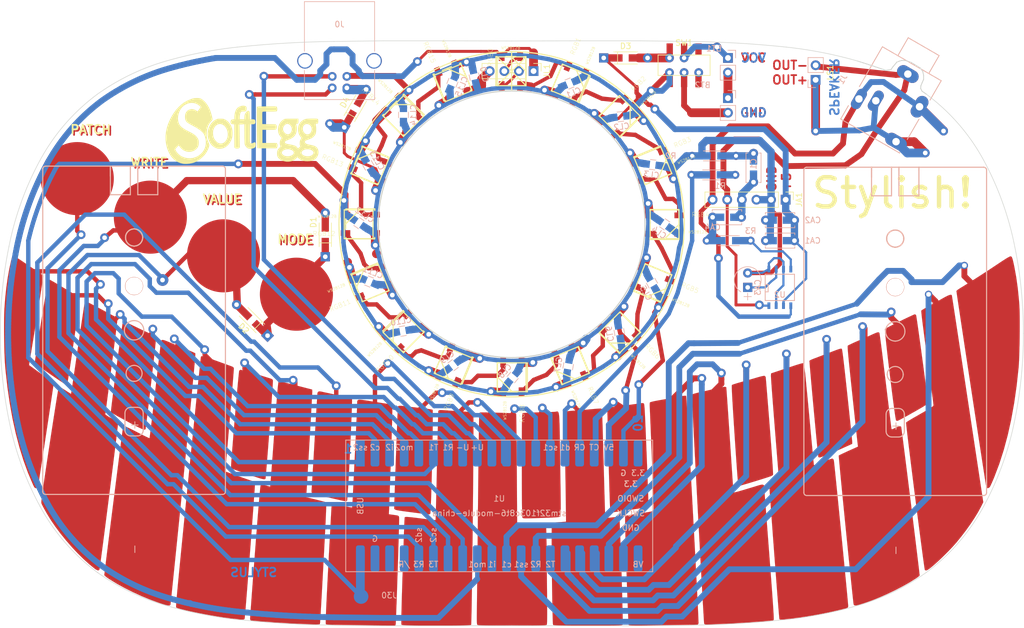
<source format=kicad_pcb>
(kicad_pcb (version 20171130) (host pcbnew "(6.0.0-rc1-dev-890-g6c34fdefd)")
  (layers (0 F.Cu signal) (31 B.Cu signal) (34 B.Paste user) (35 F.Paste user) (36 B.SilkS user) (37 F.SilkS user) (38 B.Mask user) (39 F.Mask user hide) (44 Edge.Cuts user))
  (net 0 "")
  (net 1 "Net-(C1-Pad2)")
  (net 2 "Net-(R3-Pad1)")
  (net 3 /XH-M125-amp-board/OUT-)
  (net 4 /XH-M125-amp-board/OUT+)
  (net 5 /WS2812B-16-LED-RING/DOUT)
  (net 6 "Net-(BT1-Pad1)")
  (net 7 "Net-(U1-Pad38)")
  (net 8 "Net-(U1-Pad37)")
  (net 9 "Net-(U1-Pad21)")
  (net 10 "Net-(U1-Pad20)")
  (net 11 /WRITE)
  (net 12 /PARAM)
  (net 13 GND)
  (net 14 /PWM_OUT)
  (net 15 /+5V)
  (net 16 "Net-(CA3-Pad1)")
  (net 17 "Net-(CA4-Pad1)")
  (net 18 "Net-(J0-Pad5)")
  (net 19 "Net-(J0-Pad3)")
  (net 20 "Net-(J0-Pad2)")
  (net 21 "Net-(J1-Pad4)")
  (net 22 /PATCH)
  (net 23 /LED_DIN)
  (net 24 /C0)
  (net 25 /C#0)
  (net 26 /D0)
  (net 27 /D#0)
  (net 28 /E0)
  (net 29 /F0)
  (net 30 /F#0)
  (net 31 /G0)
  (net 32 /G#0)
  (net 33 /A0)
  (net 34 /A#0)
  (net 35 /B0)
  (net 36 /C1)
  (net 37 /C#1)
  (net 38 /D1)
  (net 39 /D#1)
  (net 40 /E1)
  (net 41 /F1)
  (net 42 /F#1)
  (net 43 /G1)
  (net 44 /G#1)
  (net 45 /A1)
  (net 46 /A#1)
  (net 47 /B1)
  (net 48 /C2)
  (net 49 /AUDIO_OUT)
  (net 50 "Net-(RGB0-Pad2)")
  (net 51 "Net-(RGB1-Pad2)")
  (net 52 "Net-(RGB2-Pad2)")
  (net 53 "Net-(RGB3-Pad2)")
  (net 54 "Net-(RGB4-Pad2)")
  (net 55 "Net-(RGB5-Pad2)")
  (net 56 "Net-(RGB6-Pad2)")
  (net 57 "Net-(RGB7-Pad2)")
  (net 58 "Net-(RGB8-Pad2)")
  (net 59 "Net-(RGB10-Pad4)")
  (net 60 "Net-(RGB10-Pad2)")
  (net 61 "Net-(RGB11-Pad2)")
  (net 62 "Net-(RGB12-Pad2)")
  (net 63 "Net-(RGB13-Pad2)")
  (net 64 "Net-(RGB14-Pad2)")
  (net 65 "Net-(BT1-Pad2)")
  (net 66 "Net-(D1-Pad1)")
  (net 67 "Net-(D3-Pad2)")
  (net 68 "Net-(D4-Pad2)")
  (net 69 "Net-(SW1-PadT2B)")
  (net 70 "Net-(SW1-PadT1B)")
  (net 71 "Net-(BT2-Pad2)")
  (module Pin_Headers:Pin_Header_Straight_1x02_Pitch2.54mm (layer B.Cu) (at 201.295 60.96)
    (fp_text reference LS1 (at 2.54 -1.27 90) (layer F.SilkS))
    (fp_text value Speaker)
    (pad 1 thru_hole rect (at 0 0) (size 1.7 1.7) (drill 1) (layers *.Cu *.Mask) (net 21 "Net-(J1-Pad4)"))
    (pad 2 thru_hole oval (at 0 -2.54) (size 1.7 1.7) (drill 1) (layers *.Cu *.Mask) (net 3 /XH-M125-amp-board/OUT-))
  )
  (module Pin_Headers:Pin_Header_Straight_1x02_Pitch2.54mm (layer B.Cu) (at 186.055 64.135 180)
    (fp_text reference BT2 (at 4.385 2.27 180) (layer B.SilkS) (effects (justify mirror)))
    (fp_text value Conn_01x02)
    (pad 1 thru_hole rect (at 0 0 180) (size 1.7 1.7) (drill 1) (layers *.Cu *.Mask) (net 65 "Net-(BT1-Pad2)"))
    (pad 2 thru_hole oval (at 0 -2.54 180) (size 1.7 1.7) (drill 1) (layers *.Cu *.Mask) (net 71 "Net-(BT2-Pad2)"))
  )
  (module Pin_Headers:Pin_Header_Straight_1x02_Pitch2.54mm (layer B.Cu) (at 186.055 57.15 180)
    (fp_text reference BT1 (at 2.4325 1.635 180) (layer B.SilkS) (effects (justify mirror)))
    (fp_text value "4 x 1.5V")
    (pad 1 thru_hole rect (at 0 0 180) (size 1.7 1.7) (drill 1) (layers *.Cu *.Mask) (net 6 "Net-(BT1-Pad1)"))
    (pad 2 thru_hole oval (at 0 -2.54 180) (size 1.7 1.7) (drill 1) (layers *.Cu *.Mask) (net 65 "Net-(BT1-Pad2)"))
  )
  (module SoftEggKiCAD:D_DO-35_SOD27_P7.62mm_Horizontal+SMD (layer F.Cu) (at 116.078 91.694 90)
    (fp_text reference D1 (at 5.969 -2.06 90) (layer F.SilkS))
    (fp_text value 1N4148)
    (pad 2 smd rect (at 6.096 0 90) (size 3.5052 1.27) (layers F.Cu F.Paste F.Mask) (net 11 /WRITE))
    (pad 1 thru_hole rect (at 0 0 90) (size 1.6 1.6) (drill 0.8) (layers *.Cu *.Mask) (net 66 "Net-(D1-Pad1)"))
    (pad 2 thru_hole oval (at 7.62 0 90) (size 1.6 1.6) (drill 0.8) (layers *.Cu *.Mask) (net 11 /WRITE))
    (pad 1 smd rect (at 1.524 0 90) (size 3.5052 1.27) (layers F.Cu F.Paste F.Mask) (net 66 "Net-(D1-Pad1)"))
  )
  (module Connectors:Stereo_Jack_3.5mm_Switch_Ledino_KB3SPRS (layer B.Cu) (at 219.35 65.63 240)
    (fp_text reference J1 (at 2.54 13.97 240) (layer B.SilkS) (effects (justify mirror)))
    (fp_text value Audio-Jack-3_2Switches)
    (pad 1 thru_hole oval (at 0 0 240) (size 4 2.2) (drill 1.3) (layers *.Cu *.Mask) (net 4 /XH-M125-amp-board/OUT+))
    (pad 4 thru_hole oval (at 7.3 0.5 150) (size 4 2.2) (drill 1.3) (layers *.Cu *.Mask) (net 21 "Net-(J1-Pad4)"))
    (pad 5 thru_hole oval (at 2.9 7.1 240) (size 3.81 1.778) (drill 1.3) (layers *.Cu *.Mask) (net 21 "Net-(J1-Pad4)"))
    (pad 2 thru_hole oval (at 4.1 9.8 240) (size 3.81 1.778) (drill 1.3) (layers *.Cu *.Mask) (net 4 /XH-M125-amp-board/OUT+))
    (pad 3 thru_hole oval (at -3.9 4.6 240) (size 2.2 4) (drill 1.3) (layers *.Cu *.Mask) (net 3 /XH-M125-amp-board/OUT-))
  )
  (module SoftEggKiCAD:C_Disc_D5.0mm_W2.5mm_P5.00mm+SMD (layer B.Cu) (at 183.388 84.836)
    (fp_text reference CA4 (at 0 1.75) (layer B.SilkS) (effects (justify mirror)))
    (fp_text value 0.39μF)
    (pad 2 smd rect (at 4.191 0) (size 2.286 1.27) (layers B.Cu B.Paste B.Mask) (net 14 /PWM_OUT))
    (pad 2 thru_hole circle (at 5 0) (size 1.6 1.6) (drill 0.8) (layers *.Cu *.Mask) (net 14 /PWM_OUT))
    (pad 1 thru_hole circle (at 0 0) (size 1.6 1.6) (drill 0.8) (layers *.Cu *.Mask) (net 17 "Net-(CA4-Pad1)"))
    (pad 1 smd rect (at 0.889 0) (size 2.286 1.27) (layers B.Cu B.Paste B.Mask) (net 17 "Net-(CA4-Pad1)"))
  )
  (module SoftEggKiCAD:C_Disc_D5.0mm_W2.5mm_P5.00mm+SMD (layer B.Cu) (at 197.612 88.9 180)
    (fp_text reference CA1 (at -3.155 0 180) (layer B.SilkS) (effects (justify mirror)))
    (fp_text value 470μF)
    (pad 2 smd rect (at 4.191 0 180) (size 2.286 1.27) (layers B.Cu B.Paste B.Mask) (net 13 GND))
    (pad 2 thru_hole circle (at 5 0 180) (size 1.6 1.6) (drill 0.8) (layers *.Cu *.Mask) (net 13 GND))
    (pad 1 thru_hole circle (at 0 0 180) (size 1.6 1.6) (drill 0.8) (layers *.Cu *.Mask) (net 15 /+5V))
    (pad 1 smd rect (at 0.889 0 180) (size 2.286 1.27) (layers B.Cu B.Paste B.Mask) (net 15 /+5V))
  )
  (module SoftEggKiCAD:C_Disc_D5.0mm_W2.5mm_P5.00mm+SMD (layer B.Cu) (at 197.612 85.344 180)
    (fp_text reference CA2 (at -3.195 0 180) (layer B.SilkS) (effects (justify mirror)))
    (fp_text value 1μF)
    (pad 2 smd rect (at 4.191 0 180) (size 2.286 1.27) (layers B.Cu B.Paste B.Mask) (net 13 GND))
    (pad 2 thru_hole circle (at 5 0 180) (size 1.6 1.6) (drill 0.8) (layers *.Cu *.Mask) (net 13 GND))
    (pad 1 thru_hole circle (at 0 0 180) (size 1.6 1.6) (drill 0.8) (layers *.Cu *.Mask) (net 15 /+5V))
    (pad 1 smd rect (at 0.889 0 180) (size 2.286 1.27) (layers B.Cu B.Paste B.Mask) (net 15 /+5V))
  )
  (module SoftEggKiCAD:C_Disc_D5.0mm_W2.5mm_P5.00mm+SMD (layer B.Cu) (at 190.5 78.74 90)
    (fp_text reference C1 (at 3.155 0 90) (layer B.SilkS) (effects (justify mirror)))
    (fp_text value 1μF)
    (pad 2 smd rect (at 4.191 0 90) (size 2.286 1.27) (layers B.Cu B.Paste B.Mask) (net 1 "Net-(C1-Pad2)"))
    (pad 2 thru_hole circle (at 5 0 90) (size 1.6 1.6) (drill 0.8) (layers *.Cu *.Mask) (net 1 "Net-(C1-Pad2)"))
    (pad 1 thru_hole circle (at 0 0 90) (size 1.6 1.6) (drill 0.8) (layers *.Cu *.Mask) (net 14 /PWM_OUT))
    (pad 1 smd rect (at 0.889 0 90) (size 2.286 1.27) (layers B.Cu B.Paste B.Mask) (net 14 /PWM_OUT))
  )
  (module Capacitors_SMD:C_0805_HandSoldering (layer B.Cu) (at 138.176 61.468 67.5)
    (fp_text reference CL15 (at 0 1.75 67.5) (layer B.SilkS) (effects (justify mirror)))
    (fp_text value 104)
    (pad 2 smd rect (at 1.25 0 67.5) (size 1.5 1.25) (layers B.Cu B.Paste B.Mask) (net 13 GND))
    (pad 1 smd rect (at -1.25 0 67.5) (size 1.5 1.25) (layers B.Cu B.Paste B.Mask) (net 15 /+5V))
  )
  (module Capacitors_SMD:C_0805_HandSoldering (layer B.Cu) (at 129.667 67.056 90)
    (fp_text reference CL14 (at 0 1.75 90) (layer B.SilkS) (effects (justify mirror)))
    (fp_text value 104)
    (pad 1 smd rect (at -1.25 0 90) (size 1.5 1.25) (layers B.Cu B.Paste B.Mask) (net 15 /+5V))
    (pad 2 smd rect (at 1.25 0 90) (size 1.5 1.25) (layers B.Cu B.Paste B.Mask) (net 13 GND))
  )
  (module Capacitors_SMD:C_0805_HandSoldering (layer B.Cu) (at 123.571 75.819 120)
    (fp_text reference CL13 (at 0 1.75 120) (layer B.SilkS) (effects (justify mirror)))
    (fp_text value 104)
    (pad 2 smd rect (at 1.25 0 120) (size 1.5 1.25) (layers B.Cu B.Paste B.Mask) (net 13 GND))
    (pad 1 smd rect (at -1.25 0 120) (size 1.5 1.25) (layers B.Cu B.Paste B.Mask) (net 15 /+5V))
  )
  (module Capacitors_SMD:C_0805_HandSoldering (layer B.Cu) (at 121.92 85.852 145)
    (fp_text reference CL12 (at 0 1.75 145) (layer B.SilkS) (effects (justify mirror)))
    (fp_text value 104)
    (pad 1 smd rect (at -1.25 0 145) (size 1.5 1.25) (layers B.Cu B.Paste B.Mask) (net 15 /+5V))
    (pad 2 smd rect (at 1.25 0 145) (size 1.5 1.25) (layers B.Cu B.Paste B.Mask) (net 13 GND))
  )
  (module Capacitors_SMD:C_0805_HandSoldering (layer B.Cu) (at 123.698 96.012 157.5)
    (fp_text reference CL11 (at 0 1.75 157.5) (layer B.SilkS) (effects (justify mirror)))
    (fp_text value 104)
    (pad 2 smd rect (at 1.25 0 157.5) (size 1.5 1.25) (layers B.Cu B.Paste B.Mask) (net 13 GND))
    (pad 1 smd rect (at -1.25 0 157.5) (size 1.5 1.25) (layers B.Cu B.Paste B.Mask) (net 15 /+5V))
  )
  (module Capacitors_SMD:C_0805_HandSoldering (layer B.Cu) (at 129.54 104.62 190)
    (fp_text reference CL10 (at 0 1.75 190) (layer B.SilkS) (effects (justify mirror)))
    (fp_text value 104)
    (pad 1 smd rect (at -1.25 0 190) (size 1.5 1.25) (layers B.Cu B.Paste B.Mask) (net 15 /+5V))
    (pad 2 smd rect (at 1.25 0 190) (size 1.5 1.25) (layers B.Cu B.Paste B.Mask) (net 13 GND))
  )
  (module Capacitors_SMD:C_0805_HandSoldering (layer B.Cu) (at 138.3 110.54 217.5)
    (fp_text reference CL9 (at 0 1.75 217.5) (layer B.SilkS) (effects (justify mirror)))
    (fp_text value 104)
    (pad 2 smd rect (at 1.25 0 217.5) (size 1.5 1.25) (layers B.Cu B.Paste B.Mask) (net 13 GND))
    (pad 1 smd rect (at -1.25 0 217.5) (size 1.5 1.25) (layers B.Cu B.Paste B.Mask) (net 15 /+5V))
  )
  (module Capacitors_SMD:C_0805_HandSoldering (layer B.Cu) (at 148.64 112.68 230)
    (fp_text reference CL8 (at 0 1.75 230) (layer B.SilkS) (effects (justify mirror)))
    (fp_text value 104)
    (pad 1 smd rect (at -1.249999 0 230) (size 1.5 1.25) (layers B.Cu B.Paste B.Mask) (net 15 /+5V))
    (pad 2 smd rect (at 1.249999 0 230) (size 1.5 1.25) (layers B.Cu B.Paste B.Mask) (net 13 GND))
  )
  (module Capacitors_SMD:C_0805_HandSoldering (layer B.Cu) (at 158.29 110.74 260)
    (fp_text reference CL7 (at 0 1.75 260) (layer B.SilkS) (effects (justify mirror)))
    (fp_text value 104)
    (pad 1 smd rect (at -1.25 0 260) (size 1.5 1.25) (layers B.Cu B.Paste B.Mask) (net 15 /+5V))
    (pad 2 smd rect (at 1.25 0 260) (size 1.5 1.25) (layers B.Cu B.Paste B.Mask) (net 13 GND))
  )
  (module Capacitors_SMD:C_0805_HandSoldering (layer B.Cu) (at 167.18 104.79 280)
    (fp_text reference CL6 (at 0 1.75 280) (layer B.SilkS) (effects (justify mirror)))
    (fp_text value 104)
    (pad 2 smd rect (at 1.25 0 280) (size 1.5 1.25) (layers B.Cu B.Paste B.Mask) (net 13 GND))
    (pad 1 smd rect (at -1.25 0 280) (size 1.5 1.25) (layers B.Cu B.Paste B.Mask) (net 15 /+5V))
  )
  (module Capacitors_SMD:C_0805_HandSoldering (layer B.Cu) (at 172.86 96.29 300)
    (fp_text reference CL5 (at 0.947243 1.759327 300) (layer B.SilkS) (effects (justify mirror)))
    (fp_text value 104)
    (pad 1 smd rect (at -1.25 0 300) (size 1.5 1.25) (layers B.Cu B.Paste B.Mask) (net 15 /+5V))
    (pad 2 smd rect (at 1.25 0 300) (size 1.5 1.25) (layers B.Cu B.Paste B.Mask) (net 13 GND))
  )
  (module Capacitors_SMD:C_0805_HandSoldering (layer B.Cu) (at 175.06 86.07 325)
    (fp_text reference CL4 (at 0 1.75 325) (layer B.SilkS) (effects (justify mirror)))
    (fp_text value 104)
    (pad 2 smd rect (at 1.25 0 325) (size 1.5 1.25) (layers B.Cu B.Paste B.Mask) (net 13 GND))
    (pad 1 smd rect (at -1.25 0 325) (size 1.5 1.25) (layers B.Cu B.Paste B.Mask) (net 15 /+5V))
  )
  (module Capacitors_SMD:C_0805_HandSoldering (layer B.Cu) (at 172.97 75.71 353)
    (fp_text reference CL3 (at 0 1.75 353) (layer B.SilkS) (effects (justify mirror)))
    (fp_text value 104)
    (pad 2 smd rect (at 1.25 0 353) (size 1.5 1.25) (layers B.Cu B.Paste B.Mask) (net 13 GND))
    (pad 1 smd rect (at -1.25 0 353) (size 1.5 1.25) (layers B.Cu B.Paste B.Mask) (net 15 /+5V))
  )
  (module Capacitors_SMD:C_0805_HandSoldering (layer B.Cu) (at 167.36 67.35 7)
    (fp_text reference CL2 (at 0 1.75 7) (layer B.SilkS) (effects (justify mirror)))
    (fp_text value 104)
    (pad 1 smd rect (at -1.25 0 7) (size 1.5 1.25) (layers B.Cu B.Paste B.Mask) (net 15 /+5V))
    (pad 2 smd rect (at 1.25 0 7) (size 1.5 1.25) (layers B.Cu B.Paste B.Mask) (net 13 GND))
  )
  (module Capacitors_SMD:C_0805_HandSoldering (layer B.Cu) (at 158.52 61.59 22.5)
    (fp_text reference CL1 (at 0 1.75 22.5) (layer B.SilkS) (effects (justify mirror)))
    (fp_text value 104)
    (pad 2 smd rect (at 1.25 0 22.5) (size 1.5 1.25) (layers B.Cu B.Paste B.Mask) (net 13 GND))
    (pad 1 smd rect (at -1.25 0 22.5) (size 1.5 1.25) (layers B.Cu B.Paste B.Mask) (net 15 /+5V))
  )
  (module Capacitors_SMD:C_0805_HandSoldering (layer B.Cu) (at 142.00255 60.40237 102.5)
    (fp_text reference CL0 (at 0 1.75 102.5) (layer B.SilkS) (effects (justify mirror)))
    (fp_text value 104)
    (pad 1 smd rect (at -1.25 0 102.5) (size 1.5 1.25) (layers B.Cu B.Paste B.Mask) (net 15 /+5V))
    (pad 2 smd rect (at 1.25 0 102.5) (size 1.5 1.25) (layers B.Cu B.Paste B.Mask) (net 13 GND))
  )
  (module SoftEggKiCAD:R_Axial_DIN0204_L3.6mm_D1.6mm_P7.62mm_Horizontal+SMD804 (layer B.Cu) (at 179.832 74.168)
    (fp_text reference R2 (at -3.73 0) (layer B.SilkS) (effects (justify mirror)))
    (fp_text value 1k)
    (pad 2 smd rect (at 5.8928 0) (size 3.048 1.27) (layers B.Cu B.Paste B.Mask) (net 1 "Net-(C1-Pad2)"))
    (pad 2 thru_hole oval (at 7.62 0) (size 1.4 1.4) (drill 0.7) (layers *.Cu *.Mask) (net 1 "Net-(C1-Pad2)"))
    (pad 1 thru_hole circle (at 0 0) (size 1.4 1.4) (drill 0.7) (layers *.Cu *.Mask) (net 13 GND))
    (pad 1 smd rect (at 1.7018 0) (size 3.048 1.27) (layers B.Cu B.Paste B.Mask) (net 13 GND))
  )
  (module SoftEggKiCAD:R_Axial_DIN0204_L3.6mm_D1.6mm_P7.62mm_Horizontal+SMD804 (layer B.Cu) (at 187.325 77.47 180)
    (fp_text reference R1 (at 2.62 -1.905 180) (layer B.SilkS) (effects (justify mirror)))
    (fp_text value 10kΩ)
    (pad 2 smd rect (at 5.8928 0 180) (size 3.048 1.27) (layers B.Cu B.Paste B.Mask) (net 49 /AUDIO_OUT))
    (pad 2 thru_hole oval (at 7.62 0 180) (size 1.4 1.4) (drill 0.7) (layers *.Cu *.Mask) (net 49 /AUDIO_OUT))
    (pad 1 thru_hole circle (at 0 0 180) (size 1.4 1.4) (drill 0.7) (layers *.Cu *.Mask) (net 1 "Net-(C1-Pad2)"))
    (pad 1 smd rect (at 1.7018 0 180) (size 3.048 1.27) (layers B.Cu B.Paste B.Mask) (net 1 "Net-(C1-Pad2)"))
  )
  (module SoftEggKiCAD:R_Axial_DIN0204_L3.6mm_D1.6mm_P7.62mm_Horizontal+SMD804 (layer B.Cu) (at 189.992 88.9 180)
    (fp_text reference R3 (at 0 1.7 180) (layer B.SilkS) (effects (justify mirror)))
    (fp_text value 100Ω)
    (pad 2 smd rect (at 5.8928 0 180) (size 3.048 1.27) (layers B.Cu B.Paste B.Mask) (net 17 "Net-(CA4-Pad1)"))
    (pad 2 thru_hole oval (at 7.62 0 180) (size 1.4 1.4) (drill 0.7) (layers *.Cu *.Mask) (net 17 "Net-(CA4-Pad1)"))
    (pad 1 thru_hole circle (at 0 0 180) (size 1.4 1.4) (drill 0.7) (layers *.Cu *.Mask) (net 2 "Net-(R3-Pad1)"))
    (pad 1 smd rect (at 1.7018 0 180) (size 3.048 1.27) (layers B.Cu B.Paste B.Mask) (net 2 "Net-(R3-Pad1)"))
  )
  (module SoftEggKiCAD:AA_Battery_Holder_SoftEgg (layer B.Cu) (at 215.138 104.775 270)
    (fp_text reference REF** hide)
    (fp_text value "AA Battery Holder")
    (fp_text user + (at 16.355 0 270) (layer B.SilkS) (effects (font (size 1.5 1.5)) (justify mirror)))
    (fp_text user - (at 37.945 0 270) (layer B.SilkS) (effects (font (size 1.5 1.5)) (justify mirror)))
    (pad "" np_thru_hole circle (at -7.8 0 270) (size 3 3) (drill 3) (layers *.Cu *.Mask))
  )
  (module SoftEggKiCAD:AA_Battery_Holder_SoftEgg (layer B.Cu) (at 82.8675 104.5845 270)
    (fp_text reference REF** hide)
    (fp_text value "AA Battery Holder")
    (fp_text user - (at 37.945 0 270) (layer B.SilkS) (effects (font (size 1.5 1.5)) (justify mirror)))
    (fp_text user + (at 16.355 0 270) (layer B.SilkS) (effects (font (size 1.5 1.5)) (justify mirror)))
    (pad "" np_thru_hole circle (at -7.8 0 270) (size 3 3) (drill 3) (layers *.Cu *.Mask))
  )
  (module SoftEggKiCAD:LargeRoundTouchPad (layer B.Cu) (at 122.301 150.749)
    (fp_text reference J30 (at 4.8514 -0.2032) (layer B.SilkS) (effects (justify mirror)))
    (fp_text value STYLUS)
    (pad 1 smd circle (at 0 0) (size 2.54 2.54) (layers B.Cu B.Paste B.Mask) (net 13 GND))
  )
  (module SoftEggKiCAD:stm32f103c8t6-module-china-smd (layer B.Cu) (at 146.304 135.001)
    (fp_text reference U1 (at 0 -1.27) (layer B.SilkS) (effects (justify mirror)))
    (fp_text value stm32f103c8t6-module-china (at 0 1.27) (layer B.SilkS) (effects (justify mirror)))
    (fp_text user USB (at -24.13 0 -90) (layer B.SilkS) (effects (justify mirror)))
    (fp_text user 5V (at 19.05 -10.16) (layer B.SilkS) (effects (justify mirror)))
    (fp_text user VB (at 24.13 10.16) (layer B.SilkS) (effects (justify mirror)))
    (fp_text user G (at 21.59 -5.715) (layer B.SilkS) (effects (justify mirror)))
    (fp_text user G (at -21.59 5.715) (layer B.SilkS) (effects (justify mirror)))
    (fp_text user 3.3 (at 22.86 -3.81) (layer B.SilkS) (effects (justify mirror)))
    (fp_text user /R (at -16.51 10.16) (layer B.SilkS) (effects (justify mirror)))
    (fp_text user G (at 21.59 -5.715) (layer B.SilkS) (effects (justify mirror)))
    (fp_text user 3.3 (at 24.13 -5.715) (layer B.SilkS) (effects (justify mirror)))
    (fp_text user GND (at 22.86 3.81) (layer B.SilkS) (effects (justify mirror)))
    (fp_text user SWCLK (at 22.86 1.27) (layer B.SilkS) (effects (justify mirror)))
    (fp_text user SWDIO (at 22.86 -1.27) (layer B.SilkS) (effects (justify mirror)))
    (fp_text user 3.3 (at 22.86 -3.81) (layer B.SilkS) (effects (justify mirror)))
    (fp_text user T1 (at -11.43 -10.16) (layer B.SilkS) (effects (justify mirror)))
    (fp_text user R1 (at -8.89 -10.16) (layer B.SilkS) (effects (justify mirror)))
    (fp_text user U- (at -6.35 -10.16) (layer B.SilkS) (effects (justify mirror)))
    (fp_text user U+ (at -3.81 -10.16) (layer B.SilkS) (effects (justify mirror)))
    (fp_text user CR (at 13.97 -10.16) (layer B.SilkS) (effects (justify mirror)))
    (fp_text user CT (at 16.51 -10.16) (layer B.SilkS) (effects (justify mirror)))
    (fp_text user R3 (at -13.97 10.16) (layer B.SilkS) (effects (justify mirror)))
    (fp_text user T3 (at -11.43 10.16) (layer B.SilkS) (effects (justify mirror)))
    (fp_text user mo1 (at -3.81 10.16) (layer B.SilkS) (effects (justify mirror)))
    (fp_text user i1 (at -1.27 10.16) (layer B.SilkS) (effects (justify mirror)))
    (fp_text user c1 (at 1.27 10.16) (layer B.SilkS) (effects (justify mirror)))
    (fp_text user ss1 (at 3.81 10.16) (layer B.SilkS) (effects (justify mirror)))
    (fp_text user R2 (at 6.35 10.16) (layer B.SilkS) (effects (justify mirror)))
    (fp_text user T2 (at 8.89 10.16) (layer B.SilkS) (effects (justify mirror)))
    (fp_text user sc1 (at 8.89 -10.16) (layer B.SilkS) (effects (justify mirror)))
    (fp_text user d1 (at 11.43 -10.16) (layer B.SilkS) (effects (justify mirror)))
    (fp_text user ss2 (at -24.13 -10.16) (layer B.SilkS) (effects (justify mirror)))
    (fp_text user c2 (at -21.59 -10.16) (layer B.SilkS) (effects (justify mirror)))
    (fp_text user i2 (at -19.05 -10.16) (layer B.SilkS) (effects (justify mirror)))
    (fp_text user mo2 (at -16.51 -10.16) (layer B.SilkS) (effects (justify mirror)))
    (fp_text user sd2 (at -13.97 5.08 -90) (layer B.SilkS) (effects (justify mirror)))
    (fp_text user sc2 (at -11.43 5.08 -90) (layer B.SilkS) (effects (justify mirror)))
    (pad 40 smd roundrect (at -24.13 7.62) (size 1.524 4.572) (drill (offset 0 1.524)) (layers B.Cu B.Paste B.Mask) (net 13 GND))
    (pad 39 smd roundrect (at -21.59 7.62) (size 1.524 4.572) (drill (offset 0 1.524)) (layers B.Cu B.Paste B.Mask) (net 13 GND))
    (pad 38 smd roundrect (at -19.05 7.62) (size 1.524 4.572) (drill (offset 0 1.524)) (layers B.Cu B.Paste B.Mask) (net 7 "Net-(U1-Pad38)"))
    (pad 37 smd roundrect (at -16.51 7.62) (size 1.524 4.572) (drill (offset 0 1.524)) (layers B.Cu B.Paste B.Mask) (net 8 "Net-(U1-Pad37)"))
    (pad 36 smd roundrect (at -13.97 7.62) (size 1.524 4.572) (drill (offset 0 1.524)) (layers B.Cu B.Paste B.Mask) (net 32 /G#0))
    (pad 35 smd roundrect (at -11.43 7.62) (size 1.524 4.572) (drill (offset 0 1.524)) (layers B.Cu B.Paste B.Mask) (net 22 /PATCH))
    (pad 34 smd roundrect (at -8.89 7.62) (size 1.524 4.572) (drill (offset 0 1.524)) (layers B.Cu B.Paste B.Mask) (net 11 /WRITE))
    (pad 33 smd roundrect (at -6.35 7.62) (size 1.524 4.572) (drill (offset 0 1.524)) (layers B.Cu B.Paste B.Mask) (net 12 /PARAM))
    (pad 32 smd roundrect (at -3.81 7.62) (size 1.524 4.572) (drill (offset 0 1.524)) (layers B.Cu B.Paste B.Mask) (net 23 /LED_DIN))
    (pad 31 smd roundrect (at -1.27 7.62) (size 1.524 4.572) (drill (offset 0 1.524)) (layers B.Cu B.Paste B.Mask) (net 31 /G0))
    (pad 30 smd roundrect (at 1.27 7.62) (size 1.524 4.572) (drill (offset 0 1.524)) (layers B.Cu B.Paste B.Mask) (net 48 /C2))
    (pad 29 smd roundrect (at 3.81 7.62) (size 1.524 4.572) (drill (offset 0 1.524)) (layers B.Cu B.Paste B.Mask) (net 47 /B1))
    (pad 28 smd roundrect (at 6.35 7.62) (size 1.524 4.572) (drill (offset 0 1.524)) (layers B.Cu B.Paste B.Mask) (net 46 /A#1))
    (pad 27 smd roundrect (at 8.89 7.62) (size 1.524 4.572) (drill (offset 0 1.524)) (layers B.Cu B.Paste B.Mask) (net 45 /A1))
    (pad 26 smd roundrect (at 11.43 7.62) (size 1.524 4.572) (drill (offset 0 1.524)) (layers B.Cu B.Paste B.Mask) (net 44 /G#1))
    (pad 25 smd roundrect (at 13.97 7.62) (size 1.524 4.572) (drill (offset 0 1.524)) (layers B.Cu B.Paste B.Mask) (net 43 /G1))
    (pad 24 smd roundrect (at 16.51 7.62) (size 1.524 4.572) (drill (offset 0 1.524)) (layers B.Cu B.Paste B.Mask) (net 42 /F#1))
    (pad 23 smd roundrect (at 19.05 7.62) (size 1.524 4.572) (drill (offset 0 1.524)) (layers B.Cu B.Paste B.Mask) (net 41 /F1))
    (pad 22 smd roundrect (at 21.59 7.62) (size 1.524 4.572) (drill (offset 0 1.524)) (layers B.Cu B.Paste B.Mask) (net 40 /E1))
    (pad 21 smd roundrect (at 24.13 7.62) (size 1.524 4.572) (drill (offset 0 1.524)) (layers B.Cu B.Paste B.Mask) (net 9 "Net-(U1-Pad21)"))
    (pad 20 smd roundrect (at 24.13 -7.62) (size 1.524 4.572) (drill (offset 0 -1.524)) (layers B.Cu B.Paste B.Mask) (net 10 "Net-(U1-Pad20)"))
    (pad 19 smd roundrect (at 21.59 -7.62) (size 1.524 4.572) (drill (offset 0 -1.524)) (layers B.Cu B.Paste B.Mask) (net 13 GND))
    (pad 18 smd roundrect (at 19.05 -7.62) (size 1.524 4.572) (drill (offset 0 -1.524)) (layers B.Cu B.Paste B.Mask) (net 15 /+5V))
    (pad 17 smd roundrect (at 16.51 -7.62) (size 1.524 4.572) (drill (offset 0 -1.524)) (layers B.Cu B.Paste B.Mask) (net 39 /D#1))
    (pad 16 smd roundrect (at 13.97 -7.62) (size 1.524 4.572) (drill (offset 0 -1.524)) (layers B.Cu B.Paste B.Mask) (net 49 /AUDIO_OUT))
    (pad 15 smd roundrect (at 11.43 -7.62) (size 1.524 4.572) (drill (offset 0 -1.524)) (layers B.Cu B.Paste B.Mask) (net 38 /D1))
    (pad 14 smd roundrect (at 8.89 -7.62) (size 1.524 4.572) (drill (offset 0 -1.524)) (layers B.Cu B.Paste B.Mask) (net 37 /C#1))
    (pad 13 smd roundrect (at 6.35 -7.62) (size 1.524 4.572) (drill (offset 0 -1.524)) (layers B.Cu B.Paste B.Mask) (net 36 /C1))
    (pad 12 smd roundrect (at 3.81 -7.62) (size 1.524 4.572) (drill (offset 0 -1.524)) (layers B.Cu B.Paste B.Mask) (net 35 /B0))
    (pad 11 smd roundrect (at 1.27 -7.62) (size 1.524 4.572) (drill (offset 0 -1.524)) (layers B.Cu B.Paste B.Mask) (net 34 /A#0))
    (pad 10 smd roundrect (at -1.27 -7.62) (size 1.524 4.572) (drill (offset 0 -1.524)) (layers B.Cu B.Paste B.Mask) (net 33 /A0))
    (pad 9 smd roundrect (at -3.81 -7.62) (size 1.524 4.572) (drill (offset 0 -1.524)) (layers B.Cu B.Paste B.Mask) (net 19 "Net-(J0-Pad3)"))
    (pad 8 smd roundrect (at -6.35 -7.62) (size 1.524 4.572) (drill (offset 0 -1.524)) (layers B.Cu B.Paste B.Mask) (net 20 "Net-(J0-Pad2)"))
    (pad 7 smd roundrect (at -8.89 -7.62) (size 1.524 4.572) (drill (offset 0 -1.524)) (layers B.Cu B.Paste B.Mask) (net 30 /F#0))
    (pad 6 smd roundrect (at -11.43 -7.62) (size 1.524 4.572) (drill (offset 0 -1.524)) (layers B.Cu B.Paste B.Mask) (net 29 /F0))
    (pad 5 smd roundrect (at -13.97 -7.62) (size 1.524 4.572) (drill (offset 0 -1.524)) (layers B.Cu B.Paste B.Mask) (net 28 /E0))
    (pad 4 smd roundrect (at -16.51 -7.62) (size 1.524 4.572) (drill (offset 0 -1.524)) (layers B.Cu B.Paste B.Mask) (net 27 /D#0))
    (pad 3 smd roundrect (at -19.05 -7.62) (size 1.524 4.572) (drill (offset 0 -1.524)) (layers B.Cu B.Paste B.Mask) (net 26 /D0))
    (pad 2 smd roundrect (at -21.59 -7.62) (size 1.524 4.572) (drill (offset 0 -1.524)) (layers B.Cu B.Paste B.Mask) (net 25 /C#0))
    (pad 1 smd rect (at -24.13 -7.62) (size 1.524 4.572) (drill (offset 0 -1.524)) (layers B.Cu B.Paste B.Mask) (net 24 /C0))
  )
  (module SoftEggKiCAD:MAGWestSynthContactKeybed (layer F.Cu) (at 148.463 123.698)
    (fp_text reference KB1 hide)
    (fp_text value StylusKeyboardA hide)
    (fp_poly (pts (xy -80.158115 -27.947357) (xy -79.924621 -27.818274) (xy -79.589876 -27.626049) (xy -79.174321 -27.383006) (xy -78.698399 -27.101466) (xy -78.182551 -26.793754) (xy -77.64722 -26.472191) (xy -77.112848 -26.149102) (xy -76.599877 -25.83681) (xy -76.128749 -25.547636) (xy -75.719906 -25.293905) (xy -75.39379 -25.087939) (xy -75.170844 -24.942062) (xy -75.071508 -24.868597) (xy -75.069287 -24.865895) (xy -75.070221 -24.767922) (xy -75.094509 -24.517201) (xy -75.140027 -24.12839) (xy -75.204649 -23.616146) (xy -75.286252 -22.995128) (xy -75.382712 -22.279993) (xy -75.491903 -21.485399) (xy -75.611703 -20.626004) (xy -75.739985 -19.716465) (xy -75.874627 -18.771441) (xy -76.013503 -17.805588) (xy -76.154489 -16.833566) (xy -76.295461 -15.870031) (xy -76.434294 -14.929641) (xy -76.568864 -14.027055) (xy -76.697047 -13.176929) (xy -76.816719 -12.393922) (xy -76.925754 -11.692692) (xy -77.022029 -11.087895) (xy -77.10342 -10.594191) (xy -77.167801 -10.226236) (xy -77.213049 -9.998689) (xy -77.234374 -9.927166) (xy -77.390174 -9.833277) (xy -77.466969 -9.821333) (xy -77.575025 -9.867754) (xy -77.800684 -9.998144) (xy -78.122947 -10.199192) (xy -78.520815 -10.457587) (xy -78.97329 -10.760019) (xy -79.303577 -10.9855) (xy -80.101997 -11.535775) (xy -80.771651 -11.998979) (xy -81.323743 -12.383338) (xy -81.76948 -12.697078) (xy -82.120066 -12.948426) (xy -82.386706 -13.145608) (xy -82.580606 -13.296852) (xy -82.712971 -13.410382) (xy -82.795006 -13.494427) (xy -82.837916 -13.557212) (xy -82.849769 -13.589) (xy -82.844112 -13.702504) (xy -82.812512 -13.967171) (xy -82.757425 -14.368) (xy -82.681303 -14.889987) (xy -82.586601 -15.518132) (xy -82.475772 -16.237433) (xy -82.35127 -17.032886) (xy -82.21555 -17.889492) (xy -82.071064 -18.792246) (xy -81.920268 -19.726149) (xy -81.765614 -20.676197) (xy -81.609557 -21.627388) (xy -81.454551 -22.564722) (xy -81.303049 -23.473195) (xy -81.157506 -24.337807) (xy -81.020375 -25.143554) (xy -80.89411 -25.875436) (xy -80.781165 -26.518449) (xy -80.683994 -27.057593) (xy -80.605051 -27.477866) (xy -80.54679 -27.764264) (xy -80.511664 -27.901787) (xy -80.507144 -27.910747) (xy -80.358056 -28.000148) (xy -80.269914 -28.000974) (xy -80.158115 -27.947357)) (layer F.Cu) (width 0.01))
    (fp_poly (pts (xy 70.236639 -21.905353) (xy 70.284565 -21.844) (xy 70.308516 -21.73889) (xy 70.352212 -21.480818) (xy 70.413687 -21.084356) (xy 70.490976 -20.564074) (xy 70.582113 -19.934543) (xy 70.685132 -19.210335) (xy 70.798069 -18.406022) (xy 70.918958 -17.536173) (xy 71.045833 -16.61536) (xy 71.176729 -15.658155) (xy 71.30968 -14.679129) (xy 71.442721 -13.692852) (xy 71.573886 -12.713896) (xy 71.70121 -11.756832) (xy 71.822727 -10.836231) (xy 71.936472 -9.966664) (xy 72.04048 -9.162703) (xy 72.132784 -8.438919) (xy 72.21142 -7.809882) (xy 72.274421 -7.290164) (xy 72.319823 -6.894336) (xy 72.34566 -6.63697) (xy 72.349966 -6.532636) (xy 72.349921 -6.532497) (xy 72.263584 -6.443918) (xy 72.055538 -6.290834) (xy 71.752134 -6.090917) (xy 71.37972 -5.861837) (xy 71.140256 -5.721285) (xy 70.396405 -5.294346) (xy 69.690787 -4.893516) (xy 69.037882 -4.526734) (xy 68.452171 -4.201936) (xy 67.948135 -3.92706) (xy 67.540255 -3.710042) (xy 67.243011 -3.558819) (xy 67.070885 -3.48133) (xy 67.037694 -3.47263) (xy 66.870964 -3.516757) (xy 66.813557 -3.547065) (xy 66.78274 -3.642567) (xy 66.73492 -3.892013) (xy 66.671831 -4.281127) (xy 66.595208 -4.795636) (xy 66.506786 -5.421264) (xy 66.4083 -6.143738) (xy 66.301484 -6.948782) (xy 66.188073 -7.822122) (xy 66.069801 -8.749484) (xy 65.948403 -9.716592) (xy 65.825615 -10.709172) (xy 65.703169 -11.71295) (xy 65.582803 -12.71365) (xy 65.466248 -13.696999) (xy 65.355242 -14.648721) (xy 65.251517 -15.554543) (xy 65.15681 -16.400188) (xy 65.072854 -17.171384) (xy 65.001384 -17.853855) (xy 64.944135 -18.433326) (xy 64.902842 -18.895524) (xy 64.879239 -19.226172) (xy 64.875061 -19.410998) (xy 64.88159 -19.445244) (xy 64.992991 -19.518581) (xy 65.231757 -19.651508) (xy 65.576051 -19.833306) (xy 66.004036 -20.053256) (xy 66.493875 -20.30064) (xy 67.023731 -20.564738) (xy 67.571768 -20.834832) (xy 68.116147 -21.100202) (xy 68.635033 -21.35013) (xy 69.106589 -21.573897) (xy 69.508976 -21.760783) (xy 69.820359 -21.90007) (xy 70.018901 -21.981039) (xy 70.080326 -21.99711) (xy 70.236639 -21.905353)) (layer F.Cu) (width 0.01))
    (fp_poly (pts (xy -67.253365 -20.707718) (xy -67.021302 -20.607574) (xy -66.680966 -20.452957) (xy -66.254231 -20.253921) (xy -65.762974 -20.02052) (xy -65.354813 -19.823862) (xy -64.78334 -19.548177) (xy -64.217864 -19.277717) (xy -63.69049 -19.027664) (xy -63.233318 -18.813199) (xy -62.878453 -18.649503) (xy -62.738 -18.586383) (xy -62.403112 -18.430434) (xy -62.116534 -18.282488) (xy -61.922359 -18.165913) (xy -61.876981 -18.130021) (xy -61.854103 -18.098568) (xy -61.836695 -18.046977) (xy -61.825728 -17.965143) (xy -61.822171 -17.842959) (xy -61.826996 -17.670319) (xy -61.841173 -17.437117) (xy -61.865673 -17.133246) (xy -61.901467 -16.748601) (xy -61.949524 -16.273076) (xy -62.010816 -15.696563) (xy -62.086313 -15.008958) (xy -62.176987 -14.200153) (xy -62.283806 -13.260044) (xy -62.407742 -12.178523) (xy -62.549766 -10.945484) (xy -62.652113 -10.059083) (xy -62.784491 -8.917337) (xy -62.91229 -7.822939) (xy -63.034083 -6.787662) (xy -63.148445 -5.823278) (xy -63.253949 -4.941559) (xy -63.349168 -4.154279) (xy -63.432678 -3.473209) (xy -63.503051 -2.910123) (xy -63.558862 -2.476792) (xy -63.598684 -2.184989) (xy -63.621091 -2.046487) (xy -63.623961 -2.036916) (xy -63.70189 -1.971831) (xy -63.835181 -1.958538) (xy -64.03834 -2.002604) (xy -64.325873 -2.109599) (xy -64.712285 -2.285091) (xy -65.212082 -2.534647) (xy -65.839769 -2.863838) (xy -65.997666 -2.948143) (xy -66.948036 -3.458877) (xy -67.757747 -3.898342) (xy -68.425067 -4.265567) (xy -68.948263 -4.559581) (xy -69.325604 -4.779411) (xy -69.555357 -4.924085) (xy -69.633835 -4.988055) (xy -69.632299 -5.085341) (xy -69.609413 -5.335998) (xy -69.56708 -5.725671) (xy -69.507205 -6.240002) (xy -69.431689 -6.864634) (xy -69.342438 -7.585211) (xy -69.241353 -8.387375) (xy -69.130339 -9.256769) (xy -69.011298 -10.179037) (xy -68.886135 -11.139821) (xy -68.756753 -12.124765) (xy -68.625055 -13.119512) (xy -68.492944 -14.109705) (xy -68.362324 -15.080986) (xy -68.235098 -16.018999) (xy -68.11317 -16.909386) (xy -67.998443 -17.737792) (xy -67.892821 -18.489858) (xy -67.798206 -19.151229) (xy -67.716503 -19.707546) (xy -67.649614 -20.144453) (xy -67.599444 -20.447594) (xy -67.567894 -20.602611) (xy -67.561485 -20.619363) (xy -67.424617 -20.7249) (xy -67.355279 -20.743333) (xy -67.253365 -20.707718)) (layer F.Cu) (width 0.01))
    (fp_poly (pts (xy 57.329625 -16.015171) (xy 57.369949 -15.98767) (xy 57.396814 -15.924239) (xy 57.430429 -15.776438) (xy 57.471726 -15.536603) (xy 57.521633 -15.197071) (xy 57.581082 -14.750178) (xy 57.651002 -14.18826) (xy 57.732325 -13.503654) (xy 57.82598 -12.688697) (xy 57.932899 -11.735726) (xy 58.05401 -10.637075) (xy 58.190245 -9.385083) (xy 58.338618 -8.00856) (xy 58.460958 -6.865768) (xy 58.577972 -5.765862) (xy 58.688389 -4.721178) (xy 58.790938 -3.744053) (xy 58.884348 -2.846822) (xy 58.967349 -2.041821) (xy 59.03867 -1.341388) (xy 59.09704 -0.757857) (xy 59.141188 -0.303565) (xy 59.169844 0.009151) (xy 59.181737 0.167956) (xy 59.182 0.178769) (xy 59.182 0.512275) (xy 58.525834 0.813604) (xy 57.961805 1.069224) (xy 57.357541 1.337127) (xy 56.733996 1.608588) (xy 56.112126 1.874882) (xy 55.512886 2.127285) (xy 54.957232 2.357072) (xy 54.466118 2.555518) (xy 54.060501 2.713899) (xy 53.761335 2.823489) (xy 53.589577 2.875564) (xy 53.56591 2.878667) (xy 53.386793 2.854057) (xy 53.306643 2.808525) (xy 53.290947 2.712933) (xy 53.261516 2.462643) (xy 53.219643 2.071623) (xy 53.166622 1.553839) (xy 53.103747 0.923259) (xy 53.03231 0.193849) (xy 52.953605 -0.620423) (xy 52.868926 -1.50559) (xy 52.779567 -2.447685) (xy 52.68682 -3.43274) (xy 52.591979 -4.446789) (xy 52.496339 -5.475864) (xy 52.401191 -6.505999) (xy 52.30783 -7.523225) (xy 52.21755 -8.513577) (xy 52.131643 -9.463086) (xy 52.051404 -10.357786) (xy 51.978125 -11.183709) (xy 51.913101 -11.926888) (xy 51.857625 -12.573357) (xy 51.812989 -13.109147) (xy 51.780489 -13.520293) (xy 51.761417 -13.792826) (xy 51.757066 -13.912779) (xy 51.757725 -13.916653) (xy 51.852143 -13.994984) (xy 52.065079 -14.10566) (xy 52.354439 -14.227377) (xy 52.421253 -14.252449) (xy 52.672459 -14.346433) (xy 53.052044 -14.490662) (xy 53.530626 -14.673863) (xy 54.07882 -14.884764) (xy 54.667242 -15.112092) (xy 55.144165 -15.297029) (xy 55.781848 -15.54349) (xy 56.280625 -15.732558) (xy 56.658745 -15.869894) (xy 56.934456 -15.961161) (xy 57.126007 -16.012021) (xy 57.251647 -16.028137) (xy 57.329625 -16.015171)) (layer F.Cu) (width 0.01))
    (fp_poly (pts (xy -46.990646 -12.325479) (xy -46.742788 -12.263743) (xy -46.380499 -12.166093) (xy -45.927477 -12.039502) (xy -45.407419 -11.890944) (xy -44.844023 -11.727393) (xy -44.260985 -11.555822) (xy -43.682005 -11.383205) (xy -43.130779 -11.216515) (xy -42.631005 -11.062726) (xy -42.20638 -10.928811) (xy -41.880603 -10.821744) (xy -41.677369 -10.748498) (xy -41.677166 -10.748417) (xy -41.521043 -10.614548) (xy -41.485254 -10.436982) (xy -41.49097 -10.262102) (xy -41.508576 -9.939308) (xy -41.537023 -9.482435) (xy -41.575259 -8.905316) (xy -41.622235 -8.221787) (xy -41.6769 -7.445682) (xy -41.738204 -6.590837) (xy -41.805096 -5.671085) (xy -41.876526 -4.700261) (xy -41.951444 -3.692201) (xy -42.028798 -2.660739) (xy -42.10754 -1.619709) (xy -42.186618 -0.582946) (xy -42.264982 0.435714) (xy -42.341582 1.422438) (xy -42.415367 2.36339) (xy -42.485287 3.244737) (xy -42.550291 4.052642) (xy -42.60933 4.773272) (xy -42.661352 5.392792) (xy -42.705308 5.897367) (xy -42.740147 6.273163) (xy -42.764818 6.506344) (xy -42.777458 6.582834) (xy -42.843771 6.638935) (xy -42.944265 6.667136) (xy -43.096002 6.663331) (xy -43.316045 6.623417) (xy -43.621456 6.543292) (xy -44.029299 6.41885) (xy -44.556637 6.24599) (xy -45.220531 6.020606) (xy -45.466 5.936239) (xy -46.270304 5.658852) (xy -46.929245 5.430343) (xy -47.457737 5.244959) (xy -47.870695 5.096947) (xy -48.183033 4.980551) (xy -48.409667 4.890018) (xy -48.565511 4.819593) (xy -48.665479 4.763524) (xy -48.724486 4.716054) (xy -48.757447 4.671431) (xy -48.760829 4.665088) (xy -48.763272 4.564007) (xy -48.751711 4.30824) (xy -48.727326 3.911752) (xy -48.691293 3.38851) (xy -48.644793 2.752479) (xy -48.589003 2.017624) (xy -48.525103 1.197911) (xy -48.45427 0.307306) (xy -48.377684 -0.640227) (xy -48.296523 -1.630721) (xy -48.211965 -2.650211) (xy -48.12519 -3.684731) (xy -48.037376 -4.720316) (xy -47.9497 -5.743001) (xy -47.863343 -6.738819) (xy -47.779483 -7.693806) (xy -47.699297 -8.593996) (xy -47.623966 -9.425422) (xy -47.554666 -10.17412) (xy -47.492578 -10.826125) (xy -47.438879 -11.36747) (xy -47.394748 -11.78419) (xy -47.361364 -12.062319) (xy -47.339905 -12.187892) (xy -47.338213 -12.192) (xy -47.202341 -12.310476) (xy -47.100376 -12.344327) (xy -46.990646 -12.325479)) (layer F.Cu) (width 0.01))
    (fp_poly (pts (xy 43.948227 -11.301024) (xy 44.095793 -11.183129) (xy 44.150122 -11.064523) (xy 44.162166 -10.955567) (xy 44.186428 -10.689509) (xy 44.22195 -10.278069) (xy 44.267778 -9.732965) (xy 44.322954 -9.065916) (xy 44.386524 -8.288642) (xy 44.45753 -7.412859) (xy 44.535017 -6.450289) (xy 44.618028 -5.412649) (xy 44.705608 -4.311658) (xy 44.796799 -3.159035) (xy 44.844408 -2.554861) (xy 44.965055 -1.011822) (xy 45.071115 0.366013) (xy 45.162823 1.582122) (xy 45.240414 2.639985) (xy 45.304121 3.54308) (xy 45.35418 4.294888) (xy 45.390824 4.898886) (xy 45.414288 5.358555) (xy 45.424806 5.677372) (xy 45.422613 5.858817) (xy 45.414327 5.904992) (xy 45.28352 6.017898) (xy 45.063555 6.13163) (xy 44.995404 6.157777) (xy 44.680968 6.264869) (xy 44.264081 6.401187) (xy 43.768348 6.559534) (xy 43.217373 6.732714) (xy 42.634763 6.913529) (xy 42.044121 7.094784) (xy 41.469053 7.269282) (xy 40.933164 7.429826) (xy 40.460059 7.569219) (xy 40.073344 7.680265) (xy 39.796623 7.755768) (xy 39.653502 7.788531) (xy 39.643837 7.789334) (xy 39.451066 7.71342) (xy 39.375314 7.598834) (xy 39.359321 7.489245) (xy 39.333393 7.22228) (xy 39.298374 6.809552) (xy 39.255108 6.262673) (xy 39.204441 5.593257) (xy 39.147217 4.812918) (xy 39.08428 3.933269) (xy 39.016475 2.965922) (xy 38.944647 1.922491) (xy 38.86964 0.814589) (xy 38.792298 -0.34617) (xy 38.742822 -1.098335) (xy 38.649258 -2.533825) (xy 38.567045 -3.808944) (xy 38.495736 -4.932243) (xy 38.434883 -5.912271) (xy 38.38404 -6.757579) (xy 38.342758 -7.476719) (xy 38.310591 -8.078239) (xy 38.287091 -8.570692) (xy 38.27181 -8.962627) (xy 38.264301 -9.262595) (xy 38.264118 -9.479146) (xy 38.270811 -9.620832) (xy 38.283935 -9.696202) (xy 38.292167 -9.711119) (xy 38.40422 -9.765895) (xy 38.652661 -9.854923) (xy 39.010096 -9.969443) (xy 39.449133 -10.100692) (xy 39.94238 -10.239909) (xy 39.963641 -10.245736) (xy 40.557254 -10.410016) (xy 41.192006 -10.588703) (xy 41.811957 -10.765855) (xy 42.361167 -10.925528) (xy 42.657257 -11.013453) (xy 43.08029 -11.133666) (xy 43.455669 -11.227406) (xy 43.748732 -11.286951) (xy 43.924819 -11.304582) (xy 43.948227 -11.301024)) (layer F.Cu) (width 0.01))
    (fp_poly (pts (xy 86.715903 -32.073894) (xy 86.809166 -32.044917) (xy 86.889968 -31.973317) (xy 86.965399 -31.838744) (xy 87.042554 -31.620848) (xy 87.128526 -31.29928) (xy 87.230406 -30.853689) (xy 87.355289 -30.263725) (xy 87.367684 -30.203892) (xy 87.693881 -28.412489) (xy 87.960759 -26.483504) (xy 88.16544 -24.439008) (xy 88.228602 -23.603269) (xy 88.256412 -23.064631) (xy 88.276927 -22.382625) (xy 88.290448 -21.583047) (xy 88.297275 -20.691691) (xy 88.297708 -19.734353) (xy 88.292048 -18.736828) (xy 88.280593 -17.724911) (xy 88.263646 -16.724397) (xy 88.241504 -15.761082) (xy 88.21447 -14.860761) (xy 88.182843 -14.049228) (xy 88.146923 -13.35228) (xy 88.10701 -12.795711) (xy 88.102221 -12.742333) (xy 87.761661 -9.59268) (xy 87.333116 -6.585906) (xy 86.816664 -3.722345) (xy 86.212379 -1.00233) (xy 85.520338 1.573804) (xy 84.740617 4.005723) (xy 83.873292 6.293092) (xy 83.636058 6.858) (xy 83.464662 7.249937) (xy 83.305549 7.599684) (xy 83.176341 7.869388) (xy 83.094663 8.021199) (xy 83.094032 8.022167) (xy 82.935179 8.158727) (xy 82.732699 8.212745) (xy 82.556137 8.172955) (xy 82.50158 8.118152) (xy 82.484656 8.028722) (xy 82.4439 7.781466) (xy 82.380774 7.385989) (xy 82.29674 6.851898) (xy 82.193262 6.188801) (xy 82.071801 5.406302) (xy 81.933821 4.51401) (xy 81.780784 3.52153) (xy 81.614152 2.438469) (xy 81.435388 1.274433) (xy 81.245955 0.03903) (xy 81.047315 -1.258135) (xy 80.840931 -2.607454) (xy 80.628265 -3.999322) (xy 80.410779 -5.424131) (xy 80.189937 -6.872276) (xy 79.967201 -8.334149) (xy 79.744033 -9.800144) (xy 79.521896 -11.260655) (xy 79.302253 -12.706075) (xy 79.086565 -14.126797) (xy 78.876297 -15.513214) (xy 78.672909 -16.855722) (xy 78.477865 -18.144711) (xy 78.292628 -19.370578) (xy 78.118659 -20.523713) (xy 77.957422 -21.594512) (xy 77.810378 -22.573367) (xy 77.678991 -23.450673) (xy 77.564723 -24.216821) (xy 77.469037 -24.862207) (xy 77.393394 -25.377223) (xy 77.339259 -25.752262) (xy 77.308092 -25.977719) (xy 77.300667 -26.043299) (xy 77.369073 -26.12936) (xy 77.553593 -26.276023) (xy 77.823182 -26.460118) (xy 78.0415 -26.596211) (xy 78.748643 -27.0277) (xy 79.564574 -27.536155) (xy 80.458905 -28.10208) (xy 81.401253 -28.70598) (xy 82.361232 -29.328358) (xy 83.308456 -29.949719) (xy 84.21254 -30.550567) (xy 84.387639 -30.667992) (xy 85.071229 -31.123306) (xy 85.625807 -31.483844) (xy 86.059321 -31.754406) (xy 86.379722 -31.939792) (xy 86.594959 -32.044802) (xy 86.71298 -32.074237) (xy 86.715903 -32.073894)) (layer F.Cu) (width 0.01))
    (fp_poly (pts (xy -86.445413 -32.053393) (xy -86.208736 -31.950899) (xy -85.887325 -31.7678) (xy -85.465331 -31.498403) (xy -84.926902 -31.137014) (xy -84.738517 -31.008591) (xy -84.216687 -30.653759) (xy -83.680681 -30.29228) (xy -83.167206 -29.948697) (xy -82.712966 -29.647552) (xy -82.354667 -29.413387) (xy -82.301775 -29.379333) (xy -81.920051 -29.122119) (xy -81.629816 -28.901392) (xy -81.452211 -28.734146) (xy -81.406566 -28.659666) (xy -81.414444 -28.552962) (xy -81.448022 -28.291207) (xy -81.50544 -27.886425) (xy -81.584836 -27.350641) (xy -81.68435 -26.695879) (xy -81.802121 -25.934163) (xy -81.93629 -25.077518) (xy -82.084996 -24.137968) (xy -82.246378 -23.127538) (xy -82.418576 -22.058251) (xy -82.599728 -20.942133) (xy -82.618331 -20.828) (xy -83.867713 -13.165666) (xy -82.891356 -12.458895) (xy -82.454685 -12.145266) (xy -81.935733 -11.776382) (xy -81.39184 -11.392794) (xy -80.880347 -11.035054) (xy -80.750833 -10.945103) (xy -80.272054 -10.604127) (xy -79.913404 -10.328949) (xy -79.682907 -10.126153) (xy -79.588585 -10.002318) (xy -79.586666 -9.990092) (xy -79.599131 -9.880631) (xy -79.635181 -9.618473) (xy -79.692805 -9.216844) (xy -79.769989 -8.688971) (xy -79.864721 -8.04808) (xy -79.974987 -7.307396) (xy -80.098774 -6.480148) (xy -80.23407 -5.57956) (xy -80.378862 -4.61886) (xy -80.531136 -3.611272) (xy -80.688879 -2.570025) (xy -80.850079 -1.508344) (xy -81.012723 -0.439455) (xy -81.174797 0.623415) (xy -81.334289 1.66704) (xy -81.489185 2.678193) (xy -81.637474 3.643649) (xy -81.777141 4.550181) (xy -81.906173 5.384562) (xy -82.022559 6.133567) (xy -82.124284 6.783969) (xy -82.209336 7.322541) (xy -82.275701 7.736058) (xy -82.321368 8.011293) (xy -82.344322 8.13502) (xy -82.346045 8.140478) (xy -82.454342 8.192188) (xy -82.641801 8.212667) (xy -82.77025 8.200045) (xy -82.871739 8.141758) (xy -82.972079 8.007177) (xy -83.097083 7.765669) (xy -83.194753 7.5565) (xy -84.045108 5.556647) (xy -84.825358 3.409527) (xy -85.533704 1.122818) (xy -86.168349 -1.295804) (xy -86.727496 -3.838662) (xy -87.209347 -6.498077) (xy -87.612105 -9.266373) (xy -87.933972 -12.135873) (xy -88.016517 -13.038666) (xy -88.062655 -13.681219) (xy -88.103249 -14.463001) (xy -88.137908 -15.353988) (xy -88.16624 -16.324155) (xy -88.187853 -17.343478) (xy -88.202356 -18.381931) (xy -88.209357 -19.409489) (xy -88.208464 -20.396127) (xy -88.199286 -21.311821) (xy -88.181431 -22.126546) (xy -88.154507 -22.810276) (xy -88.145978 -22.962801) (xy -88.005977 -24.821184) (xy -87.815296 -26.611012) (xy -87.577205 -28.309863) (xy -87.294973 -29.895311) (xy -86.971868 -31.344932) (xy -86.861795 -31.771166) (xy -86.805547 -31.934168) (xy -86.727968 -32.039335) (xy -86.613207 -32.080974) (xy -86.445413 -32.053393)) (layer F.Cu) (width 0.01))
    (fp_poly (pts (xy -33.04327 -8.55698) (xy -33.002996 -8.54647) (xy -32.826424 -8.504177) (xy -32.50892 -8.433655) (xy -32.075525 -8.340241) (xy -31.55128 -8.229274) (xy -30.961225 -8.10609) (xy -30.330401 -7.976028) (xy -30.237907 -7.957093) (xy -29.620481 -7.828551) (xy -29.055988 -7.706698) (xy -28.566095 -7.596558) (xy -28.172472 -7.503153) (xy -27.896788 -7.431506) (xy -27.760712 -7.386639) (xy -27.7516 -7.3808) (xy -27.740074 -7.282392) (xy -27.737348 -7.028535) (xy -27.742771 -6.63285) (xy -27.755691 -6.108958) (xy -27.775456 -5.470478) (xy -27.801415 -4.731033) (xy -27.832917 -3.904242) (xy -27.869308 -3.003726) (xy -27.909939 -2.043106) (xy -27.954157 -1.036002) (xy -28.00131 0.003966) (xy -28.050748 1.063175) (xy -28.101817 2.128007) (xy -28.153867 3.184839) (xy -28.206247 4.220053) (xy -28.258303 5.220026) (xy -28.309386 6.171139) (xy -28.358842 7.05977) (xy -28.406021 7.872299) (xy -28.45027 8.595106) (xy -28.490939 9.21457) (xy -28.527375 9.71707) (xy -28.558927 10.088986) (xy -28.584943 10.316696) (xy -28.601616 10.386188) (xy -28.673338 10.445625) (xy -28.763165 10.477441) (xy -28.900435 10.47924) (xy -29.114491 10.448628) (xy -29.434672 10.383212) (xy -29.887333 10.281281) (xy -30.964027 10.033791) (xy -31.884132 9.819767) (xy -32.65658 9.63696) (xy -33.290305 9.483119) (xy -33.79424 9.355995) (xy -34.177321 9.253336) (xy -34.448479 9.172894) (xy -34.616649 9.112417) (xy -34.688607 9.071965) (xy -34.766919 8.912256) (xy -34.772299 8.641832) (xy -34.763795 8.560199) (xy -34.752298 8.421099) (xy -34.731869 8.125196) (xy -34.703251 7.684745) (xy -34.667189 7.112001) (xy -34.624427 6.419218) (xy -34.575709 5.61865) (xy -34.521779 4.722551) (xy -34.463382 3.743176) (xy -34.401261 2.69278) (xy -34.33616 1.583616) (xy -34.268824 0.427939) (xy -34.244013 0) (xy -34.176337 -1.164198) (xy -34.110802 -2.282623) (xy -34.048133 -3.343412) (xy -33.989052 -4.334706) (xy -33.934284 -5.244644) (xy -33.884553 -6.061366) (xy -33.840583 -6.77301) (xy -33.803099 -7.367717) (xy -33.772824 -7.833626) (xy -33.750482 -8.158877) (xy -33.736798 -8.331608) (xy -33.73394 -8.35519) (xy -33.625813 -8.537238) (xy -33.396186 -8.604345) (xy -33.04327 -8.55698)) (layer F.Cu) (width 0.01))
    (fp_poly (pts (xy 22.851 -6.555585) (xy 22.962885 -6.501942) (xy 22.987013 -6.472509) (xy 23.009631 -6.415626) (xy 23.03128 -6.321667) (xy 23.0525 -6.181002) (xy 23.073834 -5.984005) (xy 23.095821 -5.721046) (xy 23.119004 -5.382499) (xy 23.143922 -4.958735) (xy 23.171118 -4.440126) (xy 23.201132 -3.817046) (xy 23.234505 -3.079864) (xy 23.271778 -2.218955) (xy 23.313492 -1.224689) (xy 23.360188 -0.08744) (xy 23.412408 1.202422) (xy 23.453968 2.23695) (xy 23.501708 3.43713) (xy 23.547007 4.593659) (xy 23.589441 5.694793) (xy 23.628591 6.728788) (xy 23.664034 7.683899) (xy 23.695349 8.54838) (xy 23.722115 9.310488) (xy 23.743911 9.958476) (xy 23.760315 10.480601) (xy 23.770906 10.865118) (xy 23.775262 11.100282) (xy 23.774416 11.169284) (xy 23.753009 11.336071) (xy 23.697137 11.436258) (xy 23.566465 11.499884) (xy 23.320655 11.556988) (xy 23.229401 11.575167) (xy 23.008804 11.614149) (xy 22.647975 11.672364) (xy 22.17439 11.745629) (xy 21.615523 11.829759) (xy 20.998849 11.920569) (xy 20.351841 12.013875) (xy 20.308401 12.020067) (xy 19.67737 12.110153) (xy 19.090125 12.194364) (xy 18.570747 12.269218) (xy 18.143314 12.331232) (xy 17.831906 12.376924) (xy 17.660604 12.402811) (xy 17.648887 12.404704) (xy 17.412586 12.401544) (xy 17.242712 12.339009) (xy 17.21869 12.312258) (xy 17.196646 12.262413) (xy 17.176161 12.179911) (xy 17.156817 12.055191) (xy 17.138195 11.878691) (xy 17.119876 11.640849) (xy 17.101442 11.332102) (xy 17.082474 10.94289) (xy 17.062553 10.463649) (xy 17.041261 9.884819) (xy 17.018179 9.196837) (xy 16.992887 8.390141) (xy 16.964968 7.45517) (xy 16.934003 6.382361) (xy 16.899572 5.162153) (xy 16.861258 3.784984) (xy 16.849451 3.358139) (xy 16.816403 2.145251) (xy 16.785543 0.979025) (xy 16.757119 -0.12927) (xy 16.731381 -1.168363) (xy 16.708576 -2.126984) (xy 16.688954 -2.993863) (xy 16.672762 -3.75773) (xy 16.660249 -4.407316) (xy 16.651664 -4.93135) (xy 16.647255 -5.318561) (xy 16.647271 -5.557681) (xy 16.651132 -5.636629) (xy 16.702205 -5.713108) (xy 16.808032 -5.769705) (xy 17.000312 -5.815031) (xy 17.310743 -5.857696) (xy 17.568334 -5.885747) (xy 17.831201 -5.915568) (xy 18.211238 -5.962146) (xy 18.682039 -6.021932) (xy 19.217198 -6.091381) (xy 19.79031 -6.166945) (xy 20.374971 -6.245077) (xy 20.944775 -6.32223) (xy 21.473316 -6.394857) (xy 21.934191 -6.459411) (xy 22.300993 -6.512345) (xy 22.547317 -6.550112) (xy 22.639792 -6.566998) (xy 22.851 -6.555585)) (layer F.Cu) (width 0.01))
    (fp_poly (pts (xy -19.083296 -6.080621) (xy -18.724583 -6.04694) (xy -18.457333 -6.013037) (xy -18.21433 -5.981095) (xy -17.834932 -5.935209) (xy -17.351157 -5.879065) (xy -16.795023 -5.816348) (xy -16.198548 -5.750742) (xy -15.875546 -5.715904) (xy -15.204823 -5.640113) (xy -14.642291 -5.568395) (xy -14.202395 -5.502939) (xy -13.899578 -5.445934) (xy -13.748285 -5.399569) (xy -13.737594 -5.39188) (xy -13.722106 -5.291447) (xy -13.711572 -5.035315) (xy -13.705689 -4.637035) (xy -13.704154 -4.110159) (xy -13.706666 -3.468238) (xy -13.712922 -2.724825) (xy -13.722621 -1.893471) (xy -13.735458 -0.987728) (xy -13.751133 -0.021148) (xy -13.769343 0.992717) (xy -13.789786 2.040316) (xy -13.81216 3.108095) (xy -13.836162 4.182505) (xy -13.861489 5.249992) (xy -13.887841 6.297005) (xy -13.914914 7.309993) (xy -13.942406 8.275402) (xy -13.970015 9.179682) (xy -13.997439 10.009281) (xy -14.024374 10.750646) (xy -14.05052 11.390227) (xy -14.075574 11.91447) (xy -14.099234 12.309825) (xy -14.121196 12.562738) (xy -14.140214 12.658728) (xy -14.171233 12.697817) (xy -14.204108 12.728602) (xy -14.255164 12.749808) (xy -14.340725 12.760157) (xy -14.477119 12.758375) (xy -14.680669 12.743184) (xy -14.967702 12.713309) (xy -15.354543 12.667474) (xy -15.857518 12.604403) (xy -16.492951 12.52282) (xy -17.277169 12.421448) (xy -17.432166 12.401417) (xy -18.216755 12.299271) (xy -18.849579 12.213949) (xy -19.346933 12.141517) (xy -19.725109 12.078044) (xy -20.000399 12.019594) (xy -20.189097 11.962234) (xy -20.307494 11.902031) (xy -20.371883 11.835052) (xy -20.398558 11.757362) (xy -20.403704 11.684) (xy -20.401569 11.533187) (xy -20.393681 11.231184) (xy -20.380538 10.791714) (xy -20.362635 10.2285) (xy -20.340468 9.555266) (xy -20.314535 8.785732) (xy -20.28533 7.933624) (xy -20.253351 7.012662) (xy -20.219094 6.03657) (xy -20.183055 5.019071) (xy -20.14573 3.973887) (xy -20.107616 2.914742) (xy -20.069209 1.855357) (xy -20.031005 0.809456) (xy -19.993501 -0.209238) (xy -19.957193 -1.187003) (xy -19.922577 -2.110117) (xy -19.890149 -2.964855) (xy -19.860407 -3.737496) (xy -19.833845 -4.414317) (xy -19.810962 -4.981594) (xy -19.792252 -5.425606) (xy -19.778212 -5.73263) (xy -19.769338 -5.888941) (xy -19.767546 -5.9055) (xy -19.712591 -6.028273) (xy -19.588699 -6.083134) (xy -19.365887 -6.094323) (xy -19.083296 -6.080621)) (layer F.Cu) (width 0.01))
    (fp_poly (pts (xy 8.010327 -5.090249) (xy 8.074407 -5.038606) (xy 8.129456 -4.945465) (xy 8.176396 -4.801648) (xy 8.216147 -4.597978) (xy 8.249633 -4.325277) (xy 8.277774 -3.974368) (xy 8.301492 -3.536074) (xy 8.321708 -3.001218) (xy 8.339344 -2.360622) (xy 8.355322 -1.605109) (xy 8.370562 -0.725501) (xy 8.385987 0.287379) (xy 8.402518 1.442708) (xy 8.421077 2.749663) (xy 8.440844 4.101192) (xy 8.462109 5.533464) (xy 8.480594 6.805924) (xy 8.496295 7.928071) (xy 8.509208 8.909405) (xy 8.519332 9.759423) (xy 8.526663 10.487625) (xy 8.531198 11.10351) (xy 8.532934 11.616576) (xy 8.531868 12.036323) (xy 8.527999 12.37225) (xy 8.521321 12.633854) (xy 8.511833 12.830636) (xy 8.499532 12.972093) (xy 8.484415 13.067726) (xy 8.466478 13.127032) (xy 8.445719 13.159511) (xy 8.438054 13.166104) (xy 8.343719 13.202229) (xy 8.156874 13.235732) (xy 7.867349 13.267214) (xy 7.464974 13.297276) (xy 6.939579 13.32652) (xy 6.280993 13.355546) (xy 5.479046 13.384956) (xy 4.523568 13.415351) (xy 3.925893 13.432791) (xy 3.301472 13.450106) (xy 2.824995 13.461103) (xy 2.475151 13.464522) (xy 2.230624 13.459104) (xy 2.070104 13.443589) (xy 1.972276 13.416718) (xy 1.915829 13.377231) (xy 1.879448 13.323869) (xy 1.872727 13.311464) (xy 1.85617 13.224788) (xy 1.841375 13.026408) (xy 1.828287 12.710946) (xy 1.816849 12.273019) (xy 1.807005 11.707248) (xy 1.7987 11.008252) (xy 1.791878 10.170651) (xy 1.786483 9.189063) (xy 1.782458 8.05811) (xy 1.779748 6.772409) (xy 1.778297 5.32658) (xy 1.778 4.199545) (xy 1.778117 2.772951) (xy 1.778572 1.506142) (xy 1.779523 0.389571) (xy 1.781126 -0.586313) (xy 1.783538 -1.431055) (xy 1.786917 -2.154206) (xy 1.79142 -2.765312) (xy 1.797202 -3.273922) (xy 1.804422 -3.689584) (xy 1.813237 -4.021847) (xy 1.823803 -4.280258) (xy 1.836277 -4.474366) (xy 1.850816 -4.613719) (xy 1.867578 -4.707864) (xy 1.88672 -4.766351) (xy 1.908397 -4.798728) (xy 1.926167 -4.811492) (xy 2.046153 -4.832739) (xy 2.312834 -4.85555) (xy 2.703593 -4.87879) (xy 3.195814 -4.901325) (xy 3.766881 -4.92202) (xy 4.394176 -4.939739) (xy 4.558878 -4.94361) (xy 5.2175 -4.959709) (xy 5.844258 -4.977379) (xy 6.412509 -4.995687) (xy 6.895609 -5.013703) (xy 7.266914 -5.030494) (xy 7.499782 -5.045131) (xy 7.522211 -5.04719) (xy 7.645268 -5.065381) (xy 7.754687 -5.087959) (xy 7.851389 -5.105748) (xy 7.936295 -5.10957) (xy 8.010327 -5.090249)) (layer F.Cu) (width 0.01))
    (fp_poly (pts (xy 76.474547 -25.336772) (xy 76.497375 -25.294166) (xy 76.513527 -25.201459) (xy 76.553802 -24.94904) (xy 76.617024 -24.544628) (xy 76.702013 -23.995944) (xy 76.807592 -23.310708) (xy 76.932583 -22.496641) (xy 77.075807 -21.561462) (xy 77.236086 -20.51289) (xy 77.412242 -19.358648) (xy 77.603096 -18.106453) (xy 77.807471 -16.764028) (xy 78.024188 -15.33909) (xy 78.252069 -13.839362) (xy 78.489935 -12.272562) (xy 78.73661 -10.64641) (xy 78.990913 -8.968628) (xy 79.249102 -7.263884) (xy 81.962767 10.660564) (xy 81.567763 11.447065) (xy 81.070513 12.36522) (xy 80.462316 13.366804) (xy 79.76119 14.425509) (xy 78.985156 15.515029) (xy 78.15223 16.609057) (xy 77.375077 17.568334) (xy 76.960862 18.047586) (xy 76.491399 18.561876) (xy 75.981864 19.097044) (xy 75.447432 19.638932) (xy 74.903276 20.17338) (xy 74.364573 20.68623) (xy 73.846496 21.163321) (xy 73.364221 21.590495) (xy 72.932923 21.953594) (xy 72.567776 22.238457) (xy 72.283955 22.430925) (xy 72.096635 22.516841) (xy 72.068149 22.520037) (xy 71.876862 22.479837) (xy 71.816541 22.450329) (xy 71.795258 22.361069) (xy 71.754694 22.114901) (xy 71.696268 21.722983) (xy 71.6214 21.196471) (xy 71.53151 20.546522) (xy 71.428016 19.784291) (xy 71.312339 18.920936) (xy 71.185898 17.967613) (xy 71.050112 16.935479) (xy 70.906401 15.835689) (xy 70.756185 14.6794) (xy 70.600883 13.477769) (xy 70.441915 12.241952) (xy 70.280699 10.983106) (xy 70.118657 9.712387) (xy 69.957206 8.440951) (xy 69.797767 7.179956) (xy 69.64176 5.940557) (xy 69.490603 4.73391) (xy 69.345716 3.571173) (xy 69.208519 2.463502) (xy 69.080432 1.422053) (xy 68.962873 0.457982) (xy 68.857263 -0.417553) (xy 68.76502 -1.193397) (xy 68.687565 -1.858393) (xy 68.626317 -2.401384) (xy 68.582695 -2.811214) (xy 68.558119 -3.076727) (xy 68.554009 -3.186767) (xy 68.554373 -3.188005) (xy 68.637073 -3.259832) (xy 68.84383 -3.399113) (xy 69.150759 -3.590915) (xy 69.533975 -3.820308) (xy 69.962216 -4.068155) (xy 70.769231 -4.529045) (xy 71.440023 -4.915173) (xy 71.986402 -5.234002) (xy 72.420177 -5.492991) (xy 72.753158 -5.6996) (xy 72.997153 -5.861289) (xy 73.163973 -5.985519) (xy 73.265427 -6.07975) (xy 73.313324 -6.151442) (xy 73.321334 -6.190155) (xy 73.310096 -6.296255) (xy 73.277431 -6.558367) (xy 73.22491 -6.964742) (xy 73.154103 -7.503626) (xy 73.066583 -8.16327) (xy 72.96392 -8.931921) (xy 72.847685 -9.797828) (xy 72.71945 -10.74924) (xy 72.580786 -11.774405) (xy 72.433264 -12.861572) (xy 72.278456 -13.998991) (xy 72.217278 -14.44756) (xy 72.019398 -15.902437) (xy 71.844893 -17.196024) (xy 71.692983 -18.33463) (xy 71.56289 -19.324568) (xy 71.453835 -20.172146) (xy 71.36504 -20.883677) (xy 71.295725 -21.465472) (xy 71.245112 -21.92384) (xy 71.212421 -22.265093) (xy 71.196875 -22.495542) (xy 71.197693 -22.621498) (xy 71.205151 -22.648917) (xy 71.308015 -22.725682) (xy 71.532669 -22.866048) (xy 71.851616 -23.053696) (xy 72.237357 -23.272308) (xy 72.499707 -23.417173) (xy 73.037551 -23.713459) (xy 73.645689 -24.052058) (xy 74.254255 -24.393876) (xy 74.793384 -24.699817) (xy 74.858942 -24.737331) (xy 75.41023 -25.041891) (xy 75.836152 -25.250282) (xy 76.14799 -25.366335) (xy 76.357028 -25.393888) (xy 76.474547 -25.336772)) (layer F.Cu) (width 0.01))
    (fp_poly (pts (xy -73.861688 -24.167695) (xy -73.625912 -24.065383) (xy -73.287643 -23.903162) (xy -72.869674 -23.692146) (xy -72.394797 -23.44345) (xy -72.118586 -23.295157) (xy -71.556582 -22.991305) (xy -70.979221 -22.680012) (xy -70.425253 -22.382109) (xy -69.933428 -22.118427) (xy -69.542494 -21.909797) (xy -69.469 -21.870769) (xy -69.070459 -21.654758) (xy -68.800014 -21.493799) (xy -68.633162 -21.36955) (xy -68.545399 -21.263665) (xy -68.512223 -21.1578) (xy -68.511781 -21.154142) (xy -68.518891 -21.039946) (xy -68.546733 -20.769717) (xy -68.593837 -20.355292) (xy -68.658734 -19.80851) (xy -68.739954 -19.14121) (xy -68.836026 -18.365229) (xy -68.945482 -17.492406) (xy -69.066851 -16.534579) (xy -69.198663 -15.503586) (xy -69.33945 -14.411265) (xy -69.48774 -13.269455) (xy -69.548948 -12.800605) (xy -69.699811 -11.645942) (xy -69.844288 -10.538642) (xy -69.98088 -9.490269) (xy -70.108091 -8.512389) (xy -70.224422 -7.616566) (xy -70.328376 -6.814364) (xy -70.418454 -6.117349) (xy -70.493158 -5.537086) (xy -70.550992 -5.085138) (xy -70.590456 -4.77307) (xy -70.610053 -4.612448) (xy -70.612 -4.592899) (xy -70.541999 -4.526671) (xy -70.349228 -4.39561) (xy -70.059539 -4.21604) (xy -69.698779 -4.004282) (xy -69.511333 -3.897891) (xy -69.087256 -3.658361) (xy -68.789021 -3.482829) (xy -68.594489 -3.35298) (xy -68.481522 -3.250499) (xy -68.427982 -3.157068) (xy -68.411731 -3.054372) (xy -68.410666 -2.987249) (xy -68.421166 -2.847326) (xy -68.45171 -2.553874) (xy -68.500871 -2.118122) (xy -68.56722 -1.5513) (xy -68.649328 -0.864636) (xy -68.745766 -0.06936) (xy -68.855105 0.823298) (xy -68.975917 1.802109) (xy -69.106772 2.855844) (xy -69.246243 3.973274) (xy -69.392899 5.143168) (xy -69.545312 6.354299) (xy -69.702053 7.595436) (xy -69.861694 8.855349) (xy -70.022805 10.122811) (xy -70.183958 11.386591) (xy -70.343724 12.63546) (xy -70.500675 13.858189) (xy -70.65338 15.043548) (xy -70.800411 16.180308) (xy -70.940341 17.25724) (xy -71.071738 18.263114) (xy -71.193176 19.186701) (xy -71.303225 20.016772) (xy -71.400456 20.742096) (xy -71.48344 21.351446) (xy -71.550749 21.833592) (xy -71.600953 22.177303) (xy -71.632624 22.371352) (xy -71.642478 22.411779) (xy -71.794047 22.508771) (xy -72.0013 22.48304) (xy -72.283387 22.329846) (xy -72.447015 22.212654) (xy -73.399102 21.442458) (xy -74.396124 20.541405) (xy -75.415781 19.53405) (xy -76.435775 18.444948) (xy -77.433805 17.298657) (xy -78.387571 16.119731) (xy -79.274775 14.932727) (xy -79.950664 13.949808) (xy -80.230452 13.513005) (xy -80.525472 13.031831) (xy -80.819716 12.534581) (xy -81.097178 12.04955) (xy -81.341848 11.605034) (xy -81.537721 11.229328) (xy -81.668789 10.950727) (xy -81.710512 10.839074) (xy -81.720603 10.770137) (xy -81.721574 10.655329) (xy -81.712241 10.486122) (xy -81.691423 10.253987) (xy -81.657937 9.950396) (xy -81.6106 9.566819) (xy -81.548229 9.094728) (xy -81.469642 8.525595) (xy -81.373655 7.85089) (xy -81.259088 7.062085) (xy -81.124756 6.150652) (xy -80.969477 5.108061) (xy -80.792069 3.925784) (xy -80.591348 2.595292) (xy -80.366133 1.108057) (xy -80.307959 0.724569) (xy -80.114677 -0.545048) (xy -79.927159 -1.768743) (xy -79.747078 -2.936007) (xy -79.576109 -4.03633) (xy -79.415925 -5.059205) (xy -79.268202 -5.994121) (xy -79.134613 -6.830569) (xy -79.016833 -7.558041) (xy -78.916535 -8.166027) (xy -78.835393 -8.644018) (xy -78.775083 -8.981505) (xy -78.737278 -9.167979) (xy -78.726501 -9.202598) (xy -78.635427 -9.278602) (xy -78.516109 -9.296416) (xy -78.345073 -9.247191) (xy -78.098843 -9.122081) (xy -77.753947 -8.912236) (xy -77.47 -8.728995) (xy -77.131921 -8.510489) (xy -76.84954 -8.332465) (xy -76.650353 -8.21193) (xy -76.561851 -8.165891) (xy -76.56004 -8.166116) (xy -76.545106 -8.250597) (xy -76.507594 -8.491048) (xy -76.44922 -8.875855) (xy -76.371701 -9.393407) (xy -76.276753 -10.03209) (xy -76.166093 -10.780293) (xy -76.041438 -11.626403) (xy -75.904503 -12.558808) (xy -75.757006 -13.565895) (xy -75.600663 -14.636052) (xy -75.437191 -15.757667) (xy -75.394474 -16.051182) (xy -75.228669 -17.187017) (xy -75.06858 -18.276357) (xy -74.916005 -19.307374) (xy -74.772745 -20.268235) (xy -74.640598 -21.147112) (xy -74.521364 -21.932174) (xy -74.416841 -22.611591) (xy -74.328829 -23.173533) (xy -74.259127 -23.60617) (xy -74.209534 -23.897672) (xy -74.18185 -24.036207) (xy -74.178692 -24.045333) (xy -74.042129 -24.172579) (xy -73.972178 -24.198985) (xy -73.861688 -24.167695)) (layer F.Cu) (width 0.01))
    (fp_poly (pts (xy 63.788412 -18.85801) (xy 63.885505 -18.79518) (xy 63.903165 -18.774833) (xy 63.9252 -18.677426) (xy 63.96571 -18.423485) (xy 64.023189 -18.024626) (xy 64.096134 -17.492465) (xy 64.183038 -16.838619) (xy 64.282398 -16.074704) (xy 64.392708 -15.212336) (xy 64.512463 -14.263133) (xy 64.640159 -13.238709) (xy 64.77429 -12.150681) (xy 64.913352 -11.010666) (xy 64.975341 -10.498666) (xy 65.115784 -9.337488) (xy 65.251081 -8.221693) (xy 65.379787 -7.163054) (xy 65.500454 -6.173344) (xy 65.611636 -5.264338) (xy 65.711886 -4.447808) (xy 65.799756 -3.735527) (xy 65.873801 -3.139269) (xy 65.932574 -2.670807) (xy 65.974627 -2.341913) (xy 65.998514 -2.164362) (xy 66.002812 -2.137609) (xy 66.028369 -2.044679) (xy 66.077028 -2.006387) (xy 66.182231 -2.028356) (xy 66.377419 -2.116209) (xy 66.632222 -2.243443) (xy 67.06398 -2.435508) (xy 67.392971 -2.527379) (xy 67.608602 -2.517149) (xy 67.692371 -2.434166) (xy 67.710439 -2.330121) (xy 67.747546 -2.069994) (xy 67.80231 -1.664914) (xy 67.873347 -1.126013) (xy 67.959275 -0.46442) (xy 68.058711 0.308735) (xy 68.170272 1.182321) (xy 68.292575 2.145208) (xy 68.424238 3.186267) (xy 68.563877 4.294366) (xy 68.710109 5.458377) (xy 68.861552 6.667168) (xy 69.016823 7.90961) (xy 69.174539 9.174572) (xy 69.333318 10.450924) (xy 69.491775 11.727536) (xy 69.648529 12.993279) (xy 69.802196 14.237021) (xy 69.951394 15.447633) (xy 70.094739 16.613984) (xy 70.23085 17.724945) (xy 70.358342 18.769385) (xy 70.475834 19.736174) (xy 70.581942 20.614182) (xy 70.675283 21.392279) (xy 70.754475 22.059335) (xy 70.818134 22.604219) (xy 70.864879 23.015801) (xy 70.893325 23.282952) (xy 70.90209 23.39454) (xy 70.901765 23.396921) (xy 70.815721 23.490176) (xy 70.621013 23.646808) (xy 70.352228 23.8399) (xy 70.20642 23.93805) (xy 69.151528 24.59462) (xy 67.968484 25.263105) (xy 66.695723 25.925052) (xy 65.371681 26.562011) (xy 64.034794 27.15553) (xy 62.723499 27.687158) (xy 61.476231 28.138444) (xy 61.411238 28.160238) (xy 60.809579 28.356375) (xy 60.346466 28.494206) (xy 60.002456 28.576359) (xy 59.758106 28.605461) (xy 59.593972 28.58414) (xy 59.490611 28.515023) (xy 59.43851 28.426834) (xy 59.421391 28.322702) (xy 59.389071 28.062117) (xy 59.342667 27.656238) (xy 59.283295 27.116224) (xy 59.212072 26.453233) (xy 59.130117 25.678426) (xy 59.038545 24.802961) (xy 58.938473 23.837996) (xy 58.83102 22.794692) (xy 58.717301 21.684206) (xy 58.598434 20.517698) (xy 58.475536 19.306327) (xy 58.349724 18.061252) (xy 58.222116 16.793632) (xy 58.093827 15.514625) (xy 57.965975 14.235391) (xy 57.839677 12.967089) (xy 57.716051 11.720878) (xy 57.596213 10.507916) (xy 57.48128 9.339363) (xy 57.37237 8.226378) (xy 57.270599 7.180119) (xy 57.177084 6.211747) (xy 57.092943 5.332419) (xy 57.019293 4.553294) (xy 56.95725 3.885532) (xy 56.907931 3.340292) (xy 56.872455 2.928732) (xy 56.851937 2.662012) (xy 56.847495 2.551291) (xy 56.848067 2.54906) (xy 56.934012 2.49645) (xy 57.151593 2.386175) (xy 57.477686 2.229294) (xy 57.889166 2.036864) (xy 58.362908 1.819943) (xy 58.544767 1.73775) (xy 60.201119 0.991723) (xy 60.158358 0.728695) (xy 60.143546 0.609047) (xy 60.112118 0.332734) (xy 60.065345 -0.088523) (xy 60.004494 -0.643003) (xy 59.930835 -1.318986) (xy 59.845639 -2.10475) (xy 59.750173 -2.988574) (xy 59.645707 -3.958738) (xy 59.533511 -5.00352) (xy 59.414854 -6.111199) (xy 59.291005 -7.270054) (xy 59.214521 -7.987031) (xy 59.065138 -9.391179) (xy 58.933408 -10.636264) (xy 58.818484 -11.731542) (xy 58.719519 -12.686268) (xy 58.635664 -13.509699) (xy 58.566074 -14.211092) (xy 58.509899 -14.799701) (xy 58.466293 -15.284784) (xy 58.434408 -15.675597) (xy 58.413397 -15.981395) (xy 58.402412 -16.211435) (xy 58.400606 -16.374973) (xy 58.407131 -16.481265) (xy 58.42114 -16.539567) (xy 58.430222 -16.553173) (xy 58.540213 -16.619699) (xy 58.781145 -16.741051) (xy 59.128229 -16.905555) (xy 59.556676 -17.10154) (xy 60.041697 -17.317334) (xy 60.201879 -17.387391) (xy 60.760089 -17.63171) (xy 61.326931 -17.881917) (xy 61.861917 -18.119991) (xy 62.324563 -18.327911) (xy 62.674384 -18.487658) (xy 62.688959 -18.494416) (xy 63.122722 -18.689616) (xy 63.433139 -18.81126) (xy 63.64633 -18.865381) (xy 63.788412 -18.85801)) (layer F.Cu) (width 0.01))
    (fp_poly (pts (xy -60.327211 -17.475021) (xy -59.956619 -17.339191) (xy -59.474247 -17.137137) (xy -59.035949 -16.949819) (xy -58.489082 -16.719432) (xy -57.882131 -16.466212) (xy -57.263582 -16.210393) (xy -56.726666 -15.990431) (xy -56.228516 -15.784658) (xy -55.780996 -15.594437) (xy -55.408979 -15.430776) (xy -55.137336 -15.304683) (xy -54.99094 -15.227164) (xy -54.975531 -15.215411) (xy -54.968267 -15.167719) (xy -54.9694 -15.044592) (xy -54.979385 -14.841255) (xy -54.998677 -14.552928) (xy -55.027731 -14.174836) (xy -55.067003 -13.702201) (xy -55.116946 -13.130244) (xy -55.178016 -12.454189) (xy -55.250669 -11.669259) (xy -55.335359 -10.770676) (xy -55.43254 -9.753663) (xy -55.542669 -8.613441) (xy -55.6662 -7.345235) (xy -55.803588 -5.944266) (xy -55.955288 -4.405757) (xy -56.121755 -2.724931) (xy -56.303444 -0.89701) (xy -56.500811 1.082783) (xy -56.714309 3.219226) (xy -56.944394 5.517095) (xy -57.058504 6.655316) (xy -57.2497 8.559863) (xy -57.436876 10.42062) (xy -57.619309 12.23053) (xy -57.796274 13.982534) (xy -57.967048 15.669573) (xy -58.130907 17.284588) (xy -58.287126 18.820521) (xy -58.434981 20.270313) (xy -58.573748 21.626906) (xy -58.702704 22.883241) (xy -58.821124 24.032259) (xy -58.928283 25.066902) (xy -59.023458 25.980111) (xy -59.105926 26.764827) (xy -59.17496 27.413992) (xy -59.229839 27.920547) (xy -59.269837 28.277434) (xy -59.29423 28.477593) (xy -59.30147 28.520483) (xy -59.398532 28.591699) (xy -59.579932 28.609579) (xy -59.86075 28.571327) (xy -60.256065 28.474148) (xy -60.780957 28.315246) (xy -61.256333 28.158084) (xy -62.762741 27.609742) (xy -64.297168 26.979392) (xy -65.8204 26.285793) (xy -67.29322 25.547703) (xy -68.676413 24.78388) (xy -69.930764 24.013084) (xy -69.955833 23.996701) (xy -70.293528 23.764693) (xy -70.560824 23.559526) (xy -70.731593 23.402529) (xy -70.781333 23.32285) (xy -70.770907 23.212104) (xy -70.740567 22.945905) (xy -70.691721 22.535377) (xy -70.625775 21.991644) (xy -70.544138 21.325831) (xy -70.448217 20.54906) (xy -70.339419 19.672457) (xy -70.219151 18.707146) (xy -70.088821 17.66425) (xy -69.949836 16.554895) (xy -69.803603 15.390203) (xy -69.651531 14.1813) (xy -69.495026 12.93931) (xy -69.335495 11.675355) (xy -69.174347 10.400562) (xy -69.012988 9.126053) (xy -68.852827 7.862954) (xy -68.695269 6.622388) (xy -68.541723 5.415479) (xy -68.393596 4.253351) (xy -68.252295 3.14713) (xy -68.119228 2.107938) (xy -67.995802 1.1469) (xy -67.883425 0.27514) (xy -67.783503 -0.496218) (xy -67.697445 -1.156049) (xy -67.626658 -1.693229) (xy -67.572548 -2.096635) (xy -67.536524 -2.355142) (xy -67.519993 -2.457625) (xy -67.51956 -2.458742) (xy -67.452783 -2.515331) (xy -67.337299 -2.528021) (xy -67.15835 -2.491004) (xy -66.901181 -2.398468) (xy -66.551034 -2.244602) (xy -66.093154 -2.023596) (xy -65.512783 -1.729639) (xy -65.020922 -1.474841) (xy -64.482202 -1.196823) (xy -63.992912 -0.949647) (xy -63.572872 -0.742894) (xy -63.241901 -0.586149) (xy -63.01982 -0.488994) (xy -62.926449 -0.461011) (xy -62.925437 -0.461673) (xy -62.908673 -0.551326) (xy -62.874158 -0.797806) (xy -62.823269 -1.18969) (xy -62.757381 -1.715555) (xy -62.67787 -2.36398) (xy -62.586109 -3.123541) (xy -62.483476 -3.982815) (xy -62.371345 -4.93038) (xy -62.251091 -5.954814) (xy -62.12409 -7.044692) (xy -61.991717 -8.188593) (xy -61.917958 -8.829333) (xy -61.783091 -10.001143) (xy -61.653022 -11.127474) (xy -61.529124 -12.196662) (xy -61.412766 -13.197042) (xy -61.30532 -14.116948) (xy -61.208158 -14.944716) (xy -61.12265 -15.66868) (xy -61.050168 -16.277175) (xy -60.992084 -16.758537) (xy -60.949768 -17.101101) (xy -60.924592 -17.293201) (xy -60.918706 -17.329857) (xy -60.86288 -17.463873) (xy -60.75955 -17.534588) (xy -60.587924 -17.539229) (xy -60.327211 -17.475021)) (layer F.Cu) (width 0.01))
    (fp_poly (pts (xy 50.717742 -13.481519) (xy 50.757347 -13.456272) (xy 50.781866 -13.398268) (xy 50.811399 -13.263669) (xy 50.846764 -13.044744) (xy 50.88878 -12.733762) (xy 50.938262 -12.32299) (xy 50.996031 -11.804696) (xy 51.062902 -11.17115) (xy 51.139695 -10.41462) (xy 51.227226 -9.527373) (xy 51.326314 -8.501678) (xy 51.437775 -7.329803) (xy 51.562429 -6.004018) (xy 51.688215 -4.655164) (xy 51.799604 -3.457622) (xy 51.906829 -2.306238) (xy 52.008824 -1.212387) (xy 52.104522 -0.187442) (xy 52.192858 0.757221) (xy 52.272764 1.610229) (xy 52.343175 2.360207) (xy 52.403024 2.995781) (xy 52.451245 3.505578) (xy 52.486771 3.878222) (xy 52.508537 4.102339) (xy 52.515236 4.166452) (xy 52.543496 4.208239) (xy 52.624738 4.214225) (xy 52.778064 4.178354) (xy 53.022579 4.094568) (xy 53.377387 3.956811) (xy 53.861592 3.759025) (xy 54.059667 3.676788) (xy 54.650072 3.43749) (xy 55.129994 3.256598) (xy 55.487332 3.138292) (xy 55.709984 3.086749) (xy 55.76668 3.087236) (xy 55.909081 3.178286) (xy 55.989144 3.388306) (xy 56.000197 3.449901) (xy 56.020813 3.611299) (xy 56.056198 3.926083) (xy 56.105226 4.382835) (xy 56.166774 4.970142) (xy 56.239719 5.676588) (xy 56.322935 6.490758) (xy 56.415299 7.401236) (xy 56.515687 8.396608) (xy 56.622975 9.465458) (xy 56.736039 10.596371) (xy 56.853755 11.777932) (xy 56.974999 12.998725) (xy 57.098646 14.247335) (xy 57.223574 15.512348) (xy 57.348658 16.782347) (xy 57.472773 18.045918) (xy 57.594797 19.291645) (xy 57.713604 20.508114) (xy 57.828071 21.683908) (xy 57.937074 22.807613) (xy 58.03949 23.867814) (xy 58.134193 24.853095) (xy 58.22006 25.752041) (xy 58.295966 26.553237) (xy 58.360789 27.245268) (xy 58.413404 27.816718) (xy 58.452686 28.256172) (xy 58.477513 28.552215) (xy 58.486759 28.693432) (xy 58.486648 28.702) (xy 58.475766 28.81017) (xy 58.450252 28.897716) (xy 58.391026 28.972151) (xy 58.279005 29.04099) (xy 58.095108 29.111746) (xy 57.820254 29.191932) (xy 57.43536 29.289062) (xy 56.921347 29.410649) (xy 56.351026 29.542924) (xy 55.471075 29.738452) (xy 54.517093 29.935773) (xy 53.515601 30.130437) (xy 52.493119 30.317994) (xy 51.476168 30.493995) (xy 50.491267 30.65399) (xy 49.564937 30.793529) (xy 48.723698 30.908163) (xy 47.99407 30.993442) (xy 47.402574 31.044916) (xy 47.396917 31.045279) (xy 47.019692 31.067906) (xy 46.778338 31.073717) (xy 46.639755 31.056967) (xy 46.570842 31.011909) (xy 46.5385 30.932795) (xy 46.529388 30.894667) (xy 46.514549 30.774334) (xy 46.488487 30.498705) (xy 46.452083 30.079521) (xy 46.406216 29.52852) (xy 46.351768 28.857442) (xy 46.289618 28.078028) (xy 46.220646 27.202017) (xy 46.145734 26.241148) (xy 46.06576 25.207162) (xy 45.981606 24.111799) (xy 45.894151 22.966797) (xy 45.804276 21.783898) (xy 45.712861 20.574839) (xy 45.620787 19.351363) (xy 45.528933 18.125207) (xy 45.438179 16.908112) (xy 45.349407 15.711818) (xy 45.263496 14.548064) (xy 45.181326 13.42859) (xy 45.103778 12.365137) (xy 45.031732 11.369442) (xy 44.966068 10.453248) (xy 44.907667 9.628292) (xy 44.857408 8.906315) (xy 44.816172 8.299057) (xy 44.78484 7.818258) (xy 44.76429 7.475657) (xy 44.755405 7.282993) (xy 44.756083 7.244124) (xy 44.851962 7.166695) (xy 45.072922 7.055895) (xy 45.382364 6.92869) (xy 45.624698 6.841462) (xy 46.446165 6.561667) (xy 45.745758 -2.159) (xy 45.649248 -3.367036) (xy 45.557052 -4.533585) (xy 45.470052 -5.646802) (xy 45.38913 -6.694847) (xy 45.315166 -7.665875) (xy 45.249043 -8.548044) (xy 45.191642 -9.329511) (xy 45.143844 -9.998435) (xy 45.106532 -10.542971) (xy 45.080585 -10.951278) (xy 45.066887 -11.211513) (xy 45.065175 -11.302262) (xy 45.085 -11.724858) (xy 47.859035 -12.652704) (xy 48.608677 -12.902519) (xy 49.21421 -13.101681) (xy 49.691645 -13.254629) (xy 50.056993 -13.365801) (xy 50.326266 -13.439637) (xy 50.515474 -13.480576) (xy 50.640629 -13.493057) (xy 50.717742 -13.481519)) (layer F.Cu) (width 0.01))
    (fp_poly (pts (xy -53.632 -14.704048) (xy -53.37342 -14.625437) (xy -53.003094 -14.504034) (xy -52.544596 -14.347705) (xy -52.021503 -14.164316) (xy -51.580088 -14.006201) (xy -50.988368 -13.792329) (xy -50.411709 -13.583959) (xy -49.88128 -13.39235) (xy -49.428249 -13.22876) (xy -49.083786 -13.104448) (xy -48.937333 -13.051648) (xy -48.618684 -12.931969) (xy -48.426751 -12.839446) (xy -48.327286 -12.748663) (xy -48.286041 -12.634205) (xy -48.276668 -12.561386) (xy -48.280955 -12.450423) (xy -48.298716 -12.184555) (xy -48.328793 -11.777576) (xy -48.370022 -11.243281) (xy -48.421245 -10.595464) (xy -48.481301 -9.847921) (xy -48.549028 -9.014446) (xy -48.623266 -8.108832) (xy -48.702855 -7.144876) (xy -48.786634 -6.136371) (xy -48.873442 -5.097113) (xy -48.962118 -4.040894) (xy -49.051502 -2.981511) (xy -49.140434 -1.932758) (xy -49.227752 -0.908429) (xy -49.312297 0.077682) (xy -49.392906 1.011779) (xy -49.468421 1.880067) (xy -49.537679 2.668754) (xy -49.599521 3.364043) (xy -49.652785 3.952141) (xy -49.696312 4.419252) (xy -49.72894 4.751583) (xy -49.747505 4.919915) (xy -49.796611 5.310163) (xy -47.906472 5.987839) (xy -47.324894 6.195478) (xy -46.752386 6.39829) (xy -46.222884 6.58437) (xy -45.770327 6.741816) (xy -45.42865 6.858722) (xy -45.32516 6.893271) (xy -45.007161 7.007764) (xy -44.756438 7.116266) (xy -44.613008 7.200739) (xy -44.595123 7.222347) (xy -44.595424 7.32109) (xy -44.608232 7.576876) (xy -44.632652 7.977948) (xy -44.667784 8.512546) (xy -44.712733 9.168913) (xy -44.766601 9.935291) (xy -44.82849 10.799919) (xy -44.897503 11.751042) (xy -44.972742 12.776899) (xy -45.053311 13.865733) (xy -45.138311 15.005785) (xy -45.226846 16.185298) (xy -45.318017 17.392512) (xy -45.410929 18.615669) (xy -45.504683 19.843011) (xy -45.598381 21.06278) (xy -45.691128 22.263217) (xy -45.782024 23.432564) (xy -45.870173 24.559062) (xy -45.954678 25.630954) (xy -46.034641 26.63648) (xy -46.109164 27.563883) (xy -46.177351 28.401404) (xy -46.238303 29.137285) (xy -46.291124 29.759767) (xy -46.334916 30.257092) (xy -46.368782 30.617502) (xy -46.391825 30.829239) (xy -46.400799 30.882167) (xy -46.461676 30.987166) (xy -46.565173 31.043413) (xy -46.756098 31.064336) (xy -47.009351 31.064555) (xy -47.278747 31.049619) (xy -47.672331 31.013766) (xy -48.146892 30.961585) (xy -48.659217 30.897667) (xy -48.937333 30.859751) (xy -49.815229 30.730658) (xy -50.725784 30.586681) (xy -51.652791 30.431136) (xy -52.580048 30.26734) (xy -53.491348 30.09861) (xy -54.370487 29.928263) (xy -55.20126 29.759615) (xy -55.967462 29.595984) (xy -56.652889 29.440685) (xy -57.241336 29.297037) (xy -57.716597 29.168356) (xy -58.062468 29.057959) (xy -58.262744 28.969162) (xy -58.294828 28.944444) (xy -58.304458 28.90944) (xy -58.308318 28.8262) (xy -58.305881 28.689143) (xy -58.296618 28.49269) (xy -58.28 28.231262) (xy -58.255499 27.899278) (xy -58.222587 27.491159) (xy -58.180736 27.001326) (xy -58.129416 26.4242) (xy -58.068101 25.754199) (xy -57.99626 24.985746) (xy -57.913367 24.11326) (xy -57.818892 23.131162) (xy -57.712307 22.033871) (xy -57.593084 20.81581) (xy -57.460695 19.471398) (xy -57.314611 17.995055) (xy -57.154303 16.381202) (xy -56.979244 14.62426) (xy -56.788905 12.718648) (xy -56.582758 10.658788) (xy -56.360274 8.439099) (xy -56.231376 7.154334) (xy -56.040429 5.253807) (xy -55.853452 3.397018) (xy -55.671175 1.591046) (xy -55.494327 -0.157031) (xy -55.323634 -1.840135) (xy -55.159827 -3.45119) (xy -55.003634 -4.983116) (xy -54.855783 -6.428835) (xy -54.717004 -7.78127) (xy -54.588023 -9.033344) (xy -54.469571 -10.177977) (xy -54.362375 -11.208092) (xy -54.267164 -12.11661) (xy -54.184667 -12.896455) (xy -54.115613 -13.540549) (xy -54.060729 -14.041812) (xy -54.020744 -14.393167) (xy -53.996388 -14.587537) (xy -53.989417 -14.626166) (xy -53.856767 -14.714977) (xy -53.755257 -14.732) (xy -53.632 -14.704048)) (layer F.Cu) (width 0.01))
    (fp_poly (pts (xy 37.166081 -9.380443) (xy 37.263014 -9.341508) (xy 37.297305 -9.292166) (xy 37.308031 -9.194937) (xy 37.329027 -8.939882) (xy 37.359516 -8.53815) (xy 37.398721 -8.00089) (xy 37.445866 -7.339247) (xy 37.500175 -6.564371) (xy 37.560872 -5.68741) (xy 37.627179 -4.71951) (xy 37.698322 -3.67182) (xy 37.773523 -2.555488) (xy 37.852005 -1.381662) (xy 37.929675 -0.211666) (xy 38.010448 1.007649) (xy 38.088372 2.180727) (xy 38.162691 3.296363) (xy 38.23265 4.343355) (xy 38.297492 5.310497) (xy 38.356462 6.186588) (xy 38.408805 6.960424) (xy 38.453764 7.620801) (xy 38.490583 8.156516) (xy 38.518508 8.556366) (xy 38.536782 8.809146) (xy 38.544528 8.902953) (xy 38.570651 8.945181) (xy 38.645875 8.96028) (xy 38.790137 8.944095) (xy 39.023373 8.89247) (xy 39.365522 8.80125) (xy 39.83652 8.666281) (xy 40.216667 8.554466) (xy 40.787468 8.384771) (xy 41.36678 8.211089) (xy 41.911143 8.046552) (xy 42.377099 7.904292) (xy 42.703244 7.803094) (xy 43.124825 7.678187) (xy 43.416406 7.612131) (xy 43.604898 7.600119) (xy 43.698077 7.625393) (xy 43.825511 7.700824) (xy 43.85763 7.728812) (xy 43.863987 7.813826) (xy 43.882498 8.058036) (xy 43.912427 8.451796) (xy 43.953039 8.985461) (xy 44.003598 9.649385) (xy 44.06337 10.433922) (xy 44.131619 11.329426) (xy 44.20761 12.326251) (xy 44.290608 13.414752) (xy 44.379878 14.585283) (xy 44.474684 15.828198) (xy 44.574291 17.133851) (xy 44.677964 18.492596) (xy 44.746149 19.386124) (xy 44.874711 21.074422) (xy 44.990348 22.601259) (xy 45.093546 23.973974) (xy 45.184795 25.199908) (xy 45.264583 26.286399) (xy 45.333398 27.240788) (xy 45.391728 28.070414) (xy 45.440061 28.782618) (xy 45.478885 29.384738) (xy 45.508689 29.884115) (xy 45.529961 30.288088) (xy 45.543189 30.603998) (xy 45.548861 30.839183) (xy 45.547465 31.000984) (xy 45.539489 31.096741) (xy 45.527391 31.132228) (xy 45.453523 31.175101) (xy 45.311871 31.216323) (xy 45.089981 31.257183) (xy 44.7754 31.29897) (xy 44.355673 31.342971) (xy 43.818347 31.390475) (xy 43.15097 31.44277) (xy 42.341086 31.501143) (xy 41.376244 31.566883) (xy 41.232667 31.576443) (xy 40.128489 31.647565) (xy 39.05293 31.712544) (xy 38.025739 31.77041) (xy 37.066665 31.82019) (xy 36.19546 31.860913) (xy 35.431872 31.891607) (xy 34.795653 31.911302) (xy 34.306551 31.919025) (xy 34.266738 31.919101) (xy 33.908465 31.916153) (xy 33.68345 31.901388) (xy 33.555651 31.866341) (xy 33.489027 31.802543) (xy 33.456852 31.728834) (xy 33.446259 31.627814) (xy 33.427215 31.365195) (xy 33.400142 30.94848) (xy 33.365457 30.38517) (xy 33.323581 29.682767) (xy 33.274934 28.848773) (xy 33.219935 27.890691) (xy 33.159005 26.816022) (xy 33.092562 25.632269) (xy 33.021026 24.346933) (xy 32.944817 22.967517) (xy 32.864356 21.501523) (xy 32.780061 19.956452) (xy 32.692352 18.339806) (xy 32.601649 16.659089) (xy 32.508371 14.921801) (xy 32.412939 13.135445) (xy 32.341302 11.78867) (xy 32.225659 9.608702) (xy 32.118895 7.59164) (xy 32.020722 5.731305) (xy 31.930851 4.021518) (xy 31.848994 2.456099) (xy 31.774864 1.02887) (xy 31.708173 -0.26635) (xy 31.648633 -1.435738) (xy 31.595955 -2.485474) (xy 31.549852 -3.421738) (xy 31.510036 -4.250708) (xy 31.476219 -4.978563) (xy 31.448113 -5.611483) (xy 31.425429 -6.155647) (xy 31.407881 -6.617234) (xy 31.395179 -7.002422) (xy 31.387037 -7.317392) (xy 31.383166 -7.568323) (xy 31.383277 -7.761392) (xy 31.387084 -7.902781) (xy 31.394299 -7.998667) (xy 31.404632 -8.05523) (xy 31.415521 -8.076883) (xy 31.542052 -8.138263) (xy 31.798541 -8.221931) (xy 32.148833 -8.317305) (xy 32.556773 -8.413806) (xy 32.596667 -8.42253) (xy 33.045169 -8.521986) (xy 33.603707 -8.649014) (xy 34.217808 -8.791051) (xy 34.833 -8.93553) (xy 35.209092 -9.025143) (xy 35.855975 -9.1771) (xy 36.357363 -9.286339) (xy 36.731008 -9.355129) (xy 36.994664 -9.38574) (xy 37.166081 -9.380443)) (layer F.Cu) (width 0.01))
    (fp_poly (pts (xy -40.278245 -10.316159) (xy -40.13352 -10.29587) (xy -39.922189 -10.253574) (xy -39.628718 -10.18608) (xy -39.237575 -10.090196) (xy -38.733226 -9.96273) (xy -38.100139 -9.800489) (xy -37.322782 -9.600282) (xy -37.084 -9.53875) (xy -34.671 -8.917004) (xy -34.64606 -8.628335) (xy -34.648216 -8.513921) (xy -34.659719 -8.244154) (xy -34.679778 -7.83271) (xy -34.707607 -7.293266) (xy -34.742415 -6.639498) (xy -34.783413 -5.885082) (xy -34.829814 -5.043696) (xy -34.880829 -4.129015) (xy -34.935667 -3.154716) (xy -34.993542 -2.134476) (xy -35.053663 -1.081971) (xy -35.115242 -0.010877) (xy -35.17749 1.065129) (xy -35.239619 2.132371) (xy -35.300839 3.177171) (xy -35.360362 4.185854) (xy -35.417398 5.144744) (xy -35.47116 6.040163) (xy -35.520858 6.858435) (xy -35.565703 7.585884) (xy -35.604906 8.208834) (xy -35.63768 8.713607) (xy -35.663234 9.086527) (xy -35.68078 9.313919) (xy -35.681195 9.318572) (xy -35.723407 9.789477) (xy -34.037378 10.199893) (xy -33.522221 10.32715) (xy -33.060193 10.444801) (xy -32.677737 10.545827) (xy -32.401297 10.623209) (xy -32.257314 10.669926) (xy -32.246029 10.675398) (xy -32.231582 10.71759) (xy -32.222459 10.828066) (xy -32.218979 11.014205) (xy -32.221459 11.283385) (xy -32.230219 11.642987) (xy -32.245575 12.100388) (xy -32.267846 12.662968) (xy -32.29735 13.338105) (xy -32.334405 14.133178) (xy -32.379328 15.055567) (xy -32.432438 16.112649) (xy -32.494053 17.311804) (xy -32.56449 18.66041) (xy -32.644069 20.165847) (xy -32.701479 21.243823) (xy -32.772318 22.56346) (xy -32.841411 23.836572) (xy -32.90816 25.05289) (xy -32.971972 26.202148) (xy -33.032251 27.274078) (xy -33.088402 28.258412) (xy -33.139828 29.144882) (xy -33.185936 29.923222) (xy -33.22613 30.583164) (xy -33.259814 31.11444) (xy -33.286394 31.506783) (xy -33.305273 31.749926) (xy -33.315454 31.833245) (xy -33.418917 31.864861) (xy -33.670585 31.887089) (xy -34.049581 31.89973) (xy -34.535027 31.902585) (xy -35.106045 31.895454) (xy -35.741758 31.87814) (xy -36.195 31.860678) (xy -36.900497 31.827938) (xy -37.678385 31.787634) (xy -38.507965 31.741179) (xy -39.36854 31.689981) (xy -40.239412 31.635453) (xy -41.099884 31.579003) (xy -41.929257 31.522044) (xy -42.706834 31.465985) (xy -43.411918 31.412237) (xy -44.023811 31.362211) (xy -44.521814 31.317317) (xy -44.885231 31.278965) (xy -45.042666 31.257705) (xy -45.279454 31.208524) (xy -45.395522 31.136371) (xy -45.43887 31.003848) (xy -45.445088 30.944172) (xy -45.441294 30.830568) (xy -45.425164 30.558123) (xy -45.397427 30.136826) (xy -45.358814 29.576662) (xy -45.310056 28.88762) (xy -45.251883 28.079687) (xy -45.185024 27.162851) (xy -45.110211 26.147099) (xy -45.028174 25.042418) (xy -44.939642 23.858797) (xy -44.845347 22.606223) (xy -44.746018 21.294683) (xy -44.642386 19.934165) (xy -44.588822 19.233924) (xy -44.460068 17.556929) (xy -44.343049 16.04143) (xy -44.237126 14.680041) (xy -44.141658 13.465378) (xy -44.056004 12.390056) (xy -43.979525 11.446689) (xy -43.91158 10.627893) (xy -43.851528 9.926284) (xy -43.79873 9.334475) (xy -43.752545 8.845082) (xy -43.712333 8.45072) (xy -43.677454 8.144005) (xy -43.647267 7.91755) (xy -43.621131 7.763972) (xy -43.598407 7.675886) (xy -43.584384 7.649432) (xy -43.506763 7.593995) (xy -43.397571 7.57814) (xy -43.220736 7.605972) (xy -42.940189 7.681596) (xy -42.719263 7.747898) (xy -42.39213 7.843727) (xy -42.132314 7.912381) (xy -41.977484 7.94427) (xy -41.951229 7.943452) (xy -41.941233 7.856755) (xy -41.919955 7.61215) (xy -41.888224 7.220625) (xy -41.846869 6.693173) (xy -41.796719 6.040783) (xy -41.738602 5.274447) (xy -41.673349 4.405154) (xy -41.601787 3.443895) (xy -41.524746 2.401661) (xy -41.443054 1.289442) (xy -41.357542 0.118229) (xy -41.269036 -1.100987) (xy -41.268968 -1.101939) (xy -41.157741 -2.631285) (xy -41.057158 -3.998365) (xy -40.966655 -5.209877) (xy -40.885671 -6.272517) (xy -40.813643 -7.192982) (xy -40.750009 -7.97797) (xy -40.694207 -8.634176) (xy -40.645675 -9.168297) (xy -40.60385 -9.587031) (xy -40.56817 -9.897075) (xy -40.538073 -10.105124) (xy -40.512998 -10.217877) (xy -40.501734 -10.241093) (xy -40.468107 -10.276909) (xy -40.430006 -10.303487) (xy -40.371896 -10.317634) (xy -40.278245 -10.316159)) (layer F.Cu) (width 0.01))
    (fp_poly (pts (xy 30.315507 -7.816322) (xy 30.326138 -7.807729) (xy 30.33917 -7.715946) (xy 30.360457 -7.464126) (xy 30.389506 -7.061335) (xy 30.425823 -6.516643) (xy 30.468917 -5.839119) (xy 30.518294 -5.037832) (xy 30.573461 -4.121849) (xy 30.633925 -3.10024) (xy 30.699193 -1.982074) (xy 30.768773 -0.776419) (xy 30.84217 0.507656) (xy 30.918893 1.861082) (xy 30.998449 3.274791) (xy 31.080343 4.739714) (xy 31.164084 6.246781) (xy 31.249179 7.786926) (xy 31.335134 9.351078) (xy 31.421457 10.930169) (xy 31.507654 12.51513) (xy 31.593233 14.096892) (xy 31.6777 15.666388) (xy 31.760563 17.214548) (xy 31.841329 18.732303) (xy 31.919504 20.210584) (xy 31.994597 21.640324) (xy 32.066113 23.012453) (xy 32.13356 24.317902) (xy 32.196445 25.547603) (xy 32.254275 26.692487) (xy 32.306557 27.743486) (xy 32.352798 28.69153) (xy 32.392506 29.527551) (xy 32.425186 30.24248) (xy 32.450346 30.827248) (xy 32.467494 31.272788) (xy 32.476136 31.570029) (xy 32.475779 31.709904) (xy 32.474681 31.717832) (xy 32.383286 31.886588) (xy 32.297768 31.950935) (xy 32.193022 31.960166) (xy 31.932981 31.97048) (xy 31.531679 31.981628) (xy 31.003151 31.993357) (xy 30.361429 32.005415) (xy 29.620548 32.01755) (xy 28.79454 32.029512) (xy 27.89744 32.041047) (xy 26.943282 32.051905) (xy 26.306871 32.058405) (xy 25.148481 32.069303) (xy 24.148119 32.077693) (xy 23.294494 32.083456) (xy 22.576318 32.086475) (xy 21.982302 32.086633) (xy 21.501157 32.083811) (xy 21.121592 32.077892) (xy 20.83232 32.068758) (xy 20.622051 32.056291) (xy 20.479495 32.040374) (xy 20.393363 32.020889) (xy 20.352367 31.997718) (xy 20.351167 31.996297) (xy 20.335243 31.896753) (xy 20.315254 31.641176) (xy 20.291635 31.242806) (xy 20.264817 30.714886) (xy 20.235233 30.070655) (xy 20.203315 29.323355) (xy 20.169497 28.486227) (xy 20.13421 27.57251) (xy 20.097886 26.595447) (xy 20.06096 25.568278) (xy 20.023862 24.504243) (xy 19.987027 23.416584) (xy 19.950885 22.318542) (xy 19.91587 21.223356) (xy 19.882414 20.144269) (xy 19.850951 19.094521) (xy 19.821911 18.087353) (xy 19.795728 17.136005) (xy 19.772835 16.253719) (xy 19.753664 15.453735) (xy 19.738647 14.749294) (xy 19.728217 14.153638) (xy 19.722807 13.680006) (xy 19.722849 13.34164) (xy 19.728775 13.15178) (xy 19.734405 13.115981) (xy 19.852842 13.027611) (xy 20.118789 12.949559) (xy 20.506086 12.88357) (xy 21.036982 12.807255) (xy 21.608139 12.721276) (xy 22.194382 12.629828) (xy 22.770539 12.537108) (xy 23.311436 12.447312) (xy 23.791899 12.364637) (xy 24.186755 12.293279) (xy 24.47083 12.237435) (xy 24.61895 12.201302) (xy 24.631861 12.195794) (xy 24.647272 12.14447) (xy 24.657409 12.007883) (xy 24.662072 11.778777) (xy 24.66106 11.449893) (xy 24.654172 11.013975) (xy 24.641207 10.463764) (xy 24.621964 9.792003) (xy 24.596242 8.991434) (xy 24.563839 8.054801) (xy 24.524556 6.974844) (xy 24.47819 5.744308) (xy 24.424542 4.355934) (xy 24.391214 3.506066) (xy 24.343363 2.295396) (xy 24.296639 1.121155) (xy 24.251557 -0.00416) (xy 24.20863 -1.068052) (xy 24.168373 -2.058024) (xy 24.131301 -2.961579) (xy 24.097927 -3.766219) (xy 24.068767 -4.459449) (xy 24.044334 -5.02877) (xy 24.025143 -5.461686) (xy 24.011708 -5.7457) (xy 24.006465 -5.842) (xy 23.994162 -6.184931) (xy 24.000583 -6.469648) (xy 24.024084 -6.648807) (xy 24.035422 -6.676875) (xy 24.147106 -6.734202) (xy 24.412668 -6.810153) (xy 24.818077 -6.901441) (xy 25.349303 -7.00478) (xy 25.710268 -7.069071) (xy 26.352264 -7.18188) (xy 27.069905 -7.310832) (xy 27.794728 -7.443451) (xy 28.458269 -7.567262) (xy 28.769131 -7.626476) (xy 29.331236 -7.73127) (xy 29.747616 -7.800404) (xy 30.037581 -7.836125) (xy 30.220441 -7.840682) (xy 30.315507 -7.816322)) (layer F.Cu) (width 0.01))
    (fp_poly (pts (xy 15.542499 -5.614028) (xy 15.556845 -5.610746) (xy 15.660436 -5.502276) (xy 15.704119 -5.388161) (xy 15.711602 -5.280775) (xy 15.723144 -5.015205) (xy 15.738411 -4.602546) (xy 15.757062 -4.053888) (xy 15.778761 -3.380327) (xy 15.803169 -2.592954) (xy 15.82995 -1.702863) (xy 15.858765 -0.721146) (xy 15.889277 0.341104) (xy 15.921147 1.472793) (xy 15.954039 2.662829) (xy 15.987613 3.900118) (xy 15.992774 4.09233) (xy 16.02626 5.33211) (xy 16.058926 6.523814) (xy 16.090449 7.656597) (xy 16.120507 8.719614) (xy 16.148777 9.702021) (xy 16.174936 10.592972) (xy 16.198661 11.381623) (xy 16.219629 12.057129) (xy 16.237518 12.608644) (xy 16.252005 13.025325) (xy 16.262767 13.296325) (xy 16.269481 13.410801) (xy 16.270219 13.413935) (xy 16.359862 13.413075) (xy 16.586451 13.395343) (xy 16.918748 13.363582) (xy 17.325519 13.320635) (xy 17.462725 13.305397) (xy 17.985826 13.253288) (xy 18.376826 13.228739) (xy 18.623315 13.232246) (xy 18.708096 13.255562) (xy 18.723706 13.351527) (xy 18.743182 13.603491) (xy 18.766106 13.998175) (xy 18.792063 14.522298) (xy 18.820635 15.162582) (xy 18.851405 15.905745) (xy 18.883957 16.73851) (xy 18.917873 17.647595) (xy 18.952737 18.619721) (xy 18.988132 19.641609) (xy 19.023642 20.699978) (xy 19.058848 21.781548) (xy 19.093335 22.873041) (xy 19.126686 23.961175) (xy 19.158483 25.032673) (xy 19.18831 26.074252) (xy 19.21575 27.072635) (xy 19.240386 28.01454) (xy 19.261802 28.886689) (xy 19.27958 29.675802) (xy 19.293304 30.368598) (xy 19.302556 30.951798) (xy 19.306921 31.412123) (xy 19.305981 31.736291) (xy 19.299319 31.911025) (xy 19.294499 31.937086) (xy 19.271819 31.966345) (xy 19.229508 31.991587) (xy 19.155796 32.013106) (xy 19.038915 32.031199) (xy 18.867098 32.04616) (xy 18.628576 32.058285) (xy 18.31158 32.06787) (xy 17.904343 32.07521) (xy 17.395095 32.080601) (xy 16.772068 32.084338) (xy 16.023495 32.086717) (xy 15.137605 32.088033) (xy 14.102633 32.088581) (xy 13.257722 32.088667) (xy 12.089344 32.088264) (xy 11.079082 32.086906) (xy 10.215718 32.084367) (xy 9.488036 32.080423) (xy 8.884818 32.074847) (xy 8.394848 32.067414) (xy 8.006909 32.0579) (xy 7.709784 32.046079) (xy 7.492257 32.031726) (xy 7.343111 32.014615) (xy 7.251128 31.994522) (xy 7.205093 31.97122) (xy 7.201125 31.967039) (xy 7.184348 31.864922) (xy 7.167151 31.607495) (xy 7.149686 31.208446) (xy 7.132107 30.681461) (xy 7.114567 30.040228) (xy 7.097219 29.298432) (xy 7.080217 28.469761) (xy 7.063714 27.567903) (xy 7.047863 26.606543) (xy 7.032818 25.599368) (xy 7.018731 24.560066) (xy 7.005756 23.502324) (xy 6.994046 22.439827) (xy 6.983755 21.386264) (xy 6.975035 20.355321) (xy 6.96804 19.360685) (xy 6.962923 18.416042) (xy 6.959837 17.53508) (xy 6.958936 16.731486) (xy 6.960373 16.018946) (xy 6.964301 15.411147) (xy 6.970873 14.921777) (xy 6.980243 14.564522) (xy 6.992564 14.353068) (xy 7.0033 14.298834) (xy 7.116208 14.26134) (xy 7.364618 14.219722) (xy 7.714916 14.178418) (xy 8.133489 14.141868) (xy 8.258426 14.133085) (xy 8.683094 14.10328) (xy 9.042255 14.075149) (xy 9.304622 14.051365) (xy 9.438908 14.034603) (xy 9.44962 14.03127) (xy 9.451854 13.945012) (xy 9.451486 13.701342) (xy 9.448663 13.31216) (xy 9.443532 12.789363) (xy 9.43624 12.144851) (xy 9.426935 11.390524) (xy 9.415763 10.538279) (xy 9.402873 9.600017) (xy 9.388412 8.587635) (xy 9.372527 7.513033) (xy 9.355365 6.388111) (xy 9.35342 6.262732) (xy 9.33539 5.083788) (xy 9.318128 3.918887) (xy 9.301838 2.783835) (xy 9.286723 1.694439) (xy 9.272985 0.666507) (xy 9.260828 -0.284154) (xy 9.250455 -1.141738) (xy 9.242068 -1.890435) (xy 9.235871 -2.514441) (xy 9.232066 -2.997946) (xy 9.230874 -3.27922) (xy 9.230527 -3.873886) (xy 9.232626 -4.320938) (xy 9.239394 -4.642092) (xy 9.253054 -4.859069) (xy 9.275829 -4.993585) (xy 9.30994 -5.067359) (xy 9.357611 -5.10211) (xy 9.419167 -5.119134) (xy 9.558573 -5.138059) (xy 9.838592 -5.166604) (xy 10.230939 -5.20223) (xy 10.707331 -5.242398) (xy 11.239484 -5.284568) (xy 11.387667 -5.295863) (xy 12.014831 -5.344556) (xy 12.673739 -5.397953) (xy 13.31342 -5.451771) (xy 13.882903 -5.501726) (xy 14.307281 -5.541201) (xy 14.735475 -5.579152) (xy 15.107131 -5.605224) (xy 15.387666 -5.61749) (xy 15.542499 -5.614028)) (layer F.Cu) (width 0.01))
    (fp_poly (pts (xy -4.723198 -4.939076) (xy -4.247952 -4.932638) (xy -3.698975 -4.922438) (xy -3.099361 -4.909108) (xy -2.472204 -4.893282) (xy -1.840597 -4.875589) (xy -1.227633 -4.856663) (xy -0.656407 -4.837133) (xy -0.150012 -4.817634) (xy 0.268459 -4.798795) (xy 0.575912 -4.781249) (xy 0.749253 -4.765628) (xy 0.778779 -4.758421) (xy 0.787305 -4.66741) (xy 0.796514 -4.417833) (xy 0.806273 -4.020452) (xy 0.816445 -3.486033) (xy 0.826896 -2.825339) (xy 0.837492 -2.049136) (xy 0.848096 -1.168187) (xy 0.858574 -0.193257) (xy 0.868792 0.86489) (xy 0.878615 1.99549) (xy 0.887906 3.187778) (xy 0.896533 4.43099) (xy 0.899214 4.851208) (xy 0.958825 14.400012) (xy 3.040579 14.351065) (xy 3.635311 14.335853) (xy 4.189132 14.319382) (xy 4.674539 14.302652) (xy 5.064026 14.286663) (xy 5.330091 14.272414) (xy 5.425432 14.264361) (xy 5.690757 14.269693) (xy 5.881513 14.338468) (xy 5.906325 14.363232) (xy 5.928521 14.405685) (xy 5.948367 14.475563) (xy 5.966127 14.582602) (xy 5.982068 14.736537) (xy 5.996456 14.947105) (xy 6.009556 15.224041) (xy 6.021635 15.57708) (xy 6.032957 16.015959) (xy 6.043789 16.550413) (xy 6.054396 17.190178) (xy 6.065044 17.94499) (xy 6.075999 18.824585) (xy 6.087527 19.838698) (xy 6.099894 20.997066) (xy 6.113364 22.309423) (xy 6.121717 23.137956) (xy 6.135898 24.584285) (xy 6.147714 25.870046) (xy 6.157142 27.00399) (xy 6.164162 27.994867) (xy 6.168751 28.851425) (xy 6.170887 29.582416) (xy 6.170549 30.196589) (xy 6.167715 30.702693) (xy 6.162363 31.10948) (xy 6.154472 31.425697) (xy 6.14402 31.660097) (xy 6.130984 31.821427) (xy 6.115343 31.918438) (xy 6.09977 31.957124) (xy 6.064125 31.982809) (xy 5.995145 32.004969) (xy 5.881219 32.023857) (xy 5.710731 32.039727) (xy 5.472068 32.052834) (xy 5.153617 32.063431) (xy 4.743765 32.071771) (xy 4.230897 32.078109) (xy 3.6034 32.082698) (xy 2.849661 32.085793) (xy 1.958065 32.087646) (xy 0.917 32.088512) (xy 0.080347 32.088667) (xy -1.086675 32.088236) (xy -2.095564 32.086796) (xy -2.957517 32.084123) (xy -3.683733 32.079996) (xy -4.285409 32.074191) (xy -4.773743 32.066486) (xy -5.159933 32.056659) (xy -5.455178 32.044486) (xy -5.670674 32.029746) (xy -5.817621 32.012215) (xy -5.907216 31.99167) (xy -5.949775 31.968796) (xy -5.984573 31.908952) (xy -6.011228 31.795899) (xy -6.03031 31.612177) (xy -6.042391 31.340327) (xy -6.048041 30.962888) (xy -6.047829 30.462401) (xy -6.042326 29.821406) (xy -6.036207 29.322963) (xy -6.03181 28.971858) (xy -6.025793 28.461628) (xy -6.018266 27.802472) (xy -6.009336 27.00459) (xy -5.999115 26.07818) (xy -5.987711 25.033443) (xy -5.975234 23.880577) (xy -5.961793 22.629782) (xy -5.947497 21.291258) (xy -5.932456 19.875203) (xy -5.91678 18.391816) (xy -5.900577 16.851298) (xy -5.883958 15.263848) (xy -5.867031 13.639664) (xy -5.849906 11.988947) (xy -5.840557 11.084493) (xy -5.823566 9.46456) (xy -5.80652 7.889287) (xy -5.789531 6.36709) (xy -5.772714 4.906384) (xy -5.756183 3.515585) (xy -5.74005 2.203109) (xy -5.72443 0.977371) (xy -5.709435 -0.153212) (xy -5.69518 -1.180227) (xy -5.681779 -2.095255) (xy -5.669344 -2.889884) (xy -5.65799 -3.555695) (xy -5.64783 -4.084274) (xy -5.638977 -4.467206) (xy -5.631546 -4.696074) (xy -5.626627 -4.762794) (xy -5.528384 -4.89859) (xy -5.47562 -4.92951) (xy -5.360126 -4.938144) (xy -5.101621 -4.941123) (xy -4.723198 -4.939076)) (layer F.Cu) (width 0.01))
    (fp_poly (pts (xy -11.824192 -5.332135) (xy -11.641666 -5.31811) (xy -11.334648 -5.295295) (xy -10.894215 -5.264738) (xy -10.355984 -5.2288) (xy -9.755573 -5.18984) (xy -9.128599 -5.150218) (xy -8.813879 -5.13075) (xy -8.213001 -5.090506) (xy -7.679413 -5.048246) (xy -7.235263 -5.006196) (xy -6.902698 -4.966584) (xy -6.703866 -4.931639) (xy -6.658017 -4.913883) (xy -6.648538 -4.820156) (xy -6.641315 -4.566526) (xy -6.636248 -4.162408) (xy -6.633242 -3.617218) (xy -6.632197 -2.940369) (xy -6.633017 -2.141278) (xy -6.635604 -1.229357) (xy -6.639861 -0.214022) (xy -6.645689 0.895311) (xy -6.652992 2.08923) (xy -6.661672 3.358318) (xy -6.671631 4.693161) (xy -6.682771 6.084345) (xy -6.694996 7.522455) (xy -6.708207 8.998075) (xy -6.722308 10.501792) (xy -6.7372 12.024191) (xy -6.752785 13.555856) (xy -6.768967 15.087373) (xy -6.785648 16.609328) (xy -6.80273 18.112306) (xy -6.820116 19.586891) (xy -6.837708 21.02367) (xy -6.855409 22.413227) (xy -6.873121 23.746149) (xy -6.890746 25.013019) (xy -6.908187 26.204424) (xy -6.925347 27.310948) (xy -6.942127 28.323178) (xy -6.95843 29.231698) (xy -6.97416 30.027093) (xy -6.989217 30.699949) (xy -7.003505 31.240852) (xy -7.016927 31.640386) (xy -7.029383 31.889136) (xy -7.040278 31.977264) (xy -7.143226 32.001343) (xy -7.398829 32.022815) (xy -7.790428 32.041692) (xy -8.301365 32.057986) (xy -8.91498 32.071709) (xy -9.614616 32.082873) (xy -10.383614 32.091488) (xy -11.205315 32.097567) (xy -12.063061 32.101122) (xy -12.940194 32.102164) (xy -13.820054 32.100705) (xy -14.685984 32.096756) (xy -15.521325 32.09033) (xy -16.309418 32.081438) (xy -17.033604 32.070092) (xy -17.677226 32.056303) (xy -18.223625 32.040084) (xy -18.656142 32.021445) (xy -18.958118 32.000399) (xy -19.112896 31.976958) (xy -19.128775 31.968766) (xy -19.144015 31.911036) (xy -19.154929 31.774718) (xy -19.161363 31.552396) (xy -19.163161 31.236654) (xy -19.160171 30.820075) (xy -19.152237 30.295244) (xy -19.139205 29.654745) (xy -19.120921 28.891161) (xy -19.097231 27.997077) (xy -19.06798 26.965076) (xy -19.033013 25.787743) (xy -18.992177 24.457661) (xy -18.945317 22.967414) (xy -18.934136 22.615791) (xy -18.894275 21.379051) (xy -18.855034 20.189382) (xy -18.816822 19.057768) (xy -18.78005 17.995194) (xy -18.745129 17.012642) (xy -18.712467 16.121099) (xy -18.682477 15.331547) (xy -18.655567 14.654971) (xy -18.632148 14.102356) (xy -18.612632 13.684685) (xy -18.597427 13.412943) (xy -18.586944 13.298115) (xy -18.585997 13.295358) (xy -18.537954 13.25372) (xy -18.443486 13.227362) (xy -18.286421 13.217423) (xy -18.050586 13.225041) (xy -17.71981 13.251355) (xy -17.277921 13.297504) (xy -16.708745 13.364626) (xy -15.996112 13.453859) (xy -15.584501 13.506664) (xy -14.977827 13.583087) (xy -14.42719 13.648942) (xy -13.954557 13.701884) (xy -13.581892 13.73957) (xy -13.331162 13.759655) (xy -13.224332 13.759794) (xy -13.222532 13.758754) (xy -13.214555 13.669613) (xy -13.203419 13.422039) (xy -13.189411 13.026897) (xy -13.172817 12.495052) (xy -13.15392 11.83737) (xy -13.133008 11.064715) (xy -13.110366 10.187953) (xy -13.086279 9.217948) (xy -13.061033 8.165567) (xy -13.034914 7.041674) (xy -13.008207 5.857134) (xy -12.981198 4.622813) (xy -12.975971 4.37959) (xy -12.948968 3.133672) (xy -12.922359 1.933263) (xy -12.896421 0.789441) (xy -12.87143 -0.286713) (xy -12.847664 -1.284122) (xy -12.825401 -2.191706) (xy -12.804916 -2.998385) (xy -12.786488 -3.693081) (xy -12.770393 -4.264715) (xy -12.756908 -4.702207) (xy -12.746311 -4.994478) (xy -12.738879 -5.130449) (xy -12.737934 -5.137303) (xy -12.698769 -5.246901) (xy -12.616388 -5.316471) (xy -12.462216 -5.350724) (xy -12.207676 -5.354374) (xy -11.824192 -5.332135)) (layer F.Cu) (width 0.01))
    (fp_poly (pts (xy -26.24325 -7.147118) (xy -25.873534 -7.106658) (xy -25.376021 -7.032078) (xy -24.731725 -6.92755) (xy -24.668342 -6.917216) (xy -24.046683 -6.816592) (xy -23.417351 -6.715924) (xy -22.821129 -6.62165) (xy -22.2988 -6.540205) (xy -21.891146 -6.478029) (xy -21.801666 -6.464737) (xy -21.415925 -6.401068) (xy -21.08862 -6.334257) (xy -20.85856 -6.273017) (xy -20.769591 -6.232972) (xy -20.753389 -6.179721) (xy -20.741862 -6.049412) (xy -20.735186 -5.834121) (xy -20.733533 -5.525924) (xy -20.737078 -5.116898) (xy -20.745993 -4.599118) (xy -20.760453 -3.964662) (xy -20.780631 -3.205605) (xy -20.806701 -2.314023) (xy -20.838836 -1.281993) (xy -20.877211 -0.101591) (xy -20.921998 1.235107) (xy -20.953515 2.159) (xy -20.994781 3.358063) (xy -21.03532 4.528844) (xy -21.074647 5.657695) (xy -21.112276 6.730968) (xy -21.147719 7.735012) (xy -21.180491 8.656179) (xy -21.210106 9.480821) (xy -21.236077 10.195288) (xy -21.257918 10.785931) (xy -21.275143 11.239102) (xy -21.287266 11.541151) (xy -21.290042 11.604861) (xy -21.341903 12.753389) (xy -20.581408 12.854642) (xy -20.153371 12.91256) (xy -19.865038 12.96426) (xy -19.68874 13.029213) (xy -19.596808 13.12689) (xy -19.561572 13.276762) (xy -19.555363 13.4983) (xy -19.555051 13.576892) (xy -19.55676 13.84073) (xy -19.563727 14.24647) (xy -19.575513 14.78068) (xy -19.591676 15.429933) (xy -19.611775 16.180798) (xy -19.63537 17.019845) (xy -19.662019 17.933646) (xy -19.691282 18.908771) (xy -19.722718 19.93179) (xy -19.755885 20.989274) (xy -19.790344 22.067793) (xy -19.825652 23.153917) (xy -19.861369 24.234218) (xy -19.897054 25.295266) (xy -19.932267 26.323631) (xy -19.966566 27.305884) (xy -19.99951 28.228595) (xy -20.030659 29.078334) (xy -20.059571 29.841673) (xy -20.085806 30.505181) (xy -20.108923 31.05543) (xy -20.12848 31.478989) (xy -20.144037 31.76243) (xy -20.155154 31.892322) (xy -20.15657 31.898167) (xy -20.231703 32.088667) (xy -24.149351 32.070461) (xy -25.043074 32.065463) (xy -25.963888 32.058774) (xy -26.881245 32.050717) (xy -27.764598 32.041618) (xy -28.583399 32.031802) (xy -29.3071 32.021594) (xy -29.905154 32.011319) (xy -30.116112 32.006961) (xy -30.825099 31.988481) (xy -31.377637 31.967424) (xy -31.786603 31.942882) (xy -32.064875 31.913943) (xy -32.22533 31.879698) (xy -32.272142 31.85457) (xy -32.287205 31.809687) (xy -32.297336 31.704686) (xy -32.30221 31.531688) (xy -32.301502 31.282817) (xy -32.294886 30.950194) (xy -32.282036 30.525943) (xy -32.262626 30.002185) (xy -32.236332 29.371045) (xy -32.202827 28.624643) (xy -32.161785 27.755104) (xy -32.112882 26.754548) (xy -32.055792 25.6151) (xy -31.990189 24.328882) (xy -31.915747 22.888015) (xy -31.846939 21.56757) (xy -31.778719 20.266557) (xy -31.712455 19.010814) (xy -31.648725 17.810905) (xy -31.588109 16.677392) (xy -31.531186 15.620838) (xy -31.478534 14.651807) (xy -31.430733 13.780861) (xy -31.388361 13.018563) (xy -31.351996 12.375477) (xy -31.322219 11.862165) (xy -31.299607 11.489191) (xy -31.28474 11.267118) (xy -31.27914 11.206506) (xy -31.196474 11.038719) (xy -31.115277 10.976155) (xy -30.995737 10.978012) (xy -30.738746 11.012332) (xy -30.372049 11.074387) (xy -29.923396 11.159454) (xy -29.420532 11.262805) (xy -29.374302 11.272683) (xy -28.874674 11.377096) (xy -28.433345 11.46421) (xy -28.076312 11.529314) (xy -27.82957 11.567696) (xy -27.719116 11.574645) (xy -27.716306 11.573195) (xy -27.707127 11.485468) (xy -27.690798 11.242007) (xy -27.667972 10.856231) (xy -27.6393 10.341562) (xy -27.605436 9.711418) (xy -27.56703 8.979219) (xy -27.524735 8.158385) (xy -27.479203 7.262337) (xy -27.431086 6.304492) (xy -27.381037 5.298273) (xy -27.329706 4.257097) (xy -27.277746 3.194385) (xy -27.22581 2.123557) (xy -27.174549 1.058033) (xy -27.124615 0.011231) (xy -27.076661 -1.003427) (xy -27.031338 -1.972523) (xy -26.989299 -2.882636) (xy -26.951195 -3.720347) (xy -26.917679 -4.472236) (xy -26.889402 -5.124883) (xy -26.867017 -5.664868) (xy -26.851176 -6.078772) (xy -26.842531 -6.353175) (xy -26.84108 -6.439651) (xy -26.839421 -6.691551) (xy -26.823886 -6.884291) (xy -26.775488 -7.022044) (xy -26.675241 -7.108984) (xy -26.504157 -7.149284) (xy -26.24325 -7.147118)) (layer F.Cu) (width 0.01))
    (pad 0 smd circle (at -84.201 -29.464) (size 1.524 1.524) (layers F.Cu F.Paste F.Mask) (net 24 /C0))
    (pad 1 smd circle (at -77.851 -25.527) (size 1.524 1.524) (layers F.Cu F.Paste F.Mask) (net 25 /C#0))
    (pad 2 smd circle (at -71.501 -21.971) (size 1.524 1.524) (layers F.Cu F.Paste F.Mask) (net 26 /D0))
    (pad 3 smd circle (at -64.77 -18.669) (size 1.524 1.524) (layers F.Cu F.Paste F.Mask) (net 27 /D#0))
    (pad 4 smd circle (at -58.039 -15.621) (size 1.524 1.524) (layers F.Cu F.Paste F.Mask) (net 28 /E0))
    (pad 5 smd circle (at -51.308 -12.954) (size 1.524 1.524) (layers F.Cu F.Paste F.Mask) (net 29 /F0))
    (pad 6 smd circle (at -44.704 -10.795) (size 1.524 1.524) (layers F.Cu F.Paste F.Mask) (net 30 /F#0))
    (pad 7 smd circle (at -37.592 -8.763) (size 1.524 1.524) (layers F.Cu F.Paste F.Mask) (net 31 /G0))
    (pad 8 smd circle (at -30.607 -7.239) (size 1.524 1.524) (layers F.Cu F.Paste F.Mask) (net 32 /G#0))
    (pad 9 smd circle (at -23.749 -5.842) (size 1.524 1.524) (layers F.Cu F.Paste F.Mask) (net 33 /A0))
    (pad 10 smd circle (at -16.51 -4.953) (size 1.524 1.524) (layers F.Cu F.Paste F.Mask) (net 34 /A#0))
    (pad 11 smd circle (at -9.779 -4.318) (size 1.524 1.524) (layers F.Cu F.Paste F.Mask) (net 35 /B0))
    (pad 12 smd circle (at -2.413 -3.937) (size 1.524 1.524) (layers F.Cu F.Paste F.Mask) (net 36 /C1))
    (pad 13 smd circle (at 4.953 -4.064) (size 1.524 1.524) (layers F.Cu F.Paste F.Mask) (net 37 /C#1))
    (pad 14 smd circle (at 12.446 -4.445) (size 1.524 1.524) (layers F.Cu F.Paste F.Mask) (net 38 /D1))
    (pad 15 smd circle (at 19.939 -5.207) (size 1.524 1.524) (layers F.Cu F.Paste F.Mask) (net 39 /D#1))
    (pad 16 smd circle (at 27.051 -6.35) (size 1.524 1.524) (layers F.Cu F.Paste F.Mask) (net 40 /E1))
    (pad 17 smd circle (at 34.417 -7.874) (size 1.524 1.524) (layers F.Cu F.Paste F.Mask) (net 41 /F1))
    (pad 18 smd circle (at 41.275 -9.652) (size 1.524 1.524) (layers F.Cu F.Paste F.Mask) (net 42 /F#1))
    (pad 19 smd circle (at 48.006 -11.684) (size 1.524 1.524) (layers F.Cu F.Paste F.Mask) (net 43 /G1))
    (pad 20 smd circle (at 54.61 -14.097) (size 1.524 1.524) (layers F.Cu F.Paste F.Mask) (net 44 /G#1))
    (pad 21 smd circle (at 61.341 -16.891) (size 1.524 1.524) (layers F.Cu F.Paste F.Mask) (net 45 /A1))
    (pad 22 smd circle (at 67.564 -19.812) (size 1.524 1.524) (layers F.Cu F.Paste F.Mask) (net 46 /A#1))
    (pad 23 smd circle (at 73.66 -22.987) (size 1.524 1.524) (layers F.Cu F.Paste F.Mask) (net 47 /B1))
    (pad 24 smd circle (at 80.391 -26.924) (size 1.524 1.524) (layers F.Cu F.Paste F.Mask) (net 48 /C2))
  )
  (module SoftEggKiCAD:LargeRoundTouchPad (layer F.Cu) (at 85.68 84.82)
    (fp_text reference J26 hide)
    (fp_text value "WRITE PATCH")
    (pad 1 smd circle (at 0 0) (size 12.7 12.7) (layers F.Cu F.Paste F.Mask) (net 11 /WRITE))
  )
  (module SoftEggKiCAD:LargeRoundTouchPad (layer F.Cu) (at 98.39 91.54)
    (fp_text reference J27 hide)
    (fp_text value "PARAM SELECT")
    (pad 1 smd circle (at 0 0) (size 12.7 12.7) (layers F.Cu F.Paste F.Mask) (net 12 /PARAM))
  )
  (module SoftEggKiCAD:LargeRoundTouchPad (layer F.Cu) (at 111.06 98.21)
    (fp_text reference J29 hide)
    (fp_text value MODE)
    (pad 1 smd circle (at 0 0) (size 12.7 12.7) (layers F.Cu F.Paste F.Mask) (net 66 "Net-(D1-Pad1)"))
  )
  (module SoftEggKiCAD:LargeRoundTouchPad (layer F.Cu) (at 72.98 78.12)
    (fp_text reference J28 hide)
    (fp_text value "PATCH SELECT")
    (pad 1 smd circle (at 0 0) (size 12.7 12.7) (layers F.Cu F.Paste F.Mask) (net 22 /PATCH))
  )
  (module Capacitors_ThroughHole:CP_Radial_Tantal_D4.5mm_P2.50mm (layer B.Cu) (at 189.484 97.028 90)
    (fp_text reference CA3 (at 0 1.75 90) (layer B.SilkS) (effects (justify mirror)))
    (fp_text value 1μF)
    (pad 1 thru_hole rect (at 0 0 90) (size 1.6 1.6) (drill 0.8) (layers *.Cu *.Mask) (net 16 "Net-(CA3-Pad1)"))
    (pad 2 thru_hole circle (at 2.5 0 90) (size 1.6 1.6) (drill 0.8) (layers *.Cu *.Mask) (net 13 GND))
  )
  (module WS2812B:WS2812B (layer F.Cu) (at 123.825 96.139 202.5)
    (fp_text reference RGB11 (at 6.307 -1.71371 202.5) (layer F.SilkS) (effects (font (size 0.802674 0.802674) (thickness 0.05))))
    (fp_text value WS2812B (at 5.78549 1.29688 202.5) (layer F.SilkS) (effects (font (size 0.480622 0.480622) (thickness 0.05))))
    (pad 2 smd rect (at -2.577 1.6 202.5) (size 1.651 1) (layers F.Cu F.Paste F.Mask) (net 61 "Net-(RGB11-Pad2)"))
    (pad 3 smd rect (at 2.577 1.6 202.5) (size 1.651 1) (layers F.Cu F.Paste F.Mask) (net 13 GND))
    (pad 4 smd rect (at 2.577 -1.6 202.5) (size 1.651 1) (layers F.Cu F.Paste F.Mask) (net 60 "Net-(RGB10-Pad2)"))
    (pad 1 smd rect (at -2.577 -1.6 202.5) (size 1.651 1) (layers F.Cu F.Paste F.Mask) (net 15 /+5V))
  )
  (module WS2812B:WS2812B (layer F.Cu) (at 122.174 85.979 180)
    (fp_text reference RGB12 (at 6.307 -1.71371 180) (layer F.SilkS) (effects (font (size 0.802674 0.802674) (thickness 0.05))))
    (fp_text value WS2812B (at 5.78549 1.29688 180) (layer F.SilkS) (effects (font (size 0.480622 0.480622) (thickness 0.05))))
    (pad 2 smd rect (at -2.577 1.6 180) (size 1.651 1) (layers F.Cu F.Paste F.Mask) (net 62 "Net-(RGB12-Pad2)"))
    (pad 3 smd rect (at 2.577 1.6 180) (size 1.651 1) (layers F.Cu F.Paste F.Mask) (net 13 GND))
    (pad 4 smd rect (at 2.577 -1.6 180) (size 1.651 1) (layers F.Cu F.Paste F.Mask) (net 61 "Net-(RGB11-Pad2)"))
    (pad 1 smd rect (at -2.577 -1.6 180) (size 1.651 1) (layers F.Cu F.Paste F.Mask) (net 15 /+5V))
  )
  (module WS2812B:WS2812B (layer F.Cu) (at 123.825 75.819 157.5)
    (fp_text reference RGB13 (at 6.307 -1.71371 157.5) (layer F.SilkS) (effects (font (size 0.802674 0.802674) (thickness 0.05))))
    (fp_text value WS2812B (at 5.78549 1.29688 157.5) (layer F.SilkS) (effects (font (size 0.480622 0.480622) (thickness 0.05))))
    (pad 2 smd rect (at -2.577 1.6 157.5) (size 1.651 1) (layers F.Cu F.Paste F.Mask) (net 63 "Net-(RGB13-Pad2)"))
    (pad 3 smd rect (at 2.577 1.6 157.5) (size 1.651 1) (layers F.Cu F.Paste F.Mask) (net 13 GND))
    (pad 4 smd rect (at 2.577 -1.6 157.5) (size 1.651 1) (layers F.Cu F.Paste F.Mask) (net 62 "Net-(RGB12-Pad2)"))
    (pad 1 smd rect (at -2.577 -1.6 157.5) (size 1.651 1) (layers F.Cu F.Paste F.Mask) (net 15 /+5V))
  )
  (module WS2812B:WS2812B (layer F.Cu) (at 129.667 67.056 135)
    (fp_text reference RGB14 (at 6.307 -1.713709 135) (layer F.SilkS) (effects (font (size 0.802674 0.802674) (thickness 0.05))))
    (fp_text value WS2812B (at 5.78549 1.29688 135) (layer F.SilkS) (effects (font (size 0.480622 0.480622) (thickness 0.05))))
    (pad 2 smd rect (at -2.577 1.6 135) (size 1.651 1) (layers F.Cu F.Paste F.Mask) (net 64 "Net-(RGB14-Pad2)"))
    (pad 3 smd rect (at 2.577 1.6 135) (size 1.651 1) (layers F.Cu F.Paste F.Mask) (net 13 GND))
    (pad 4 smd rect (at 2.577 -1.6 135) (size 1.651 1) (layers F.Cu F.Paste F.Mask) (net 63 "Net-(RGB13-Pad2)"))
    (pad 1 smd rect (at -2.577 -1.6 135) (size 1.651 1) (layers F.Cu F.Paste F.Mask) (net 15 /+5V))
  )
  (module WS2812B:WS2812B (layer F.Cu) (at 138.176 61.341 112.5)
    (fp_text reference RGB15 (at 6.307 -1.71371 112.5) (layer F.SilkS) (effects (font (size 0.802674 0.802674) (thickness 0.05))))
    (fp_text value WS2812B (at 5.78549 1.29688 112.5) (layer F.SilkS) (effects (font (size 0.480622 0.480622) (thickness 0.05))))
    (pad 2 smd rect (at -2.577 1.6 112.5) (size 1.651 1) (layers F.Cu F.Paste F.Mask) (net 5 /WS2812B-16-LED-RING/DOUT))
    (pad 3 smd rect (at 2.577 1.6 112.5) (size 1.651 1) (layers F.Cu F.Paste F.Mask) (net 13 GND))
    (pad 4 smd rect (at 2.577 -1.6 112.5) (size 1.651 1) (layers F.Cu F.Paste F.Mask) (net 64 "Net-(RGB14-Pad2)"))
    (pad 1 smd rect (at -2.577 -1.6 112.5) (size 1.651 1) (layers F.Cu F.Paste F.Mask) (net 15 /+5V))
  )
  (module WS2812B:WS2812B (layer F.Cu) (at 138.43 110.49 247.5)
    (fp_text reference RGB9 (at 6.307 -1.71371 247.5) (layer F.SilkS) (effects (font (size 0.802674 0.802674) (thickness 0.05))))
    (fp_text value WS2812B (at 5.78549 1.29688 247.5) (layer F.SilkS) (effects (font (size 0.480622 0.480622) (thickness 0.05))))
    (pad 2 smd rect (at -2.577 1.6 247.5) (size 1.651 1) (layers F.Cu F.Paste F.Mask) (net 59 "Net-(RGB10-Pad4)"))
    (pad 3 smd rect (at 2.577 1.6 247.5) (size 1.651 1) (layers F.Cu F.Paste F.Mask) (net 13 GND))
    (pad 4 smd rect (at 2.577 -1.6 247.5) (size 1.651 1) (layers F.Cu F.Paste F.Mask) (net 58 "Net-(RGB8-Pad2)"))
    (pad 1 smd rect (at -2.577 -1.6 247.5) (size 1.651 1) (layers F.Cu F.Paste F.Mask) (net 15 /+5V))
  )
  (module WS2812B:WS2812B (layer F.Cu) (at 148.59 112.649 270)
    (fp_text reference RGB8 (at 6.307 -1.71371 270) (layer F.SilkS) (effects (font (size 0.802674 0.802674) (thickness 0.05))))
    (fp_text value WS2812B (at 5.78549 1.29688 270) (layer F.SilkS) (effects (font (size 0.480622 0.480622) (thickness 0.05))))
    (pad 2 smd rect (at -2.577 1.6 270) (size 1.651 1) (layers F.Cu F.Paste F.Mask) (net 58 "Net-(RGB8-Pad2)"))
    (pad 3 smd rect (at 2.577 1.6 270) (size 1.651 1) (layers F.Cu F.Paste F.Mask) (net 13 GND))
    (pad 4 smd rect (at 2.577 -1.6 270) (size 1.651 1) (layers F.Cu F.Paste F.Mask) (net 57 "Net-(RGB7-Pad2)"))
    (pad 1 smd rect (at -2.577 -1.6 270) (size 1.651 1) (layers F.Cu F.Paste F.Mask) (net 15 /+5V))
  )
  (module WS2812B:WS2812B (layer F.Cu) (at 158.623 110.617 292.5)
    (fp_text reference RGB7 (at 6.307 -1.71371 292.5) (layer F.SilkS) (effects (font (size 0.802674 0.802674) (thickness 0.05))))
    (fp_text value WS2812B (at 5.78549 1.29688 292.5) (layer F.SilkS) (effects (font (size 0.480622 0.480622) (thickness 0.05))))
    (pad 2 smd rect (at -2.577 1.6 292.5) (size 1.651 1) (layers F.Cu F.Paste F.Mask) (net 57 "Net-(RGB7-Pad2)"))
    (pad 3 smd rect (at 2.577 1.6 292.5) (size 1.651 1) (layers F.Cu F.Paste F.Mask) (net 13 GND))
    (pad 4 smd rect (at 2.577 -1.6 292.5) (size 1.651 1) (layers F.Cu F.Paste F.Mask) (net 56 "Net-(RGB6-Pad2)"))
    (pad 1 smd rect (at -2.577 -1.6 292.5) (size 1.651 1) (layers F.Cu F.Paste F.Mask) (net 15 /+5V))
  )
  (module WS2812B:WS2812B (layer F.Cu) (at 167.259 104.902 315)
    (fp_text reference RGB6 (at 6.307 -1.713709 315) (layer F.SilkS) (effects (font (size 0.802674 0.802674) (thickness 0.05))))
    (fp_text value WS2812B (at 5.78549 1.29688 315) (layer F.SilkS) (effects (font (size 0.480622 0.480622) (thickness 0.05))))
    (pad 2 smd rect (at -2.577 1.6 315) (size 1.651 1) (layers F.Cu F.Paste F.Mask) (net 56 "Net-(RGB6-Pad2)"))
    (pad 3 smd rect (at 2.577 1.6 315) (size 1.651 1) (layers F.Cu F.Paste F.Mask) (net 13 GND))
    (pad 4 smd rect (at 2.577 -1.6 315) (size 1.651 1) (layers F.Cu F.Paste F.Mask) (net 55 "Net-(RGB5-Pad2)"))
    (pad 1 smd rect (at -2.577 -1.6 315) (size 1.651 1) (layers F.Cu F.Paste F.Mask) (net 15 /+5V))
  )
  (module WS2812B:WS2812B (layer F.Cu) (at 129.667 104.648 225)
    (fp_text reference RGB10 (at 6.307 -1.713709 225) (layer F.SilkS) (effects (font (size 0.802674 0.802674) (thickness 0.05))))
    (fp_text value WS2812B (at 5.78549 1.29688 225) (layer F.SilkS) (effects (font (size 0.480622 0.480622) (thickness 0.05))))
    (pad 2 smd rect (at -2.577 1.6 225) (size 1.651 1) (layers F.Cu F.Paste F.Mask) (net 60 "Net-(RGB10-Pad2)"))
    (pad 3 smd rect (at 2.577 1.6 225) (size 1.651 1) (layers F.Cu F.Paste F.Mask) (net 13 GND))
    (pad 4 smd rect (at 2.577 -1.6 225) (size 1.651 1) (layers F.Cu F.Paste F.Mask) (net 59 "Net-(RGB10-Pad4)"))
    (pad 1 smd rect (at -2.577 -1.6 225) (size 1.651 1) (layers F.Cu F.Paste F.Mask) (net 15 /+5V))
  )
  (module WS2812B:WS2812B (layer F.Cu) (at 175.006 86.106)
    (fp_text reference RGB4 (at 6.307 -1.71371) (layer F.SilkS) (effects (font (size 0.802674 0.802674) (thickness 0.05))))
    (fp_text value WS2812B (at 5.78549 1.29688) (layer F.SilkS) (effects (font (size 0.480622 0.480622) (thickness 0.05))))
    (pad 2 smd rect (at -2.577 1.6) (size 1.651 1) (layers F.Cu F.Paste F.Mask) (net 54 "Net-(RGB4-Pad2)"))
    (pad 3 smd rect (at 2.577 1.6) (size 1.651 1) (layers F.Cu F.Paste F.Mask) (net 13 GND))
    (pad 4 smd rect (at 2.577 -1.6) (size 1.651 1) (layers F.Cu F.Paste F.Mask) (net 53 "Net-(RGB3-Pad2)"))
    (pad 1 smd rect (at -2.577 -1.6) (size 1.651 1) (layers F.Cu F.Paste F.Mask) (net 15 /+5V))
  )
  (module WS2812B:WS2812B (layer F.Cu) (at 172.974 75.819 22.5)
    (fp_text reference RGB3 (at 6.307 -1.71371 22.5) (layer F.SilkS) (effects (font (size 0.802674 0.802674) (thickness 0.05))))
    (fp_text value WS2812B (at 5.78549 1.29688 22.5) (layer F.SilkS) (effects (font (size 0.480622 0.480622) (thickness 0.05))))
    (pad 2 smd rect (at -2.577 1.6 22.5) (size 1.651 1) (layers F.Cu F.Paste F.Mask) (net 53 "Net-(RGB3-Pad2)"))
    (pad 3 smd rect (at 2.577 1.6 22.5) (size 1.651 1) (layers F.Cu F.Paste F.Mask) (net 13 GND))
    (pad 4 smd rect (at 2.577 -1.6 22.5) (size 1.651 1) (layers F.Cu F.Paste F.Mask) (net 52 "Net-(RGB2-Pad2)"))
    (pad 1 smd rect (at -2.577 -1.6 22.5) (size 1.651 1) (layers F.Cu F.Paste F.Mask) (net 15 /+5V))
  )
  (module WS2812B:WS2812B (layer F.Cu) (at 167.259 67.31 45)
    (fp_text reference RGB2 (at 6.307 -1.713709 45) (layer F.SilkS) (effects (font (size 0.802674 0.802674) (thickness 0.05))))
    (fp_text value WS2812B (at 5.78549 1.29688 45) (layer F.SilkS) (effects (font (size 0.480622 0.480622) (thickness 0.05))))
    (pad 2 smd rect (at -2.577 1.6 45) (size 1.651 1) (layers F.Cu F.Paste F.Mask) (net 52 "Net-(RGB2-Pad2)"))
    (pad 3 smd rect (at 2.577 1.6 45) (size 1.651 1) (layers F.Cu F.Paste F.Mask) (net 13 GND))
    (pad 4 smd rect (at 2.577 -1.6 45) (size 1.651 1) (layers F.Cu F.Paste F.Mask) (net 51 "Net-(RGB1-Pad2)"))
    (pad 1 smd rect (at -2.577 -1.6 45) (size 1.651 1) (layers F.Cu F.Paste F.Mask) (net 15 /+5V))
  )
  (module WS2812B:WS2812B (layer F.Cu) (at 158.75 61.595 67.5)
    (fp_text reference RGB1 (at 6.307 -1.71371 67.5) (layer F.SilkS) (effects (font (size 0.802674 0.802674) (thickness 0.05))))
    (fp_text value WS2812B (at 5.78549 1.29688 67.5) (layer F.SilkS) (effects (font (size 0.480622 0.480622) (thickness 0.05))))
    (pad 2 smd rect (at -2.577 1.6 67.5) (size 1.651 1) (layers F.Cu F.Paste F.Mask) (net 51 "Net-(RGB1-Pad2)"))
    (pad 3 smd rect (at 2.577 1.6 67.5) (size 1.651 1) (layers F.Cu F.Paste F.Mask) (net 13 GND))
    (pad 4 smd rect (at 2.577 -1.6 67.5) (size 1.651 1) (layers F.Cu F.Paste F.Mask) (net 50 "Net-(RGB0-Pad2)"))
    (pad 1 smd rect (at -2.577 -1.6 67.5) (size 1.651 1) (layers F.Cu F.Paste F.Mask) (net 15 /+5V))
  )
  (module WS2812B:WS2812B (layer F.Cu) (at 148.336 59.436 90)
    (fp_text reference RGB0 (at 2.4003 -3.556 90) (layer F.SilkS) (effects (font (size 0.802674 0.802674) (thickness 0.05))))
    (fp_text value WS2812B (at 4.0259 -0.0381 180) (layer F.SilkS) (effects (font (size 0.480622 0.480622) (thickness 0.05))))
    (pad 2 smd rect (at -2.577 1.6 90) (size 1.651 1) (layers F.Cu F.Paste F.Mask) (net 50 "Net-(RGB0-Pad2)"))
    (pad 3 smd rect (at 2.577 1.6 90) (size 1.651 1) (layers F.Cu F.Paste F.Mask) (net 13 GND))
    (pad 4 smd rect (at 2.577 -1.6 90) (size 1.651 1) (layers F.Cu F.Paste F.Mask) (net 23 /LED_DIN))
    (pad 1 smd rect (at -2.577 -1.6 90) (size 1.651 1) (layers F.Cu F.Paste F.Mask) (net 15 /+5V))
  )
  (module WS2812B:WS2812B (layer F.Cu) (at 172.974 96.266 337.5)
    (fp_text reference RGB5 (at 6.307 -1.71371 337.5) (layer F.SilkS) (effects (font (size 0.802674 0.802674) (thickness 0.05))))
    (fp_text value WS2812B (at 5.78549 1.29688 337.5) (layer F.SilkS) (effects (font (size 0.480622 0.480622) (thickness 0.05))))
    (pad 2 smd rect (at -2.577 1.6 337.5) (size 1.651 1) (layers F.Cu F.Paste F.Mask) (net 55 "Net-(RGB5-Pad2)"))
    (pad 3 smd rect (at 2.577 1.6 337.5) (size 1.651 1) (layers F.Cu F.Paste F.Mask) (net 13 GND))
    (pad 4 smd rect (at 2.577 -1.6 337.5) (size 1.651 1) (layers F.Cu F.Paste F.Mask) (net 54 "Net-(RGB4-Pad2)"))
    (pad 1 smd rect (at -2.577 -1.6 337.5) (size 1.651 1) (layers F.Cu F.Paste F.Mask) (net 15 /+5V))
  )
  (module Pin_Headers:Pin_Header_Straight_1x04_Pitch2.54mm (layer F.Cu) (at 152.273 59.436 270)
    (fp_text reference JL1 (at 0 -2.33 270) (layer F.SilkS))
    (fp_text value ~)
    (pad 1 thru_hole rect (at 0 0 270) (size 1.7 1.7) (drill 1) (layers *.Cu *.Mask) (net 23 /LED_DIN))
    (pad 2 thru_hole oval (at 0 2.54 270) (size 1.7 1.7) (drill 1) (layers *.Cu *.Mask) (net 15 /+5V))
    (pad 3 thru_hole oval (at 0 5.08 270) (size 1.7 1.7) (drill 1) (layers *.Cu *.Mask) (net 13 GND))
    (pad 4 thru_hole oval (at 0 7.62 270) (size 1.7 1.7) (drill 1) (layers *.Cu *.Mask) (net 5 /WS2812B-16-LED-RING/DOUT))
  )
  (module Pin_Headers:Pin_Header_Straight_1x06_Pitch2.54mm (layer F.Cu) (at 196.088 81.788 270)
    (fp_text reference JA1 (at 0 -2.33 270) (layer F.SilkS))
    (fp_text value Conn_01x06)
    (pad 1 thru_hole rect (at 0 0 270) (size 1.7 1.7) (drill 1) (layers *.Cu *.Mask) (net 15 /+5V))
    (pad 2 thru_hole oval (at 0 2.54 270) (size 1.7 1.7) (drill 1) (layers *.Cu *.Mask) (net 13 GND))
    (pad 3 thru_hole oval (at 0 5.08 270) (size 1.7 1.7) (drill 1) (layers *.Cu *.Mask) (net 13 GND))
    (pad 4 thru_hole oval (at 0 7.62 270) (size 1.7 1.7) (drill 1) (layers *.Cu *.Mask) (net 14 /PWM_OUT))
    (pad 5 thru_hole oval (at 0 10.16 270) (size 1.7 1.7) (drill 1) (layers *.Cu *.Mask) (net 3 /XH-M125-amp-board/OUT-))
    (pad 6 thru_hole oval (at 0 12.7 270) (size 1.7 1.7) (drill 1) (layers *.Cu *.Mask) (net 4 /XH-M125-amp-board/OUT+))
  )
  (module SMD_Packages:SOIC-8-N (layer B.Cu) (at 195.072 97.028)
    (fp_text reference U2 (at 0 1.27) (layer B.SilkS) (effects (justify mirror)))
    (fp_text value XPT8871)
    (pad 8 smd rect (at -1.905 3.175) (size 0.508 1.143) (layers B.Cu B.Paste B.Mask) (net 3 /XH-M125-amp-board/OUT-))
    (pad 7 smd rect (at -0.635 3.175) (size 0.508 1.143) (layers B.Cu B.Paste B.Mask) (net 13 GND))
    (pad 6 smd rect (at 0.635 3.175) (size 0.508 1.143) (layers B.Cu B.Paste B.Mask) (net 15 /+5V))
    (pad 5 smd rect (at 1.905 3.175) (size 0.508 1.143) (layers B.Cu B.Paste B.Mask) (net 4 /XH-M125-amp-board/OUT+))
    (pad 4 smd rect (at 1.905 -3.175) (size 0.508 1.143) (layers B.Cu B.Paste B.Mask) (net 2 "Net-(R3-Pad1)"))
    (pad 3 smd rect (at 0.635 -3.175) (size 0.508 1.143) (layers B.Cu B.Paste B.Mask) (net 13 GND))
    (pad 2 smd rect (at -0.635 -3.175) (size 0.508 1.143) (layers B.Cu B.Paste B.Mask) (net 16 "Net-(CA3-Pad1)"))
    (pad 1 smd rect (at -1.905 -3.175) (size 0.508 1.143) (layers B.Cu B.Paste B.Mask) (net 13 GND))
  )
  (module SoftEggKiCAD:SOFTEGG_LOGO2 (layer F.Cu) (at 101.6 69.85)
    (fp_text reference G*** hide)
    (fp_text value LOGO hide)
  )
  (module Connectors:USB_B (layer B.Cu) (at 119.8245 62.357 90)
    (fp_text reference J0 (at 11.05 -1.27) (layer B.SilkS) (effects (justify mirror)))
    (fp_text value USB_B)
    (pad 5 thru_hole circle (at 4.7 4.73 180) (size 2.7 2.7) (drill 2.3) (layers *.Cu *.Mask) (net 18 "Net-(J0-Pad5)"))
    (pad 5 thru_hole circle (at 4.7 -7.27 180) (size 2.7 2.7) (drill 2.3) (layers *.Cu *.Mask) (net 18 "Net-(J0-Pad5)"))
    (pad 3 thru_hole circle (at 2 -2.54 180) (size 1.52 1.52) (drill 0.81) (layers *.Cu *.Mask) (net 19 "Net-(J0-Pad3)"))
    (pad 4 thru_hole circle (at 2 0 180) (size 1.52 1.52) (drill 0.81) (layers *.Cu *.Mask) (net 13 GND))
    (pad 1 thru_hole circle (at 0 0 180) (size 1.52 1.52) (drill 0.81) (layers *.Cu *.Mask) (net 68 "Net-(D4-Pad2)"))
    (pad 2 thru_hole circle (at 0 -2.54 180) (size 1.52 1.52) (drill 0.81) (layers *.Cu *.Mask) (net 20 "Net-(J0-Pad2)"))
  )
  (module SoftEggKiCAD:D_DO-35_SOD27_P7.62mm_Horizontal+SMD (layer F.Cu) (at 106.045 105.41 135)
    (fp_text reference D2 (at 3.81 -2.06 135) (layer F.SilkS))
    (fp_text value 1N4148)
    (pad 1 smd rect (at 1.524 0 135) (size 3.5052 1.27) (layers F.Cu F.Paste F.Mask) (net 66 "Net-(D1-Pad1)"))
    (pad 2 thru_hole oval (at 7.62 0 135) (size 1.6 1.6) (drill 0.8) (layers *.Cu *.Mask) (net 12 /PARAM))
    (pad 1 thru_hole rect (at 0 0 135) (size 1.6 1.6) (drill 0.8) (layers *.Cu *.Mask) (net 66 "Net-(D1-Pad1)"))
    (pad 2 smd rect (at 6.096 0 135) (size 3.5052 1.27) (layers F.Cu F.Paste F.Mask) (net 12 /PARAM))
  )
  (module SoftEggKiCAD:D_DO-35_SOD27_P7.62mm_Horizontal+SMD (layer F.Cu) (at 164.465 57.15)
    (fp_text reference D3 (at 3.81 -2.06) (layer F.SilkS))
    (fp_text value 1N5822)
    (pad 2 smd rect (at 6.096 0) (size 3.5052 1.27) (layers F.Cu F.Paste F.Mask) (net 67 "Net-(D3-Pad2)"))
    (pad 1 thru_hole rect (at 0 0) (size 1.6 1.6) (drill 0.8) (layers *.Cu *.Mask) (net 15 /+5V))
    (pad 2 thru_hole oval (at 7.62 0) (size 1.6 1.6) (drill 0.8) (layers *.Cu *.Mask) (net 67 "Net-(D3-Pad2)"))
    (pad 1 smd rect (at 1.524 0) (size 3.5052 1.27) (layers F.Cu F.Paste F.Mask) (net 15 /+5V))
  )
  (module SoftEggKiCAD:D_DO-35_SOD27_P7.62mm_Horizontal+SMD (layer F.Cu) (at 119.38 69.215 60)
    (fp_text reference D4 (at 3.81 -2.06 60) (layer F.SilkS))
    (fp_text value 1N5822)
    (pad 1 smd rect (at 1.524 0 60) (size 3.5052 1.27) (layers F.Cu F.Paste F.Mask) (net 15 /+5V))
    (pad 2 thru_hole oval (at 7.62 0 60) (size 1.6 1.6) (drill 0.8) (layers *.Cu *.Mask) (net 68 "Net-(D4-Pad2)"))
    (pad 1 thru_hole rect (at 0 0 60) (size 1.6 1.6) (drill 0.8) (layers *.Cu *.Mask) (net 15 /+5V))
    (pad 2 smd rect (at 6.096 0 60) (size 3.5052 1.27) (layers F.Cu F.Paste F.Mask) (net 68 "Net-(D4-Pad2)"))
  )
  (module SoftEggKiCAD:MSS22D18+THT (layer F.Cu) (at 178.435 58.42)
    (fp_text reference SW1 (at 0 -3.9) (layer F.SilkS))
    (fp_text value Power)
    (pad T2B thru_hole circle (at 2.54 1.27) (size 1.524 1.524) (drill 0.762) (layers *.Cu *.Mask) (net 69 "Net-(SW1-PadT2B)"))
    (pad P2 thru_hole circle (at 0 1.27) (size 1.524 1.524) (drill 0.762) (layers *.Cu *.Mask) (net 71 "Net-(BT2-Pad2)"))
    (pad T2A thru_hole circle (at -2.54 1.27) (size 1.524 1.524) (drill 0.762) (layers *.Cu *.Mask) (net 13 GND))
    (pad "" np_thru_hole circle (at 2.54 -1.27) (size 0.762 0.762) (drill 0.762) (layers *.Cu *.Mask))
    (pad P1 thru_hole circle (at 0 -1.27) (size 1.524 1.524) (drill 0.762) (layers *.Cu *.Mask) (net 6 "Net-(BT1-Pad1)"))
    (pad T1A thru_hole circle (at -2.54 -1.27) (size 1.524 1.524) (drill 0.762) (layers *.Cu *.Mask) (net 67 "Net-(D3-Pad2)"))
    (pad T2B smd rect (at 2.49936 2.82448 90) (size 1.94818 1.09982) (layers F.Cu F.Paste F.Mask) (net 69 "Net-(SW1-PadT2B)"))
    (pad T2A smd rect (at -2.49936 2.82448 90) (size 1.94818 1.09982) (layers F.Cu F.Paste F.Mask) (net 13 GND))
    (pad T1B smd rect (at 2.49936 -2.82448 90) (size 1.94818 1.09982) (layers F.Cu F.Paste F.Mask) (net 70 "Net-(SW1-PadT1B)"))
    (pad T1A smd rect (at -2.49936 -2.82448 90) (size 1.94818 1.09982) (layers F.Cu F.Paste F.Mask) (net 67 "Net-(D3-Pad2)"))
    (pad P2 smd rect (at 0 2.82448 90) (size 1.94818 1.09982) (layers F.Cu F.Paste F.Mask) (net 71 "Net-(BT2-Pad2)"))
    (pad P1 smd rect (at 0 -2.82448 90) (size 1.94818 1.09982) (layers F.Cu F.Paste F.Mask) (net 6 "Net-(BT1-Pad1)"))
  )
  (gr_line (start 219.78 62.93) (end 220.51 63.43) (layer Edge.Cuts) (width 0.15))
  (gr_line (start 219.55 62.45) (end 219.78 62.93) (layer Edge.Cuts) (width 0.15))
  (gr_line (start 219.57 62.03) (end 219.55 62.45) (layer Edge.Cuts) (width 0.15))
  (gr_line (start 219.81 61.43) (end 219.57 62.03) (layer Edge.Cuts) (width 0.15))
  (gr_line (start 220.06 60.88) (end 219.81 61.43) (layer Edge.Cuts) (width 0.15))
  (gr_line (start 220.06 60.17) (end 220.06 60.88) (layer Edge.Cuts) (width 0.15))
  (gr_line (start 219.91 59.5) (end 220.06 60.17) (layer Edge.Cuts) (width 0.15))
  (gr_line (start 219.51 58.92) (end 219.91 59.5) (layer Edge.Cuts) (width 0.15))
  (gr_line (start 218.89 58.54) (end 219.51 58.92) (layer Edge.Cuts) (width 0.15))
  (gr_line (start 217.88 57.92) (end 218.89 58.54) (layer Edge.Cuts) (width 0.15))
  (gr_line (start 217 57.62) (end 217.88 57.92) (layer Edge.Cuts) (width 0.15))
  (gr_line (start 216.23 57.58) (end 217 57.62) (layer Edge.Cuts) (width 0.15))
  (gr_line (start 215.43 57.85) (end 216.23 57.58) (layer Edge.Cuts) (width 0.15))
  (gr_line (start 214.757 58.65) (end 215.43 57.85) (layer Edge.Cuts) (width 0.15))
  (gr_line (start 214.376 59.182) (end 214.757 58.65) (layer Edge.Cuts) (width 0.15))
  (gr_line (start 213.487 59.309) (end 214.376 59.182) (layer Edge.Cuts) (width 0.15))
  (gr_line (start 210.96 58.45) (end 213.487 59.309) (layer Edge.Cuts) (width 0.15))
  (gr_line (start 208.640142 57.708794) (end 210.96 58.45) (layer Edge.Cuts) (width 0.15))
  (gr_text Stylish! (at 214.63 80.645) (layer F.SilkS) (effects (font (size 5.08 5.08) (thickness 0.762))))
  (gr_text MODE (at 110.871 88.646) (layer F.SilkS) (effects (font (size 1.5 1.5) (thickness 0.3))))
  (gr_text VALUE (at 98.171 81.661) (layer F.SilkS) (effects (font (size 1.5 1.5) (thickness 0.3))))
  (gr_text WRITE (at 85.471 75.311) (layer F.SilkS) (effects (font (size 1.5 1.5) (thickness 0.3))))
  (gr_text PATCH (at 75.311 69.596) (layer F.SilkS) (effects (font (size 1.5 1.5) (thickness 0.3))))
  (gr_text GND (at 190.5 66.675) (layer B.Cu) (effects (font (size 1.5 1.5) (thickness 0.3)) (justify mirror)))
  (gr_text VCC (at 190.5 57.15) (layer B.Cu) (effects (font (size 1.5 1.5) (thickness 0.3)) (justify mirror)))
  (gr_text OUT+ (at 196.85 60.96) (layer F.Cu) (effects (font (size 1.5 1.5) (thickness 0.3))))
  (gr_text OUT- (at 196.85 58.42) (layer F.Cu) (effects (font (size 1.5 1.5) (thickness 0.3))))
  (gr_text GND (at 193.675 78.105 90) (layer F.Cu) (effects (font (size 1.5 1.5) (thickness 0.3))))
  (gr_text VCC (at 190.5 57.15) (layer F.Cu) (effects (font (size 1.5 1.5) (thickness 0.3))))
  (gr_text SPEAKER (at 204.47 62.23 270) (layer B.Cu) (effects (font (size 1.5 1.5) (thickness 0.3)) (justify mirror)))
  (gr_text MODE (at 111.125 88.9) (layer F.Cu) (effects (font (size 1.5 1.5) (thickness 0.3))))
  (gr_text VALUE (at 98.425 81.915) (layer F.Cu) (effects (font (size 1.5 1.5) (thickness 0.3))))
  (gr_text WRITE (at 85.725 75.565) (layer F.Cu) (effects (font (size 1.5 1.5) (thickness 0.3))))
  (gr_text PATCH (at 75.565 69.85) (layer F.Cu) (effects (font (size 1.5 1.5) (thickness 0.3))))
  (gr_text +5 (at 196.215 78.74 90) (layer F.Cu) (effects (font (size 1.5 1.5) (thickness 0.3))))
  (gr_text GND (at 190.5 66.675) (layer F.Cu) (effects (font (size 1.5 1.5) (thickness 0.3))))
  (gr_text 20 (at 170.434 120.65 90) (layer B.Cu) (effects (font (size 1.5 1.5) (thickness 0.3)) (justify mirror)))
  (gr_text 1 (at 120.015 125.095) (layer B.Cu) (effects (font (size 1.5 1.5) (thickness 0.3)) (justify mirror)))
  (gr_text STYLUS (at 103.632 146.558) (layer B.Cu) (effects (font (size 1.5 1.5) (thickness 0.3)) (justify mirror)))
  (gr_line (start 155.37023 62.843433) (end 157.283647 58.224035) (layer F.SilkS) (width 0.2))
  (gr_line (start 159.989628 64.75685) (end 155.37023 62.843433) (layer F.SilkS) (width 0.2))
  (gr_line (start 161.903045 60.137453) (end 159.989628 64.75685) (layer F.SilkS) (width 0.2))
  (gr_line (start 157.283647 58.224035) (end 161.903045 60.137453) (layer F.SilkS) (width 0.2))
  (gr_line (start 163.725897 67.253345) (end 167.261431 63.717812) (layer F.SilkS) (width 0.2))
  (gr_line (start 167.261431 70.788879) (end 163.725897 67.253345) (layer F.SilkS) (width 0.2))
  (gr_line (start 170.796964 67.253345) (end 167.261431 70.788879) (layer F.SilkS) (width 0.2))
  (gr_line (start 167.261431 63.717812) (end 170.796964 67.253345) (layer F.SilkS) (width 0.2))
  (gr_line (start 169.757926 74.525148) (end 174.377323 72.611731) (layer F.SilkS) (width 0.2))
  (gr_line (start 171.671343 79.144546) (end 169.757926 74.525148) (layer F.SilkS) (width 0.2))
  (gr_line (start 176.290741 77.231129) (end 171.671343 79.144546) (layer F.SilkS) (width 0.2))
  (gr_line (start 174.377323 72.611731) (end 176.290741 77.231129) (layer F.SilkS) (width 0.2))
  (gr_line (start 172.547995 83.551776) (end 177.547995 83.551776) (layer F.SilkS) (width 0.2))
  (gr_line (start 172.547995 88.551776) (end 172.547995 83.551776) (layer F.SilkS) (width 0.2))
  (gr_line (start 177.547995 88.551776) (end 172.547995 88.551776) (layer F.SilkS) (width 0.2))
  (gr_line (start 177.547995 83.551776) (end 177.547995 88.551776) (layer F.SilkS) (width 0.2))
  (gr_line (start 171.671343 92.959006) (end 176.290741 94.872423) (layer F.SilkS) (width 0.2))
  (gr_line (start 169.757926 97.578404) (end 171.671343 92.959006) (layer F.SilkS) (width 0.2))
  (gr_line (start 174.377323 99.491821) (end 169.757926 97.578404) (layer F.SilkS) (width 0.2))
  (gr_line (start 176.290741 94.872423) (end 174.377323 99.491821) (layer F.SilkS) (width 0.2))
  (gr_line (start 167.261431 101.314673) (end 170.796964 104.850207) (layer F.SilkS) (width 0.2))
  (gr_line (start 163.725897 104.850207) (end 167.261431 101.314673) (layer F.SilkS) (width 0.2))
  (gr_line (start 167.261431 108.38574) (end 163.725897 104.850207) (layer F.SilkS) (width 0.2))
  (gr_line (start 170.796964 104.850207) (end 167.261431 108.38574) (layer F.SilkS) (width 0.2))
  (gr_line (start 159.989628 107.346702) (end 161.903045 111.966099) (layer F.SilkS) (width 0.2))
  (gr_line (start 155.37023 109.260119) (end 159.989628 107.346702) (layer F.SilkS) (width 0.2))
  (gr_line (start 157.283647 113.879517) (end 155.37023 109.260119) (layer F.SilkS) (width 0.2))
  (gr_line (start 161.903045 111.966099) (end 157.283647 113.879517) (layer F.SilkS) (width 0.2))
  (gr_line (start 150.963 110.136771) (end 150.963 115.136771) (layer F.SilkS) (width 0.2))
  (gr_line (start 145.963 110.136771) (end 150.963 110.136771) (layer F.SilkS) (width 0.2))
  (gr_line (start 145.963 115.136771) (end 145.963 110.136771) (layer F.SilkS) (width 0.2))
  (gr_line (start 150.963 115.136771) (end 145.963 115.136771) (layer F.SilkS) (width 0.2))
  (gr_line (start 141.55577 109.260119) (end 139.642353 113.879517) (layer F.SilkS) (width 0.2))
  (gr_line (start 136.936372 107.346702) (end 141.55577 109.260119) (layer F.SilkS) (width 0.2))
  (gr_line (start 135.022955 111.966099) (end 136.936372 107.346702) (layer F.SilkS) (width 0.2))
  (gr_line (start 139.642353 113.879517) (end 135.022955 111.966099) (layer F.SilkS) (width 0.2))
  (gr_line (start 133.200103 104.850207) (end 129.664569 108.38574) (layer F.SilkS) (width 0.2))
  (gr_line (start 129.664569 101.314673) (end 133.200103 104.850207) (layer F.SilkS) (width 0.2))
  (gr_line (start 126.129036 104.850207) (end 129.664569 101.314673) (layer F.SilkS) (width 0.2))
  (gr_line (start 129.664569 108.38574) (end 126.129036 104.850207) (layer F.SilkS) (width 0.2))
  (gr_line (start 127.168074 97.578404) (end 122.548677 99.491821) (layer F.SilkS) (width 0.2))
  (gr_line (start 125.254657 92.959006) (end 127.168074 97.578404) (layer F.SilkS) (width 0.2))
  (gr_line (start 120.635259 94.872423) (end 125.254657 92.959006) (layer F.SilkS) (width 0.2))
  (gr_line (start 122.548677 99.491821) (end 120.635259 94.872423) (layer F.SilkS) (width 0.2))
  (gr_line (start 124.378005 88.551776) (end 119.378005 88.551776) (layer F.SilkS) (width 0.2))
  (gr_line (start 124.378005 83.551776) (end 124.378005 88.551776) (layer F.SilkS) (width 0.2))
  (gr_line (start 119.378005 83.551776) (end 124.378005 83.551776) (layer F.SilkS) (width 0.2))
  (gr_line (start 119.378005 88.551776) (end 119.378005 83.551776) (layer F.SilkS) (width 0.2))
  (gr_line (start 125.254657 79.144546) (end 120.635259 77.231129) (layer F.SilkS) (width 0.2))
  (gr_line (start 127.168074 74.525148) (end 125.254657 79.144546) (layer F.SilkS) (width 0.2))
  (gr_line (start 122.548677 72.611731) (end 127.168074 74.525148) (layer F.SilkS) (width 0.2))
  (gr_line (start 120.635259 77.231129) (end 122.548677 72.611731) (layer F.SilkS) (width 0.2))
  (gr_line (start 129.664569 70.788879) (end 126.129036 67.253345) (layer F.SilkS) (width 0.2))
  (gr_line (start 133.200103 67.253345) (end 129.664569 70.788879) (layer F.SilkS) (width 0.2))
  (gr_line (start 129.664569 63.717812) (end 133.200103 67.253345) (layer F.SilkS) (width 0.2))
  (gr_line (start 126.129036 67.253345) (end 129.664569 63.717812) (layer F.SilkS) (width 0.2))
  (gr_line (start 136.936372 64.75685) (end 135.022955 60.137453) (layer F.SilkS) (width 0.2))
  (gr_line (start 141.55577 62.843433) (end 136.936372 64.75685) (layer F.SilkS) (width 0.2))
  (gr_line (start 139.642353 58.224035) (end 141.55577 62.843433) (layer F.SilkS) (width 0.2))
  (gr_line (start 135.022955 60.137453) (end 139.642353 58.224035) (layer F.SilkS) (width 0.2))
  (gr_line (start 150.963 61.966781) (end 145.963 56.966781) (layer F.SilkS) (width 0.2))
  (gr_line (start 145.963 61.966781) (end 150.963 56.966781) (layer F.SilkS) (width 0.2))
  (gr_line (start 145.963 56.966781) (end 145.963 61.966781) (layer F.SilkS) (width 0.2))
  (gr_line (start 150.963 56.966781) (end 145.963 56.966781) (layer F.SilkS) (width 0.2))
  (gr_line (start 150.963 61.966781) (end 150.963 56.966781) (layer F.SilkS) (width 0.2))
  (gr_line (start 145.963 61.966781) (end 150.963 61.966781) (layer F.SilkS) (width 0.2))
  (gr_line (start 148.463 62.881785) (end 148.463 56.051776) (layer F.SilkS) (width 0.2))
  (gr_circle (center 148.463 86.051776) (end 171.632991 86.051776) (layer Edge.Cuts) (width 0.2))
  (gr_circle (center 148.463 86.051776) (end 178.463 86.051776) (layer F.SilkS) (width 0.2))
  (gr_circle (center 148.5011 86.026376) (end 171.671091 86.026376) (layer F.SilkS) (width 0.1))
  (gr_circle (center 148.5011 86.026376) (end 178.5011 86.026376) (layer F.SilkS) (width 0.1))
  (gr_arc (start 177.087063 237.420834) (end 196.203694 55.269032) (angle -5.262886687) (layer Edge.Cuts) (width 0.1))
  (gr_line (start 179.415124 54.283442) (end 170.851904 54.174585) (layer Edge.Cuts) (width 0.1))
  (gr_line (start 117.587076 54.283442) (end 126.150296 54.174585) (layer Edge.Cuts) (width 0.1))
  (gr_line (start 160.037453 54.174585) (end 148.5011 54.2036) (layer Edge.Cuts) (width 0.1))
  (gr_line (start 136.964747 54.174585) (end 148.5011 54.2036) (layer Edge.Cuts) (width 0.1))
  (gr_line (start 170.851904 54.174585) (end 160.037453 54.174585) (layer Edge.Cuts) (width 0.1))
  (gr_line (start 126.150296 54.174585) (end 136.964747 54.174585) (layer Edge.Cuts) (width 0.1))
  (gr_arc (start 119.915137 -27.413634) (end 100.798506 154.738168) (angle -5.262886687) (layer Edge.Cuts) (width 0.1))
  (gr_arc (start 113.051567 109.844722) (end 61.103601 120.058635) (angle -17.29721848) (layer Edge.Cuts) (width 0.1))
  (gr_arc (start 99.308299 114.46194) (end 76.484537 146.563252) (angle -19.27713765) (layer Edge.Cuts) (width 0.1))
  (gr_arc (start 177.087063 -27.413634) (end 179.415124 155.723758) (angle -5.262886687) (layer Edge.Cuts) (width 0.1))
  (gr_arc (start 199.693261 118.401717) (end 220.517663 146.563252) (angle -25.1518823) (layer Edge.Cuts) (width 0.1))
  (gr_arc (start 183.950633 109.844722) (end 230.512377 135.042325) (angle -17.29721848) (layer Edge.Cuts) (width 0.1))
  (gr_arc (start 188.488279 82.492924) (end 196.203694 154.738168) (angle -10.00690015) (layer Edge.Cuts) (width 0.1))
  (gr_arc (start 97.308939 118.401717) (end 66.489823 135.042325) (angle -25.1518823) (layer Edge.Cuts) (width 0.1))
  (gr_arc (start 197.693901 114.46194) (end 208.640142 152.298406) (angle -19.27713765) (layer Edge.Cuts) (width 0.1))
  (gr_line (start 117.587076 155.723758) (end 126.150296 155.832615) (layer Edge.Cuts) (width 0.1))
  (gr_arc (start 134.251218 105.15597) (end 59.6011 105.0036) (angle -11.63245136) (layer Edge.Cuts) (width 0.1))
  (gr_line (start 126.150296 155.832615) (end 136.964747 155.832615) (layer Edge.Cuts) (width 0.1))
  (gr_line (start 170.851904 155.832615) (end 160.037453 155.832615) (layer Edge.Cuts) (width 0.1))
  (gr_line (start 136.964747 155.832615) (end 148.5011 155.8036) (layer Edge.Cuts) (width 0.1))
  (gr_arc (start 108.513921 82.492924) (end 88.362058 152.298406) (angle -10.00690015) (layer Edge.Cuts) (width 0.1))
  (gr_arc (start 162.750982 105.15597) (end 235.898599 120.058635) (angle -11.63245136) (layer Edge.Cuts) (width 0.1))
  (gr_line (start 179.415124 155.723758) (end 170.851904 155.832615) (layer Edge.Cuts) (width 0.1))
  (gr_line (start 160.037453 155.832615) (end 148.5011 155.8036) (layer Edge.Cuts) (width 0.1))
  (gr_arc (start 162.750982 104.85123) (end 237.4011 105.0036) (angle -11.63245136) (layer Edge.Cuts) (width 0.1))
  (gr_arc (start 183.950633 100.162478) (end 235.898599 89.948565) (angle -17.29721848) (layer Edge.Cuts) (width 0.1))
  (gr_arc (start 199.693261 91.605483) (end 230.512377 74.964875) (angle -25.1518823) (layer Edge.Cuts) (width 0.1))
  (gr_arc (start 188.488279 127.514276) (end 208.640142 57.708794) (angle -10.00690015) (layer Edge.Cuts) (width 0.1))
  (gr_arc (start 119.915137 237.420834) (end 117.587076 54.283442) (angle -5.262886687) (layer Edge.Cuts) (width 0.1))
  (gr_arc (start 108.513921 127.514276) (end 100.798506 55.269032) (angle -10.00690015) (layer Edge.Cuts) (width 0.1))
  (gr_arc (start 99.308299 95.54526) (end 88.362058 57.708794) (angle -19.27713765) (layer Edge.Cuts) (width 0.1))
  (gr_arc (start 97.308939 91.605483) (end 76.484537 63.443948) (angle -25.1518823) (layer Edge.Cuts) (width 0.1))
  (gr_arc (start 113.051567 100.162478) (end 66.489823 74.964875) (angle -17.29721848) (layer Edge.Cuts) (width 0.1))
  (gr_arc (start 134.251218 104.85123) (end 61.103601 89.948565) (angle -11.63245136) (layer Edge.Cuts) (width 0.1))
  (segment (start 190.072 74.168) (end 190.5 73.74) (width 1.27) (layer B.Cu) (net 1))
  (segment (start 187.452 74.168) (end 190.072 74.168) (width 1.27) (layer B.Cu) (net 1))
  (segment (start 191.846189 90.754189) (end 190.691999 89.599999) (width 0.381) (layer B.Cu) (net 2))
  (segment (start 190.691999 89.599999) (end 189.992 88.9) (width 0.381) (layer B.Cu) (net 2))
  (segment (start 195.566492 90.754189) (end 191.846189 90.754189) (width 0.381) (layer B.Cu) (net 2))
  (segment (start 196.977 92.164697) (end 195.566492 90.754189) (width 0.381) (layer B.Cu) (net 2))
  (segment (start 196.977 93.853) (end 196.977 92.164697) (width 0.381) (layer B.Cu) (net 2))
  (segment (start 193.167 100.203) (end 191.643 100.203) (width 0.381) (layer B.Cu) (net 3))
  (via (at 191.516 100.076) (size 1.524) (drill 0.8128) (layers F.Cu B.Cu) (net 3))
  (segment (start 191.643 100.203) (end 191.516 100.076) (width 0.381) (layer B.Cu) (net 3))
  (segment (start 185.928 89.916) (end 185.928 81.788) (width 0.508) (layer F.Cu) (net 3))
  (segment (start 187.452 91.44) (end 185.928 89.916) (width 0.508) (layer F.Cu) (net 3))
  (segment (start 191.516 100.076) (end 187.452 100.076) (width 0.508) (layer F.Cu) (net 3))
  (segment (start 187.452 100.076) (end 187.452 91.44) (width 0.508) (layer F.Cu) (net 3))
  (segment (start 185.928 81.788) (end 185.928 80.061198) (width 1.016) (layer F.Cu) (net 3))
  (segment (start 216.699322 62.747254) (end 217.316283 59.952501) (width 1.016) (layer F.Cu) (net 3))
  (segment (start 212.151831 69.36033) (end 216.699322 62.747254) (width 1.016) (layer F.Cu) (net 3))
  (segment (start 209.25 73.87) (end 212.151831 69.36033) (width 1.016) (layer F.Cu) (net 3))
  (segment (start 206.47 75.81) (end 209.25 73.87) (width 1.016) (layer F.Cu) (net 3))
  (segment (start 195.99 75.95) (end 206.47 75.81) (width 1.016) (layer F.Cu) (net 3))
  (segment (start 191.36 71.32) (end 195.99 75.95) (width 1.016) (layer F.Cu) (net 3))
  (segment (start 187.25 71.32) (end 191.36 71.32) (width 1.016) (layer F.Cu) (net 3))
  (segment (start 185.27 73.3) (end 187.25 71.32) (width 1.016) (layer F.Cu) (net 3))
  (segment (start 185.27 79.403198) (end 185.27 73.3) (width 1.016) (layer F.Cu) (net 3))
  (segment (start 185.928 80.061198) (end 185.27 79.403198) (width 1.016) (layer F.Cu) (net 3))
  (segment (start 215.248952 60.099849) (end 217.316283 59.952501) (width 1.016) (layer F.Cu) (net 3))
  (segment (start 201.93 58.689047) (end 215.248952 60.099849) (width 1.016) (layer F.Cu) (net 3))
  (segment (start 196.977 100.203) (end 196.977 101.727) (width 0.381) (layer B.Cu) (net 4))
  (via (at 184.404 91.948) (size 1.524) (drill 0.8128) (layers F.Cu B.Cu) (net 4))
  (segment (start 184.404 98.552) (end 184.404 91.948) (width 0.762) (layer B.Cu) (net 4))
  (segment (start 187.96 102.108) (end 184.404 98.552) (width 0.762) (layer B.Cu) (net 4))
  (segment (start 196.596 102.108) (end 187.96 102.108) (width 0.762) (layer B.Cu) (net 4))
  (segment (start 196.977 101.727) (end 196.596 102.108) (width 0.381) (layer B.Cu) (net 4))
  (segment (start 184.404 88.392) (end 184.404 91.948) (width 0.762) (layer F.Cu) (net 4))
  (segment (start 183.388 81.788) (end 181.356 83.82) (width 0.762) (layer F.Cu) (net 4))
  (segment (start 181.356 85.852) (end 182.510199 87.006199) (width 0.762) (layer F.Cu) (net 4))
  (segment (start 181.356 83.82) (end 181.356 85.852) (width 0.762) (layer F.Cu) (net 4))
  (segment (start 182.510199 87.006199) (end 184.404 88.392) (width 0.762) (layer F.Cu) (net 4))
  (segment (start 183.388 81.788) (end 183.388 72.082) (width 1.016) (layer F.Cu) (net 4))
  (segment (start 206.47 68.35) (end 208.812951 64.280704) (width 1.016) (layer F.Cu) (net 4))
  (segment (start 206.04 72.03) (end 206.47 68.35) (width 1.016) (layer F.Cu) (net 4))
  (segment (start 204.31 73.76) (end 206.04 72.03) (width 1.016) (layer F.Cu) (net 4))
  (segment (start 197.71 73.76) (end 204.31 73.76) (width 1.016) (layer F.Cu) (net 4))
  (segment (start 192.99 69.04) (end 197.71 73.76) (width 1.016) (layer F.Cu) (net 4))
  (segment (start 186.43 69.04) (end 192.99 69.04) (width 1.016) (layer F.Cu) (net 4))
  (segment (start 183.388 72.082) (end 186.43 69.04) (width 1.016) (layer F.Cu) (net 4))
  (segment (start 208.812951 64.280704) (end 209.45 63.2) (width 1.016) (layer B.Cu) (net 4))
  (segment (start 218.56 65.12) (end 219.35 65.63) (width 1.016) (layer B.Cu) (net 4))
  (segment (start 213.08 61.32) (end 218.56 65.12) (width 1.016) (layer B.Cu) (net 4))
  (segment (start 210.93 61.35) (end 213.08 61.32) (width 1.016) (layer B.Cu) (net 4))
  (segment (start 209.45 63.2) (end 210.93 61.35) (width 1.016) (layer B.Cu) (net 4))
  (via (at 223.52 69.85) (size 1.524) (drill 0.8128) (layers F.Cu B.Cu) (net 4))
  (segment (start 219.35 65.63) (end 219.35 65.68) (width 1.524) (layer B.Cu) (net 4))
  (segment (start 219.35 65.68) (end 223.52 69.85) (width 1.524) (layer B.Cu) (net 4))
  (segment (start 223.52 69.8) (end 219.35 65.63) (width 1.524) (layer F.Cu) (net 4))
  (segment (start 223.52 69.85) (end 223.52 69.8) (width 1.524) (layer F.Cu) (net 4))
  (segment (start 141.123355 62.940137) (end 142.97832 62.28949) (width 1.524) (layer F.Cu) (net 5))
  (segment (start 143.256 62.01181) (end 142.97832 62.28949) (width 1.524) (layer F.Cu) (net 5))
  (segment (start 143.256 60.833) (end 143.256 62.01181) (width 1.524) (layer F.Cu) (net 5))
  (segment (start 143.256 60.833) (end 144.653 59.436) (width 1.524) (layer F.Cu) (net 5))
  (segment (start 178.435 57.15) (end 180.272658 55.182114) (width 1.016) (layer B.Cu) (net 6))
  (segment (start 184.154486 55.240535) (end 186.055 57.15) (width 1.016) (layer B.Cu) (net 6))
  (segment (start 180.272658 55.182114) (end 184.154486 55.240535) (width 1.016) (layer B.Cu) (net 6))
  (via (at 184.15 55.245) (size 1.524) (drill 0.8128) (layers F.Cu B.Cu) (net 6))
  (segment (start 186.055 57.15) (end 184.15 55.245) (width 1.016) (layer F.Cu) (net 6))
  (segment (start 184.15 55.245) (end 186.055 57.15) (width 1.016) (layer B.Cu) (net 6))
  (via (at 77.724 88.392) (size 1.524) (drill 0.8128) (layers F.Cu B.Cu) (net 11))
  (segment (start 83.377999 87.122001) (end 85.68 84.82) (width 0.762) (layer F.Cu) (net 11))
  (segment (start 79.247999 87.122001) (end 83.377999 87.122001) (width 0.762) (layer F.Cu) (net 11))
  (segment (start 77.724 88.392) (end 79.247999 87.122001) (width 0.762) (layer F.Cu) (net 11))
  (segment (start 92.029999 78.470001) (end 85.68 84.82) (width 1.27) (layer F.Cu) (net 11))
  (segment (start 116.078 84.074) (end 110.474001 78.470001) (width 1.27) (layer F.Cu) (net 11))
  (segment (start 110.474001 78.470001) (end 92.029999 78.470001) (width 1.27) (layer F.Cu) (net 11))
  (segment (start 69.875378 94.054228) (end 74.10273 89.826876) (width 0.762) (layer B.Cu) (net 11))
  (segment (start 137.414 142.621) (end 137.414 140.444951) (width 0.762) (layer B.Cu) (net 11))
  (segment (start 98.941121 134.696242) (end 69.875378 105.630499) (width 0.762) (layer B.Cu) (net 11))
  (segment (start 76.543124 89.826876) (end 77.724001 88.645999) (width 0.762) (layer B.Cu) (net 11))
  (segment (start 69.875378 105.630499) (end 69.875378 94.054228) (width 0.762) (layer B.Cu) (net 11))
  (segment (start 137.414 140.444951) (end 131.665291 134.696242) (width 0.762) (layer B.Cu) (net 11))
  (segment (start 77.724001 88.645999) (end 77.724 88.392) (width 0.762) (layer B.Cu) (net 11))
  (segment (start 74.10273 89.826876) (end 76.543124 89.826876) (width 0.762) (layer B.Cu) (net 11))
  (segment (start 131.665291 134.696242) (end 98.941121 134.696242) (width 0.762) (layer B.Cu) (net 11))
  (segment (start 100.529846 93.679846) (end 99.0885 87.857) (width 1.27) (layer F.Cu) (net 12))
  (segment (start 100.783846 99.767846) (end 100.529846 93.679846) (width 1.27) (layer F.Cu) (net 12))
  (segment (start 88.809383 94.728532) (end 87.793384 95.744531) (width 0.762) (layer F.Cu) (net 12))
  (segment (start 95.680915 87.857) (end 88.809383 94.728532) (width 0.762) (layer F.Cu) (net 12))
  (segment (start 99.0885 87.857) (end 95.680915 87.857) (width 0.762) (layer F.Cu) (net 12))
  (via (at 87.793384 95.744531) (size 2.032) (drill 0.8128) (layers F.Cu B.Cu) (net 12))
  (segment (start 74.755038 91.401687) (end 83.704543 91.401687) (width 0.762) (layer B.Cu) (net 12))
  (segment (start 87.793384 95.490528) (end 87.793384 95.744531) (width 0.762) (layer B.Cu) (net 12))
  (segment (start 71.450189 94.706536) (end 74.755038 91.401687) (width 0.762) (layer B.Cu) (net 12))
  (segment (start 83.704543 91.401687) (end 87.793384 95.490528) (width 0.762) (layer B.Cu) (net 12))
  (segment (start 139.954 142.621) (end 139.954 140.757833) (width 0.762) (layer B.Cu) (net 12))
  (segment (start 132.317598 133.121431) (end 99.593429 133.121431) (width 0.762) (layer B.Cu) (net 12))
  (segment (start 99.593429 133.121431) (end 71.450189 104.978191) (width 0.762) (layer B.Cu) (net 12))
  (segment (start 71.450189 104.978191) (end 71.450189 94.706536) (width 0.762) (layer B.Cu) (net 12))
  (segment (start 139.954 140.757833) (end 132.317598 133.121431) (width 0.762) (layer B.Cu) (net 12))
  (segment (start 141.57 57.532405) (end 141.55 57.55) (width 0.762) (layer B.Cu) (net 13))
  (segment (start 173.52 70.69) (end 173.29 70.29) (width 0.762) (layer B.Cu) (net 13))
  (segment (start 175.07 73.39) (end 173.52 70.69) (width 0.762) (layer B.Cu) (net 13))
  (segment (start 141.57 57.532405) (end 144.64 56.87) (width 0.762) (layer B.Cu) (net 13))
  (segment (start 147.66 56.67) (end 149.78 56.66) (width 0.762) (layer B.Cu) (net 13))
  (segment (start 164.338 61.341) (end 166.49 62.84) (width 0.762) (layer B.Cu) (net 13))
  (segment (start 152.13 56.89) (end 149.78 56.66) (width 0.762) (layer B.Cu) (net 13))
  (segment (start 171.893 68.08) (end 173.29 70.29) (width 0.762) (layer B.Cu) (net 13))
  (segment (start 164.338 61.341) (end 163.56 60.84) (width 0.762) (layer B.Cu) (net 13))
  (segment (start 166.49 62.84) (end 168.96 64.98) (width 0.762) (layer B.Cu) (net 13))
  (segment (start 163.56 60.84) (end 160.04 59.04) (width 0.762) (layer B.Cu) (net 13))
  (segment (start 160.04 59.04) (end 156.98 57.93) (width 0.762) (layer B.Cu) (net 13))
  (segment (start 156.98 57.93) (end 154.91 57.37) (width 0.762) (layer B.Cu) (net 13))
  (segment (start 154.91 57.37) (end 152.13 56.89) (width 0.762) (layer B.Cu) (net 13))
  (segment (start 168.96 64.98) (end 169.759732 65.825267) (width 0.762) (layer B.Cu) (net 13))
  (segment (start 169.759732 65.825267) (end 171.893 68.08) (width 0.762) (layer B.Cu) (net 13))
  (segment (start 134.35 60.27) (end 139.75 57.97) (width 0.762) (layer B.Cu) (net 13))
  (segment (start 139.75 57.97) (end 141.57 57.532405) (width 0.762) (layer B.Cu) (net 13))
  (segment (start 130.937 62.484) (end 131.13 62.3) (width 0.762) (layer B.Cu) (net 13))
  (segment (start 175.432 74.295) (end 175.07 73.39) (width 0.762) (layer B.Cu) (net 13))
  (segment (start 144.64 56.87) (end 147.193 56.700928) (width 0.762) (layer B.Cu) (net 13))
  (segment (start 147.193 56.700928) (end 147.66 56.67) (width 0.762) (layer B.Cu) (net 13))
  (segment (start 135.965618 112.258544) (end 135.74 112.11) (width 0.762) (layer F.Cu) (net 13))
  (segment (start 119.960131 92.655131) (end 119.960131 92.655131) (width 1.524) (layer F.Cu) (net 13))
  (segment (start 167.894 127.381) (end 167.894 121.92) (width 0.762) (layer B.Cu) (net 13))
  (via (at 170.561 113.919) (size 1.524) (drill 0.8128) (layers F.Cu B.Cu) (net 13))
  (segment (start 170.561 119.253) (end 170.561 113.919) (width 0.762) (layer B.Cu) (net 13))
  (segment (start 167.894 121.92) (end 170.561 119.253) (width 0.762) (layer B.Cu) (net 13))
  (segment (start 147.193 59.436) (end 147.359 59.436) (width 0.508) (layer F.Cu) (net 13))
  (segment (start 147.359 59.436) (end 148.39 57.74) (width 0.508) (layer F.Cu) (net 13))
  (segment (start 148.39 57.74) (end 149.936 56.859) (width 0.508) (layer F.Cu) (net 13))
  (segment (start 126.713415 105.338843) (end 126.61 104.99) (width 0.762) (layer F.Cu) (net 13))
  (segment (start 173.27 101.39) (end 174.779462 99.076429) (width 0.762) (layer F.Cu) (net 13))
  (segment (start 170.561 113.919) (end 174.742544 109.737456) (width 0.762) (layer F.Cu) (net 13))
  (segment (start 174.742544 109.737456) (end 173.27 101.39) (width 0.762) (layer F.Cu) (net 13))
  (segment (start 122.174 142.748) (end 122.174 150.241) (width 1.524) (layer B.Cu) (net 13))
  (segment (start 159.674849 61.111646) (end 161.29 60.2) (width 1.27) (layer B.Cu) (net 13))
  (segment (start 138.698354 60.405151) (end 138.668032 58.347869) (width 1.27) (layer B.Cu) (net 13))
  (segment (start 138.668032 58.347869) (end 140.6 57.84) (width 1.27) (layer F.Cu) (net 13))
  (via (at 140.6 57.84) (size 1.524) (drill 0.8128) (layers F.Cu B.Cu) (net 13))
  (segment (start 168.600683 67.197663) (end 170.3 66.73) (width 1.27) (layer B.Cu) (net 13))
  (via (at 171.412456 68.05) (size 1.524) (drill 0.8128) (layers F.Cu B.Cu) (net 13))
  (segment (start 170.44 66.95) (end 171.412456 68.05) (width 1.524) (layer F.Cu) (net 13))
  (via (at 176.591737 78.16) (size 1.524) (drill 0.8128) (layers F.Cu B.Cu) (net 13))
  (segment (start 176.09 76.59) (end 176.591737 78.16) (width 1.524) (layer F.Cu) (net 13))
  (segment (start 174.210683 75.862337) (end 176.01 76.26) (width 1.27) (layer B.Cu) (net 13))
  (segment (start 173.97 100.55) (end 174.463527 99.215546) (width 1.524) (layer F.Cu) (net 13))
  (via (at 173.97 100.55) (size 1.524) (drill 0.8128) (layers F.Cu B.Cu) (net 13))
  (segment (start 167.39706 106.02101) (end 167.67 107.88) (width 1.27) (layer B.Cu) (net 13))
  (via (at 166.54 109.13) (size 1.524) (drill 0.8128) (layers F.Cu B.Cu) (net 13))
  (segment (start 166.869876 108.940042) (end 167.543607 108.263509) (width 1.524) (layer F.Cu) (net 13))
  (segment (start 166.54 109.13) (end 166.869876 108.940042) (width 1.524) (layer F.Cu) (net 13))
  (segment (start 156.18 114.36) (end 157.668959 113.73607) (width 1.524) (layer F.Cu) (net 13))
  (via (at 156.18 114.36) (size 1.524) (drill 0.8128) (layers F.Cu B.Cu) (net 13))
  (segment (start 144.86 115.13) (end 146.68 115.29) (width 1.524) (layer F.Cu) (net 13))
  (via (at 144.86 115.13) (size 1.524) (drill 0.8128) (layers F.Cu B.Cu) (net 13))
  (segment (start 135.74 112.11) (end 134.05 111.49) (width 1.524) (layer F.Cu) (net 13))
  (via (at 134.05 111.49) (size 1.524) (drill 0.8128) (layers F.Cu B.Cu) (net 13))
  (segment (start 126.56 105.13) (end 125.36 103.83) (width 1.524) (layer F.Cu) (net 13))
  (via (at 125.36 103.83) (size 1.524) (drill 0.8128) (layers F.Cu B.Cu) (net 13))
  (segment (start 120.28 93.54) (end 120.686177 95.146948) (width 1.524) (layer F.Cu) (net 13))
  (via (at 120.28 93.54) (size 1.524) (drill 0.8128) (layers F.Cu B.Cu) (net 13))
  (segment (start 123.07 71.55) (end 122.174 73.152) (width 1.524) (layer F.Cu) (net 13))
  (via (at 123.07 71.55) (size 1.524) (drill 0.8128) (layers F.Cu B.Cu) (net 13))
  (segment (start 147.836516 113.637555) (end 146.99 115.226) (width 1.27) (layer B.Cu) (net 13))
  (segment (start 137.308308 111.300952) (end 135.965618 112.258544) (width 1.27) (layer B.Cu) (net 13))
  (segment (start 128.30899 104.83706) (end 126.619 105.283) (width 1.27) (layer B.Cu) (net 13))
  (segment (start 122.543151 95.533646) (end 120.831869 95.646968) (width 1.27) (layer B.Cu) (net 13))
  (segment (start 120.89606 85.135029) (end 119.597 84.379) (width 1.27) (layer B.Cu) (net 13))
  (segment (start 122.946 74.736468) (end 122.174 73.406) (width 1.27) (layer B.Cu) (net 13))
  (segment (start 129.667 65.806) (end 128.976157 64.102415) (width 1.27) (layer B.Cu) (net 13))
  (segment (start 141.732 59.182) (end 141.478 57.785) (width 1.27) (layer B.Cu) (net 13))
  (segment (start 130.937 62.484) (end 134.35 60.27) (width 0.762) (layer B.Cu) (net 13))
  (via (at 130.6195 62.734532) (size 1.524) (drill 0.8128) (layers F.Cu B.Cu) (net 13))
  (segment (start 129.251617 64.102415) (end 130.6195 62.734532) (width 1.27) (layer F.Cu) (net 13))
  (segment (start 128.976157 64.102415) (end 129.251617 64.102415) (width 1.27) (layer F.Cu) (net 13))
  (segment (start 131.13 62.3) (end 130.6195 62.734532) (width 0.762) (layer B.Cu) (net 13))
  (segment (start 128.161167 60.276199) (end 119.8245 60.276199) (width 1.016) (layer F.Cu) (net 13))
  (segment (start 130.6195 62.734532) (end 128.161167 60.276199) (width 1.016) (layer F.Cu) (net 13))
  (segment (start 158.07294 111.97101) (end 158.03 113.52) (width 1.27) (layer B.Cu) (net 13))
  (segment (start 171.38 104.47) (end 172.69 102.77) (width 0.762) (layer B.Cu) (net 13))
  (segment (start 169.44 106.64) (end 171.38 104.47) (width 0.762) (layer B.Cu) (net 13))
  (segment (start 166.98 108.87) (end 169.44 106.64) (width 0.762) (layer B.Cu) (net 13))
  (segment (start 129.98 108.9) (end 132.38 110.65) (width 0.762) (layer B.Cu) (net 13))
  (segment (start 161.07 112.63) (end 164.28 110.85) (width 0.762) (layer B.Cu) (net 13))
  (segment (start 157.43 114.04) (end 161.07 112.63) (width 0.762) (layer B.Cu) (net 13))
  (segment (start 152.99 115.15) (end 157.43 114.04) (width 0.762) (layer B.Cu) (net 13))
  (segment (start 165.735 109.855) (end 166.98 108.87) (width 0.762) (layer B.Cu) (net 13))
  (segment (start 150.94 115.35) (end 152.99 115.15) (width 0.762) (layer B.Cu) (net 13))
  (segment (start 147.77 115.43) (end 150.94 115.35) (width 0.762) (layer B.Cu) (net 13))
  (segment (start 136 112.67) (end 139.95 114.19) (width 0.762) (layer B.Cu) (net 13))
  (segment (start 132.38 110.65) (end 136 112.67) (width 0.762) (layer B.Cu) (net 13))
  (segment (start 127.78 106.93) (end 129.98 108.9) (width 0.762) (layer B.Cu) (net 13))
  (segment (start 164.28 110.85) (end 165.735 109.855) (width 0.762) (layer B.Cu) (net 13))
  (segment (start 125.56 104.49) (end 127.78 106.93) (width 0.762) (layer B.Cu) (net 13))
  (segment (start 123.09 100.77) (end 125.56 104.49) (width 0.762) (layer B.Cu) (net 13))
  (segment (start 177.03 77.98) (end 175.432 74.295) (width 0.762) (layer B.Cu) (net 13))
  (segment (start 139.95 114.19) (end 141.41 114.6) (width 0.762) (layer B.Cu) (net 13))
  (segment (start 121.37 97.51) (end 122.27 99.37) (width 0.762) (layer B.Cu) (net 13))
  (segment (start 127.77 65.16) (end 125.09 68.17) (width 0.762) (layer B.Cu) (net 13))
  (segment (start 130.6195 62.734532) (end 127.77 65.16) (width 0.762) (layer B.Cu) (net 13))
  (segment (start 119.41 90.61) (end 120.1 93.79) (width 0.762) (layer B.Cu) (net 13))
  (segment (start 125.09 68.17) (end 124.78 68.68) (width 0.762) (layer B.Cu) (net 13))
  (segment (start 141.41 114.6) (end 145.24 115.28) (width 0.762) (layer B.Cu) (net 13))
  (segment (start 122.53 72.22) (end 120.49 77.02) (width 0.762) (layer B.Cu) (net 13))
  (segment (start 124.78 68.68) (end 122.53 72.22) (width 0.762) (layer B.Cu) (net 13))
  (segment (start 145.24 115.28) (end 147.77 115.43) (width 0.762) (layer B.Cu) (net 13))
  (segment (start 120.49 77.02) (end 119.79 78.97) (width 0.762) (layer B.Cu) (net 13))
  (segment (start 119.13 83.11) (end 119.24 89.23) (width 0.762) (layer B.Cu) (net 13))
  (segment (start 122.27 99.37) (end 123.09 100.77) (width 0.762) (layer B.Cu) (net 13))
  (segment (start 119.24 89.23) (end 119.41 90.61) (width 0.762) (layer B.Cu) (net 13))
  (segment (start 120.1 93.79) (end 121.37 97.51) (width 0.762) (layer B.Cu) (net 13))
  (segment (start 172.69 102.77) (end 175.3 98.05) (width 0.762) (layer B.Cu) (net 13))
  (segment (start 175.3 98.05) (end 176.74 94.02) (width 0.762) (layer B.Cu) (net 13))
  (segment (start 176.74 94.02) (end 177.24 92.24) (width 0.762) (layer B.Cu) (net 13))
  (segment (start 177.24 92.24) (end 177.57 90.1) (width 0.762) (layer B.Cu) (net 13))
  (segment (start 177.57 90.1) (end 178.047762 88.640144) (width 0.762) (layer B.Cu) (net 13))
  (segment (start 178.047762 88.640144) (end 177.77 83.65) (width 0.762) (layer B.Cu) (net 13))
  (segment (start 177.77 83.65) (end 177.42 80.67) (width 0.762) (layer B.Cu) (net 13))
  (segment (start 177.42 80.67) (end 177.03 77.98) (width 0.762) (layer B.Cu) (net 13))
  (segment (start 176.08394 86.786971) (end 177.71 87.95) (width 1.27) (layer B.Cu) (net 13))
  (segment (start 173.485 97.372532) (end 174.28 98.84) (width 1.27) (layer B.Cu) (net 13))
  (segment (start 193.548 81.788) (end 191.008 81.788) (width 1.27) (layer B.Cu) (net 13))
  (segment (start 193.548 81.788) (end 193.548 85.217) (width 1.27) (layer B.Cu) (net 13))
  (segment (start 193.548 85.217) (end 193.421 85.344) (width 1.27) (layer B.Cu) (net 13))
  (segment (start 193.421 88.9) (end 193.421 85.344) (width 1.27) (layer B.Cu) (net 13))
  (segment (start 192.024 94.488) (end 193.167 93.853) (width 0.381) (layer B.Cu) (net 13))
  (segment (start 189.484 94.528) (end 192.024 94.488) (width 0.381) (layer B.Cu) (net 13))
  (segment (start 195.694301 96.661443) (end 195.694301 93.98) (width 0.381) (layer B.Cu) (net 13))
  (segment (start 194.437 100.203) (end 194.437 97.918744) (width 0.381) (layer B.Cu) (net 13))
  (segment (start 194.437 97.918744) (end 195.694301 96.661443) (width 0.381) (layer B.Cu) (net 13))
  (segment (start 189.484 94.528) (end 193.548 94.488) (width 0.762) (layer F.Cu) (net 13))
  (segment (start 193.548 94.488) (end 195.072 92.964) (width 0.762) (layer F.Cu) (net 13))
  (segment (start 195.072 92.964) (end 195.072 84.328) (width 0.762) (layer F.Cu) (net 13))
  (segment (start 193.548 82.990081) (end 193.548 81.788) (width 0.762) (layer F.Cu) (net 13))
  (segment (start 193.548 83.554042) (end 193.548 82.990081) (width 0.762) (layer F.Cu) (net 13))
  (segment (start 195.072 84.328) (end 194.321958 84.328) (width 0.762) (layer F.Cu) (net 13))
  (segment (start 194.321958 84.328) (end 193.548 83.554042) (width 0.762) (layer F.Cu) (net 13))
  (segment (start 195.707 93.9165) (end 195.707 93.853) (width 0.381) (layer B.Cu) (net 13))
  (segment (start 193.167 92.837) (end 194.056 91.948) (width 0.381) (layer B.Cu) (net 13))
  (segment (start 195.072 91.948) (end 195.707 92.583) (width 0.381) (layer B.Cu) (net 13))
  (segment (start 195.707 92.583) (end 195.707 93.9165) (width 0.381) (layer B.Cu) (net 13))
  (segment (start 194.056 91.948) (end 195.072 91.948) (width 0.381) (layer B.Cu) (net 13))
  (segment (start 193.167 93.853) (end 193.167 92.837) (width 0.381) (layer B.Cu) (net 13))
  (segment (start 178.842051 74.168) (end 176.810051 76.2) (width 1.27) (layer B.Cu) (net 13))
  (segment (start 179.832 74.168) (end 178.842051 74.168) (width 1.27) (layer B.Cu) (net 13))
  (segment (start 193.548 80.585919) (end 193.548 81.788) (width 1.27) (layer B.Cu) (net 13))
  (segment (start 193.548 73.461254) (end 193.548 80.585919) (width 1.27) (layer B.Cu) (net 13))
  (segment (start 191.578945 71.492199) (end 193.548 73.461254) (width 1.27) (layer B.Cu) (net 13))
  (segment (start 182.304601 71.492199) (end 191.578945 71.492199) (width 1.27) (layer B.Cu) (net 13))
  (segment (start 181.5338 74.168) (end 181.5338 72.263) (width 1.27) (layer B.Cu) (net 13))
  (segment (start 181.5338 72.263) (end 182.304601 71.492199) (width 1.27) (layer B.Cu) (net 13))
  (segment (start 172.72 62.865) (end 169.759732 65.825268) (width 1.016) (layer B.Cu) (net 13))
  (segment (start 169.759732 65.825268) (end 169.759732 65.825267) (width 1.016) (layer B.Cu) (net 13))
  (via (at 172.72 62.865) (size 1.524) (drill 0.8128) (layers F.Cu B.Cu) (net 13))
  (segment (start 175.895 59.69) (end 172.72 62.865) (width 1.016) (layer F.Cu) (net 13))
  (segment (start 174.625 62.865) (end 175.895 61.595) (width 1.016) (layer B.Cu) (net 13))
  (segment (start 172.72 62.865) (end 174.625 62.865) (width 1.016) (layer B.Cu) (net 13))
  (segment (start 175.895 61.595) (end 175.895 59.69) (width 1.016) (layer B.Cu) (net 13))
  (via (at 100.965 75.565) (size 1.524) (drill 0.8128) (layers F.Cu B.Cu) (net 13))
  (segment (start 100.965 75.565) (end 114.3 75.565) (width 1.016) (layer F.Cu) (net 13))
  (segment (start 119.597 80.862) (end 119.597 84.379) (width 1.016) (layer F.Cu) (net 13))
  (segment (start 114.3 75.565) (end 119.597 80.862) (width 1.016) (layer F.Cu) (net 13))
  (via (at 119.320508 81.915) (size 1.524) (drill 0.8128) (layers F.Cu B.Cu) (net 13))
  (segment (start 119.597 82.191492) (end 119.320508 81.915) (width 0.762) (layer B.Cu) (net 13))
  (segment (start 119.597 84.379) (end 119.597 82.191492) (width 0.762) (layer B.Cu) (net 13))
  (segment (start 119.79 78.97) (end 119.320508 81.915) (width 0.762) (layer B.Cu) (net 13))
  (segment (start 119.320508 81.915) (end 119.13 83.11) (width 0.762) (layer B.Cu) (net 13))
  (segment (start 69.85 75.565) (end 100.965 75.565) (width 0.762) (layer B.Cu) (net 13))
  (segment (start 69.4436 75.9714) (end 69.85 75.565) (width 0.762) (layer B.Cu) (net 13))
  (segment (start 69.357636 76.12467) (end 69.4436 75.9714) (width 0.762) (layer B.Cu) (net 13))
  (segment (start 69.192067 76.427424) (end 69.357636 76.12467) (width 0.762) (layer B.Cu) (net 13))
  (segment (start 68.989038 76.806491) (end 69.192067 76.427424) (width 0.762) (layer B.Cu) (net 13))
  (segment (start 68.789247 77.18737) (end 68.989038 76.806491) (width 0.762) (layer B.Cu) (net 13))
  (segment (start 68.592624 77.570201) (end 68.789247 77.18737) (width 0.762) (layer B.Cu) (net 13))
  (segment (start 68.399473 77.954391) (end 68.592624 77.570201) (width 0.762) (layer B.Cu) (net 13))
  (segment (start 68.209561 78.340399) (end 68.399473 77.954391) (width 0.762) (layer B.Cu) (net 13))
  (segment (start 68.023045 78.727906) (end 68.209561 78.340399) (width 0.762) (layer B.Cu) (net 13))
  (segment (start 67.839818 79.117136) (end 68.023045 78.727906) (width 0.762) (layer B.Cu) (net 13))
  (segment (start 67.659983 79.507872) (end 67.839818 79.117136) (width 0.762) (layer B.Cu) (net 13))
  (segment (start 67.483536 79.90012) (end 67.659983 79.507872) (width 0.762) (layer B.Cu) (net 13))
  (segment (start 67.310418 80.294014) (end 67.483536 79.90012) (width 0.762) (layer B.Cu) (net 13))
  (segment (start 67.140718 80.689353) (end 67.310418 80.294014) (width 0.762) (layer B.Cu) (net 13))
  (segment (start 66.974525 81.085927) (end 67.140718 80.689353) (width 0.762) (layer B.Cu) (net 13))
  (segment (start 66.811647 81.484191) (end 66.974525 81.085927) (width 0.762) (layer B.Cu) (net 13))
  (segment (start 66.65231 81.883596) (end 66.811647 81.484191) (width 0.762) (layer B.Cu) (net 13))
  (segment (start 66.496333 82.284592) (end 66.65231 81.883596) (width 0.762) (layer B.Cu) (net 13))
  (segment (start 66.343874 82.686781) (end 66.496333 82.284592) (width 0.762) (layer B.Cu) (net 13))
  (segment (start 66.194863 83.090342) (end 66.343874 82.686781) (width 0.762) (layer B.Cu) (net 13))
  (segment (start 66.049341 83.495166) (end 66.194863 83.090342) (width 0.762) (layer B.Cu) (net 13))
  (segment (start 65.90732 83.901219) (end 66.049341 83.495166) (width 0.762) (layer B.Cu) (net 13))
  (segment (start 65.768853 84.308348) (end 65.90732 83.901219) (width 0.762) (layer B.Cu) (net 13))
  (segment (start 65.633814 84.716921) (end 65.768853 84.308348) (width 0.762) (layer B.Cu) (net 13))
  (segment (start 65.514066 85.089998) (end 65.633814 84.716921) (width 0.762) (layer B.Cu) (net 13))
  (segment (start 65.502403 85.126338) (end 65.514066 85.089998) (width 0.762) (layer B.Cu) (net 13))
  (segment (start 65.374468 85.537067) (end 65.502403 85.126338) (width 0.762) (layer B.Cu) (net 13))
  (segment (start 65.250084 85.948868) (end 65.374468 85.537067) (width 0.762) (layer B.Cu) (net 13))
  (segment (start 65.129238 86.361791) (end 65.250084 85.948868) (width 0.762) (layer B.Cu) (net 13))
  (segment (start 65.012043 86.775444) (end 65.129238 86.361791) (width 0.762) (layer B.Cu) (net 13))
  (segment (start 64.898303 87.19052) (end 65.012043 86.775444) (width 0.762) (layer B.Cu) (net 13))
  (segment (start 64.788213 87.606316) (end 64.898303 87.19052) (width 0.762) (layer B.Cu) (net 13))
  (segment (start 64.68172 88.023024) (end 64.788213 87.606316) (width 0.762) (layer B.Cu) (net 13))
  (segment (start 64.578813 88.440678) (end 64.68172 88.023024) (width 0.762) (layer B.Cu) (net 13))
  (segment (start 64.479518 88.859179) (end 64.578813 88.440678) (width 0.762) (layer B.Cu) (net 13))
  (segment (start 64.46519 88.921968) (end 64.479518 88.859179) (width 0.762) (layer B.Cu) (net 13))
  (segment (start 64.46519 109.237307) (end 64.46519 88.921968) (width 0.762) (layer B.Cu) (net 13))
  (segment (start 99.620645 144.392761) (end 64.46519 109.237307) (width 0.762) (layer B.Cu) (net 13))
  (segment (start 122.301 150.749) (end 115.944761 144.392761) (width 0.762) (layer B.Cu) (net 13))
  (segment (start 115.944761 144.392761) (end 99.620645 144.392761) (width 0.762) (layer B.Cu) (net 13))
  (segment (start 188.468 81.788) (end 188.468 83.947) (width 1.27) (layer B.Cu) (net 14))
  (segment (start 188.468 83.947) (end 187.579 84.836) (width 1.27) (layer B.Cu) (net 14))
  (segment (start 188.468 80.772) (end 190.5 78.74) (width 1.27) (layer B.Cu) (net 14))
  (segment (start 188.468 81.788) (end 188.468 80.772) (width 1.27) (layer B.Cu) (net 14))
  (segment (start 174.03606 85.353029) (end 172.54 84.32) (width 1.27) (layer B.Cu) (net 15))
  (segment (start 172.235 95.207468) (end 171.57 93.7) (width 1.27) (layer B.Cu) (net 15))
  (via (at 168.275 114.935) (size 1.524) (drill 0.8128) (layers F.Cu B.Cu) (net 15))
  (segment (start 166.554572 101.78) (end 167.34 104.98) (width 0.762) (layer F.Cu) (net 15))
  (segment (start 170.219336 107.862336) (end 167.34 104.98) (width 0.762) (layer F.Cu) (net 15))
  (segment (start 168.275 114.935) (end 170.219336 107.862336) (width 0.762) (layer F.Cu) (net 15))
  (segment (start 165.354 120.904) (end 168.340186 118.057626) (width 1.016) (layer B.Cu) (net 15))
  (segment (start 165.354 120.904) (end 165.354 127.508) (width 1.016) (layer B.Cu) (net 15))
  (segment (start 168.340186 118.057626) (end 168.413465 115.073465) (width 1.016) (layer B.Cu) (net 15))
  (segment (start 168.413465 115.073465) (end 168.275 114.935) (width 1.016) (layer B.Cu) (net 15))
  (segment (start 158.86 64.68) (end 160.97 65.84) (width 0.762) (layer B.Cu) (net 15))
  (segment (start 155.43 63.33) (end 157.11 63.9) (width 0.762) (layer B.Cu) (net 15))
  (segment (start 149.24 62.28) (end 147.3 62.28) (width 0.762) (layer B.Cu) (net 15))
  (segment (start 154.305 62.992) (end 151.08 62.41) (width 0.762) (layer B.Cu) (net 15))
  (segment (start 157.11 63.9) (end 158.86 64.68) (width 0.762) (layer B.Cu) (net 15))
  (segment (start 151.08 62.41) (end 149.24 62.28) (width 0.762) (layer B.Cu) (net 15))
  (segment (start 154.305 62.992) (end 155.43 63.33) (width 0.762) (layer B.Cu) (net 15))
  (segment (start 160.97 65.84) (end 161.975963 66.5316) (width 0.762) (layer B.Cu) (net 15))
  (via (at 154.178 62.738) (size 1.524) (drill 0.8128) (layers F.Cu B.Cu) (net 15))
  (segment (start 166.554572 101.78) (end 166.77 101.78) (width 0.762) (layer F.Cu) (net 15))
  (segment (start 141.11 108.84) (end 141.1 108.85) (width 1.524) (layer F.Cu) (net 15))
  (segment (start 171.16 93.09) (end 170.57 94.78) (width 0.762) (layer B.Cu) (net 15))
  (segment (start 166.43 101.57) (end 165.09 103.02) (width 0.762) (layer B.Cu) (net 15))
  (segment (start 165.09 103.02) (end 163.83 104.19) (width 0.762) (layer B.Cu) (net 15))
  (segment (start 170.57 94.78) (end 169.83 96.37) (width 0.762) (layer B.Cu) (net 15))
  (segment (start 167.75 99.95) (end 166.43 101.57) (width 0.762) (layer B.Cu) (net 15))
  (segment (start 168.96 98.12) (end 167.75 99.95) (width 0.762) (layer B.Cu) (net 15))
  (segment (start 161.74 105.79) (end 161.410712 105.986927) (width 0.762) (layer B.Cu) (net 15))
  (segment (start 169.83 96.37) (end 168.96 98.12) (width 0.762) (layer B.Cu) (net 15))
  (segment (start 172.24 85.79) (end 172.12 87.57) (width 0.762) (layer B.Cu) (net 15))
  (segment (start 170.33 76.72) (end 171.05 78.64) (width 0.762) (layer B.Cu) (net 15))
  (segment (start 163.83 104.19) (end 161.74 105.79) (width 0.762) (layer B.Cu) (net 15))
  (segment (start 171.98 89.55) (end 171.907071 89.95) (width 0.762) (layer B.Cu) (net 15))
  (segment (start 169.45 74.84) (end 170.33 76.72) (width 0.762) (layer B.Cu) (net 15))
  (segment (start 171.907071 89.95) (end 171.65 91.36) (width 0.762) (layer B.Cu) (net 15))
  (segment (start 162.73 67.05) (end 164.62 68.58) (width 0.762) (layer B.Cu) (net 15))
  (segment (start 171.05 78.64) (end 171.61 80.56) (width 0.762) (layer B.Cu) (net 15))
  (segment (start 164.62 68.58) (end 166.71 70.74) (width 0.762) (layer B.Cu) (net 15))
  (segment (start 168.16 72.74) (end 169.45 74.84) (width 0.762) (layer B.Cu) (net 15))
  (segment (start 172.07 83.19) (end 172.24 85.79) (width 0.762) (layer B.Cu) (net 15))
  (segment (start 172.12 87.57) (end 171.98 89.55) (width 0.762) (layer B.Cu) (net 15))
  (segment (start 171.61 80.56) (end 172.07 83.19) (width 0.762) (layer B.Cu) (net 15))
  (segment (start 166.71 70.74) (end 168.16 72.74) (width 0.762) (layer B.Cu) (net 15))
  (segment (start 171.65 91.36) (end 171.16 93.09) (width 0.762) (layer B.Cu) (net 15))
  (segment (start 146.736 62.013) (end 147.156 62.013) (width 0.508) (layer F.Cu) (net 15))
  (segment (start 147.156 62.013) (end 148.36 60.99) (width 0.508) (layer F.Cu) (net 15))
  (segment (start 148.36 60.99) (end 149.733 59.436) (width 0.508) (layer F.Cu) (net 15))
  (segment (start 124.968 91.186) (end 124.968 91.186) (width 1.524) (layer F.Cu) (net 15))
  (segment (start 161.975963 66.5316) (end 162.73 67.05) (width 0.762) (layer B.Cu) (net 15))
  (segment (start 156.03 63.23) (end 154.178 62.738) (width 1.524) (layer F.Cu) (net 15))
  (segment (start 137.741646 62.714849) (end 137.84 64.55) (width 1.27) (layer B.Cu) (net 15))
  (segment (start 157.365151 62.068354) (end 156.21 63.26) (width 1.27) (layer B.Cu) (net 15))
  (segment (start 135.805877 65.381097) (end 137.206878 64.600091) (width 1.524) (layer F.Cu) (net 15))
  (via (at 135.805877 65.381097) (size 1.524) (drill 0.8128) (layers F.Cu B.Cu) (net 15))
  (segment (start 166.119317 67.502337) (end 164.31 67.98) (width 1.27) (layer B.Cu) (net 15))
  (via (at 162.82 66.78) (size 1.524) (drill 0.8128) (layers F.Cu B.Cu) (net 15))
  (segment (start 162.82 66.78) (end 164.12 67.79) (width 1.524) (layer F.Cu) (net 15))
  (segment (start 161.975963 66.370037) (end 161.975963 66.531599) (width 0.762) (layer B.Cu) (net 15))
  (segment (start 162.82 66.78) (end 161.975963 66.370037) (width 0.762) (layer B.Cu) (net 15))
  (segment (start 169.87 75.07) (end 169.03356 73.66) (width 1.524) (layer F.Cu) (net 15))
  (via (at 169.03356 73.66) (size 1.524) (drill 0.8128) (layers F.Cu B.Cu) (net 15))
  (segment (start 171.729317 75.557663) (end 169.9 75.24) (width 1.27) (layer B.Cu) (net 15))
  (segment (start 172.364222 83.962894) (end 172.182578 82.44) (width 1.524) (layer F.Cu) (net 15))
  (via (at 172.182578 82.44) (size 1.524) (drill 0.8128) (layers F.Cu B.Cu) (net 15))
  (segment (start 171.367817 93.264699) (end 171.91 91.87) (width 1.524) (layer F.Cu) (net 15))
  (via (at 171.91 91.87) (size 1.524) (drill 0.8128) (layers F.Cu B.Cu) (net 15))
  (segment (start 166.77 101.78) (end 167.99 100.34) (width 1.524) (layer F.Cu) (net 15))
  (via (at 167.99 100.34) (size 1.524) (drill 0.8128) (layers F.Cu B.Cu) (net 15))
  (segment (start 166.96294 103.55899) (end 166.77 101.78) (width 1.27) (layer B.Cu) (net 15))
  (via (at 160.9 106.681924) (size 1.524) (drill 0.8128) (layers F.Cu B.Cu) (net 15))
  (segment (start 159.5 107.53) (end 160.9 106.681924) (width 1.524) (layer F.Cu) (net 15))
  (segment (start 160.9 106.681924) (end 161.410712 105.986927) (width 1.524) (layer B.Cu) (net 15))
  (segment (start 143.54 62.79) (end 145.05 62.51) (width 0.762) (layer B.Cu) (net 15))
  (segment (start 140.13 63.78) (end 143.54 62.79) (width 0.762) (layer B.Cu) (net 15))
  (segment (start 153.37 109.32) (end 151.08 109.69) (width 0.762) (layer B.Cu) (net 15))
  (segment (start 138.17 64.62) (end 140.13 63.78) (width 0.762) (layer B.Cu) (net 15))
  (segment (start 155.25 108.85) (end 153.37 109.32) (width 0.762) (layer B.Cu) (net 15))
  (segment (start 135.67 66.02) (end 136.85 65.32) (width 0.762) (layer B.Cu) (net 15))
  (segment (start 131.85 69.02) (end 134.29 66.98) (width 0.762) (layer B.Cu) (net 15))
  (segment (start 136.85 65.32) (end 138.17 64.62) (width 0.762) (layer B.Cu) (net 15))
  (segment (start 128.78 72.72) (end 129.98 71.1) (width 0.762) (layer B.Cu) (net 15))
  (segment (start 127.86 74.18) (end 128.78 72.72) (width 0.762) (layer B.Cu) (net 15))
  (segment (start 126.89 76.04) (end 127.86 74.18) (width 0.762) (layer B.Cu) (net 15))
  (segment (start 126.15 77.85) (end 126.89 76.04) (width 0.762) (layer B.Cu) (net 15))
  (segment (start 125.44 80.08) (end 126.15 77.85) (width 0.762) (layer B.Cu) (net 15))
  (segment (start 125.2 81.18) (end 125.44 80.08) (width 0.762) (layer B.Cu) (net 15))
  (segment (start 124.69 86.14) (end 124.8 83.96) (width 0.762) (layer B.Cu) (net 15))
  (segment (start 124.81 88.51) (end 124.69 86.14) (width 0.762) (layer B.Cu) (net 15))
  (segment (start 134.29 66.98) (end 135.67 66.02) (width 0.762) (layer B.Cu) (net 15))
  (segment (start 125.15 90.75) (end 124.81 88.51) (width 0.762) (layer B.Cu) (net 15))
  (segment (start 151.08 109.69) (end 148.6 109.82) (width 0.762) (layer B.Cu) (net 15))
  (segment (start 159.7 107.01) (end 157.41 108.08) (width 0.762) (layer B.Cu) (net 15))
  (segment (start 136.59 106.64) (end 134.15 105.07) (width 0.762) (layer B.Cu) (net 15))
  (segment (start 127.15 96.56) (end 125.87 93.47) (width 0.762) (layer B.Cu) (net 15))
  (segment (start 148.6 109.82) (end 146.23 109.71) (width 0.762) (layer B.Cu) (net 15))
  (segment (start 129.98 71.1) (end 131.85 69.02) (width 0.762) (layer B.Cu) (net 15))
  (segment (start 142.03 108.95) (end 139.07 107.87) (width 0.762) (layer B.Cu) (net 15))
  (segment (start 161.410712 105.986927) (end 159.7 107.01) (width 0.762) (layer B.Cu) (net 15))
  (segment (start 134.15 105.07) (end 131.94 103.15) (width 0.762) (layer B.Cu) (net 15))
  (segment (start 124.8 83.96) (end 125.2 81.18) (width 0.762) (layer B.Cu) (net 15))
  (segment (start 146.23 109.71) (end 144.3 109.48) (width 0.762) (layer B.Cu) (net 15))
  (segment (start 157.41 108.08) (end 155.25 108.85) (width 0.762) (layer B.Cu) (net 15))
  (segment (start 144.3 109.48) (end 142.03 108.95) (width 0.762) (layer B.Cu) (net 15))
  (segment (start 129.89 100.91) (end 128.18 98.45) (width 0.762) (layer B.Cu) (net 15))
  (segment (start 139.07 107.87) (end 136.59 106.64) (width 0.762) (layer B.Cu) (net 15))
  (segment (start 125.87 93.47) (end 125.15 90.75) (width 0.762) (layer B.Cu) (net 15))
  (segment (start 131.94 103.15) (end 129.89 100.91) (width 0.762) (layer B.Cu) (net 15))
  (segment (start 128.18 98.45) (end 127.15 96.56) (width 0.762) (layer B.Cu) (net 15))
  (segment (start 145.05 62.51) (end 147.18 62.31) (width 0.762) (layer B.Cu) (net 15))
  (via (at 152.15 110.072) (size 1.524) (drill 0.8128) (layers F.Cu B.Cu) (net 15))
  (segment (start 150.71 110.072) (end 152.15 110.072) (width 1.524) (layer F.Cu) (net 15))
  (segment (start 141.11 108.87) (end 142.92 109.370923) (width 1.524) (layer F.Cu) (net 15))
  (via (at 142.92 109.370923) (size 1.524) (drill 0.8128) (layers F.Cu B.Cu) (net 15))
  (segment (start 132.81 104.22) (end 134.05 105.180986) (width 1.524) (layer F.Cu) (net 15))
  (via (at 134.05 105.180986) (size 1.524) (drill 0.8128) (layers F.Cu B.Cu) (net 15))
  (via (at 127.73 98.36) (size 1.524) (drill 0.8128) (layers F.Cu B.Cu) (net 15))
  (segment (start 127.579899 98.002778) (end 126.99 96.91) (width 1.524) (layer F.Cu) (net 15))
  (segment (start 127.73 98.36) (end 127.579899 98.002778) (width 1.524) (layer F.Cu) (net 15))
  (segment (start 125.476 78.613) (end 124.81621 80.18) (width 1.524) (layer F.Cu) (net 15))
  (via (at 124.81621 80.18) (size 1.524) (drill 0.8128) (layers F.Cu B.Cu) (net 15))
  (segment (start 124.778139 87.880752) (end 124.77 89.7) (width 1.524) (layer F.Cu) (net 15))
  (via (at 124.77 89.7) (size 1.524) (drill 0.8128) (layers F.Cu B.Cu) (net 15))
  (segment (start 130.175 70.231) (end 129.12 71.83) (width 1.524) (layer F.Cu) (net 15))
  (via (at 129.12 71.83) (size 1.524) (drill 0.8128) (layers F.Cu B.Cu) (net 15))
  (segment (start 158.50706 109.50899) (end 159.115032 107.623869) (width 1.27) (layer B.Cu) (net 15))
  (segment (start 149.443484 111.722445) (end 150.19 110.072) (width 1.27) (layer B.Cu) (net 15))
  (segment (start 139.291692 109.779048) (end 141.03 108.87) (width 1.27) (layer B.Cu) (net 15))
  (segment (start 130.77101 104.40294) (end 132.689341 104.176563) (width 1.27) (layer B.Cu) (net 15))
  (segment (start 132.689341 104.176563) (end 132.698281 104.167623) (width 1.27) (layer B.Cu) (net 15))
  (segment (start 124.852849 96.490354) (end 127 96.647) (width 1.27) (layer B.Cu) (net 15))
  (segment (start 122.94394 86.568971) (end 124.46 87.503) (width 1.27) (layer B.Cu) (net 15))
  (segment (start 124.196 76.901532) (end 125.593544 78.283382) (width 1.27) (layer B.Cu) (net 15))
  (segment (start 129.667 68.306) (end 130.357843 70.009585) (width 1.27) (layer B.Cu) (net 15))
  (segment (start 142.2731 61.62274) (end 142.621 62.738) (width 1.27) (layer B.Cu) (net 15))
  (segment (start 196.088 81.788) (end 196.088 83.82) (width 1.27) (layer B.Cu) (net 15))
  (segment (start 196.088 83.82) (end 197.612 85.344) (width 1.27) (layer B.Cu) (net 15))
  (segment (start 197.612 88.9) (end 197.612 85.344) (width 1.27) (layer B.Cu) (net 15))
  (segment (start 199.644 90.932) (end 199.644 95.504) (width 0.381) (layer B.Cu) (net 15))
  (segment (start 197.612 88.9) (end 199.644 90.932) (width 0.381) (layer B.Cu) (net 15))
  (segment (start 195.707 99.441) (end 195.707 100.203) (width 0.381) (layer B.Cu) (net 15))
  (segment (start 199.644 95.504) (end 195.707 99.441) (width 0.381) (layer B.Cu) (net 15))
  (segment (start 119.38 69.215) (end 119.38 73.66) (width 0.508) (layer F.Cu) (net 15))
  (segment (start 119.38 73.66) (end 119.96443 74.24443) (width 0.508) (layer F.Cu) (net 15))
  (segment (start 119.96443 74.24443) (end 124.852395 76.416859) (width 0.508) (layer F.Cu) (net 15))
  (segment (start 124.852395 76.416859) (end 125.593544 78.283382) (width 0.508) (layer F.Cu) (net 15))
  (segment (start 162.82 66.78) (end 164.211 67.945) (width 0.508) (layer F.Cu) (net 15))
  (segment (start 164.211 67.945) (end 167.005 67.691) (width 0.508) (layer F.Cu) (net 15))
  (segment (start 170.18 62.23) (end 164.465 57.15) (width 0.508) (layer F.Cu) (net 15))
  (segment (start 170.307 64.262) (end 170.18 62.23) (width 0.508) (layer F.Cu) (net 15))
  (segment (start 167.005 67.691) (end 170.307 64.262) (width 0.508) (layer F.Cu) (net 15))
  (via (at 116.84 68.58) (size 1.524) (drill 0.8128) (layers F.Cu B.Cu) (net 15))
  (segment (start 119.38 69.215) (end 117.475 69.215) (width 1.524) (layer B.Cu) (net 15))
  (segment (start 117.475 69.215) (end 116.84 68.58) (width 1.524) (layer B.Cu) (net 15))
  (segment (start 118.745 68.58) (end 119.38 69.215) (width 1.524) (layer F.Cu) (net 15))
  (segment (start 116.84 68.58) (end 118.745 68.58) (width 1.524) (layer F.Cu) (net 15))
  (via (at 173.355 66.04) (size 1.524) (drill 0.8128) (layers F.Cu B.Cu) (net 15))
  (segment (start 176.851389 69.536389) (end 173.355 66.04) (width 1.016) (layer B.Cu) (net 15))
  (segment (start 192.389068 69.536389) (end 176.851389 69.536389) (width 1.016) (layer B.Cu) (net 15))
  (segment (start 196.088 81.788) (end 196.088 73.235321) (width 1.016) (layer B.Cu) (net 15))
  (segment (start 196.088 73.235321) (end 192.389068 69.536389) (width 1.016) (layer B.Cu) (net 15))
  (segment (start 170.18 63.219586) (end 170.18 62.23) (width 0.762) (layer F.Cu) (net 15))
  (segment (start 172.238415 65.278001) (end 170.18 63.219586) (width 0.762) (layer F.Cu) (net 15))
  (segment (start 173.355 66.04) (end 172.593001 65.278001) (width 0.762) (layer F.Cu) (net 15))
  (segment (start 172.593001 65.278001) (end 172.238415 65.278001) (width 0.762) (layer F.Cu) (net 15))
  (segment (start 194.437 95.3135) (end 194.437 93.345) (width 0.381) (layer B.Cu) (net 16))
  (segment (start 193.548 96.012) (end 194.437 95.3135) (width 0.381) (layer B.Cu) (net 16))
  (segment (start 189.484 97.028) (end 192.532 97.028) (width 0.381) (layer B.Cu) (net 16))
  (segment (start 192.532 97.028) (end 193.548 96.012) (width 0.381) (layer B.Cu) (net 16))
  (segment (start 183.388 84.836) (end 183.388 87.884) (width 1.27) (layer B.Cu) (net 17))
  (segment (start 183.388 87.884) (end 182.372 88.9) (width 1.27) (layer B.Cu) (net 17))
  (via (at 105.410006 60.325) (size 1.524) (drill 0.8128) (layers F.Cu B.Cu) (net 19))
  (segment (start 134.359047 119.22757) (end 128.059815 112.928338) (width 0.762) (layer B.Cu) (net 19))
  (segment (start 140.674427 122.37719) (end 137.524807 119.22757) (width 0.762) (layer B.Cu) (net 19))
  (segment (start 142.494 127.381) (end 142.494 123.88388) (width 0.762) (layer B.Cu) (net 19))
  (segment (start 128.059815 112.928338) (end 126.136337 112.928338) (width 0.762) (layer B.Cu) (net 19))
  (segment (start 142.494 123.88388) (end 140.98731 122.37719) (width 0.762) (layer B.Cu) (net 19))
  (segment (start 140.98731 122.37719) (end 140.674427 122.37719) (width 0.762) (layer B.Cu) (net 19))
  (segment (start 105.410006 92.202007) (end 105.410006 61.40263) (width 0.762) (layer B.Cu) (net 19))
  (segment (start 105.410006 61.40263) (end 105.410006 60.325) (width 0.762) (layer B.Cu) (net 19))
  (segment (start 105.442006 60.357) (end 105.410006 60.325) (width 0.762) (layer F.Cu) (net 19))
  (segment (start 126.136337 112.928338) (end 105.410006 92.202007) (width 0.762) (layer B.Cu) (net 19))
  (segment (start 117.2845 60.357) (end 105.442006 60.357) (width 0.762) (layer F.Cu) (net 19))
  (segment (start 137.524807 119.22757) (end 134.359047 119.22757) (width 0.762) (layer B.Cu) (net 19))
  (via (at 102.87 63.500008) (size 1.524) (drill 0.8128) (layers F.Cu B.Cu) (net 20))
  (segment (start 117.2845 62.357) (end 116.141492 63.500008) (width 0.762) (layer F.Cu) (net 20))
  (segment (start 129.003134 116.371258) (end 128.749133 116.371258) (width 0.762) (layer B.Cu) (net 20))
  (segment (start 103.631999 64.262007) (end 102.87 63.500008) (width 0.762) (layer B.Cu) (net 20))
  (segment (start 103.631999 93.476619) (end 103.631999 64.262007) (width 0.762) (layer B.Cu) (net 20))
  (segment (start 128.749133 116.371258) (end 126.881024 114.503149) (width 0.762) (layer B.Cu) (net 20))
  (segment (start 126.881024 114.503149) (end 124.658526 114.503146) (width 0.762) (layer B.Cu) (net 20))
  (segment (start 138.134427 122.37719) (end 136.559617 120.80238) (width 0.762) (layer B.Cu) (net 20))
  (segment (start 124.658526 114.503146) (end 103.631999 93.476619) (width 0.762) (layer B.Cu) (net 20))
  (segment (start 133.706738 120.80238) (end 132.131926 119.227568) (width 0.762) (layer B.Cu) (net 20))
  (segment (start 136.559617 120.80238) (end 133.706738 120.80238) (width 0.762) (layer B.Cu) (net 20))
  (segment (start 131.859444 119.227568) (end 129.003134 116.371258) (width 0.762) (layer B.Cu) (net 20))
  (segment (start 138.44731 122.37719) (end 138.134427 122.37719) (width 0.762) (layer B.Cu) (net 20))
  (segment (start 116.141492 63.500008) (end 103.94763 63.500008) (width 0.762) (layer F.Cu) (net 20))
  (segment (start 139.954 123.88388) (end 138.44731 122.37719) (width 0.762) (layer B.Cu) (net 20))
  (segment (start 139.954 127.381) (end 139.954 123.88388) (width 0.762) (layer B.Cu) (net 20))
  (segment (start 103.94763 63.500008) (end 102.87 63.500008) (width 0.762) (layer F.Cu) (net 20))
  (segment (start 132.131926 119.227568) (end 131.859444 119.227568) (width 0.762) (layer B.Cu) (net 20))
  (segment (start 215.266987 71.701985) (end 211.36 69.28) (width 1.016) (layer B.Cu) (net 21))
  (segment (start 211.36 69.28) (end 211.75122 64.591474) (width 1.016) (layer B.Cu) (net 21))
  (via (at 220.345 73.66) (size 1.524) (drill 0.8128) (layers F.Cu B.Cu) (net 21))
  (segment (start 215.266987 71.701985) (end 218.386985 71.701985) (width 1.524) (layer F.Cu) (net 21))
  (segment (start 218.386985 71.701985) (end 220.345 73.66) (width 1.524) (layer F.Cu) (net 21))
  (segment (start 217.225002 73.66) (end 215.266987 71.701985) (width 1.524) (layer B.Cu) (net 21))
  (segment (start 220.345 73.66) (end 217.225002 73.66) (width 1.524) (layer B.Cu) (net 21))
  (via (at 201.295 69.85) (size 1.524) (drill 0.8128) (layers F.Cu B.Cu) (net 21))
  (segment (start 201.295 60.96) (end 201.295 69.85) (width 1.016) (layer B.Cu) (net 21))
  (segment (start 201.295 69.85) (end 201.295 60.96) (width 1.524) (layer F.Cu) (net 21))
  (segment (start 208.893972 69.736375) (end 211.36 69.28) (width 1.016) (layer B.Cu) (net 21))
  (segment (start 201.295 69.85) (end 208.893972 69.736375) (width 1.016) (layer B.Cu) (net 21))
  (segment (start 99.382118 138.684) (end 90.353933 129.655814) (width 0.762) (layer B.Cu) (net 22))
  (segment (start 89.337932 129.655814) (end 67.818 108.135882) (width 0.762) (layer B.Cu) (net 22))
  (via (at 73.645973 87.869961) (size 1.524) (drill 0.8128) (layers F.Cu B.Cu) (net 22))
  (segment (start 67.818 108.135882) (end 67.818 93.697934) (width 0.762) (layer B.Cu) (net 22))
  (segment (start 72.883974 88.63196) (end 73.645973 87.869961) (width 0.762) (layer B.Cu) (net 22))
  (segment (start 67.818 93.697934) (end 72.883974 88.63196) (width 0.762) (layer B.Cu) (net 22))
  (segment (start 134.874 140.462) (end 133.096 138.684) (width 0.762) (layer B.Cu) (net 22))
  (segment (start 133.096 138.684) (end 99.382118 138.684) (width 0.762) (layer B.Cu) (net 22))
  (segment (start 72.98 78.12) (end 72.98 87.203988) (width 0.762) (layer F.Cu) (net 22))
  (segment (start 72.98 87.203988) (end 73.645973 87.869961) (width 0.762) (layer F.Cu) (net 22))
  (segment (start 134.874 142.621) (end 134.874 140.462) (width 0.762) (layer B.Cu) (net 22))
  (segment (start 90.353933 129.655814) (end 89.337932 129.655814) (width 0.762) (layer B.Cu) (net 22))
  (via (at 132.08 57.785) (size 1.524) (drill 0.8128) (layers F.Cu B.Cu) (net 23))
  (segment (start 132.08 57.785) (end 133.858 56.007) (width 0.508) (layer F.Cu) (net 23))
  (segment (start 142.494 147.701) (end 142.494 142.748) (width 0.762) (layer B.Cu) (net 23))
  (segment (start 146.736 56.859) (end 145.884 56.007) (width 0.508) (layer F.Cu) (net 23))
  (segment (start 145.884 56.007) (end 143.129 56.007) (width 0.508) (layer F.Cu) (net 23))
  (segment (start 133.858 56.007) (end 143.129 56.007) (width 0.508) (layer F.Cu) (net 23))
  (segment (start 146.736 56.859) (end 146.736 56.845) (width 0.508) (layer F.Cu) (net 23))
  (segment (start 152.273 56.261) (end 152.273 59.436) (width 1.524) (layer F.Cu) (net 23))
  (segment (start 151.511 55.499) (end 152.273 56.261) (width 0.508) (layer F.Cu) (net 23))
  (segment (start 148.082 55.499) (end 151.511 55.499) (width 0.508) (layer F.Cu) (net 23))
  (segment (start 146.736 56.845) (end 148.082 55.499) (width 0.508) (layer F.Cu) (net 23))
  (segment (start 135.733195 154.461805) (end 142.494 147.701) (width 1.016) (layer B.Cu) (net 23))
  (segment (start 126.159021 154.461805) (end 135.733195 154.461805) (width 1.016) (layer B.Cu) (net 23))
  (segment (start 117.606199 154.353081) (end 126.159021 154.461805) (width 1.016) (layer B.Cu) (net 23))
  (segment (start 116.769829 154.340528) (end 117.606199 154.353081) (width 1.016) (layer B.Cu) (net 23))
  (segment (start 115.93504 154.324164) (end 116.769829 154.340528) (width 1.016) (layer B.Cu) (net 23))
  (segment (start 115.100591 154.303972) (end 115.93504 154.324164) (width 1.016) (layer B.Cu) (net 23))
  (segment (start 114.265908 154.279939) (end 115.100591 154.303972) (width 1.016) (layer B.Cu) (net 23))
  (segment (start 113.431467 154.252076) (end 114.265908 154.279939) (width 1.016) (layer B.Cu) (net 23))
  (segment (start 112.597356 154.220389) (end 113.431467 154.252076) (width 1.016) (layer B.Cu) (net 23))
  (segment (start 111.763208 154.184863) (end 112.597356 154.220389) (width 1.016) (layer B.Cu) (net 23))
  (segment (start 110.929137 154.145503) (end 111.763208 154.184863) (width 1.016) (layer B.Cu) (net 23))
  (segment (start 110.095531 154.102326) (end 110.929137 154.145503) (width 1.016) (layer B.Cu) (net 23))
  (segment (start 109.261914 154.055309) (end 110.095531 154.102326) (width 1.016) (layer B.Cu) (net 23))
  (segment (start 108.428633 154.00447) (end 109.261914 154.055309) (width 1.016) (layer B.Cu) (net 23))
  (segment (start 107.595671 153.94981) (end 108.428633 154.00447) (width 1.016) (layer B.Cu) (net 23))
  (segment (start 106.762616 153.891301) (end 107.595671 153.94981) (width 1.016) (layer B.Cu) (net 23))
  (segment (start 105.930184 153.828991) (end 106.762616 153.891301) (width 1.016) (layer B.Cu) (net 23))
  (segment (start 105.097934 153.762851) (end 105.930184 153.828991) (width 1.016) (layer B.Cu) (net 23))
  (segment (start 104.265944 153.692884) (end 105.097934 153.762851) (width 1.016) (layer B.Cu) (net 23))
  (segment (start 103.434368 153.619105) (end 104.265944 153.692884) (width 1.016) (layer B.Cu) (net 23))
  (segment (start 102.603013 153.541495) (end 103.434368 153.619105) (width 1.016) (layer B.Cu) (net 23))
  (segment (start 101.772269 153.460092) (end 102.603013 153.541495) (width 1.016) (layer B.Cu) (net 23))
  (segment (start 61.034746 101.813687) (end 61.014645 102.34466) (width 1.016) (layer B.Cu) (net 23))
  (segment (start 61.058692 101.282939) (end 61.034746 101.813687) (width 1.016) (layer B.Cu) (net 23))
  (segment (start 61.086489 100.752334) (end 61.058692 101.282939) (width 1.016) (layer B.Cu) (net 23))
  (segment (start 61.118139 100.221857) (end 61.086489 100.752334) (width 1.016) (layer B.Cu) (net 23))
  (segment (start 61.192955 99.161881) (end 61.153616 99.691865) (width 1.016) (layer B.Cu) (net 23))
  (segment (start 61.23614 98.632165) (end 61.192955 99.161881) (width 1.016) (layer B.Cu) (net 23))
  (segment (start 61.283136 98.103081) (end 61.23614 98.632165) (width 1.016) (layer B.Cu) (net 23))
  (segment (start 61.333991 97.574106) (end 61.283136 98.103081) (width 1.016) (layer B.Cu) (net 23))
  (segment (start 61.447174 96.517585) (end 61.388677 97.045551) (width 1.016) (layer B.Cu) (net 23))
  (segment (start 61.50953 95.989787) (end 61.447174 96.517585) (width 1.016) (layer B.Cu) (net 23))
  (segment (start 61.645674 94.935917) (end 61.575699 95.462544) (width 1.016) (layer B.Cu) (net 23))
  (segment (start 61.797077 93.884189) (end 61.719478 94.409717) (width 1.016) (layer B.Cu) (net 23))
  (segment (start 61.878541 93.35888) (end 61.797077 93.884189) (width 1.016) (layer B.Cu) (net 23))
  (segment (start 61.963739 92.834621) (end 61.878541 93.35888) (width 1.016) (layer B.Cu) (net 23))
  (segment (start 62.052787 92.310697) (end 61.963739 92.834621) (width 1.016) (layer B.Cu) (net 23))
  (segment (start 62.342627 90.743324) (end 62.242242 91.264991) (width 1.016) (layer B.Cu) (net 23))
  (segment (start 62.821963 88.473526) (end 62.72304 88.907077) (width 1.016) (layer B.Cu) (net 23))
  (segment (start 63.031073 87.608803) (end 62.924666 88.040661) (width 1.016) (layer B.Cu) (net 23))
  (segment (start 63.141233 87.177746) (end 63.031073 87.608803) (width 1.016) (layer B.Cu) (net 23))
  (segment (start 63.372656 86.318689) (end 63.25507 86.747801) (width 1.016) (layer B.Cu) (net 23))
  (segment (start 63.747453 85.03803) (end 63.618853 85.463789) (width 1.016) (layer B.Cu) (net 23))
  (segment (start 64.015703 84.189729) (end 63.879787 84.613179) (width 1.016) (layer B.Cu) (net 23))
  (segment (start 64.155297 83.767375) (end 64.015703 84.189729) (width 1.016) (layer B.Cu) (net 23))
  (segment (start 64.44538 82.926374) (end 64.298549 83.346178) (width 1.016) (layer B.Cu) (net 23))
  (segment (start 64.595886 82.507688) (end 64.44538 82.926374) (width 1.016) (layer B.Cu) (net 23))
  (segment (start 64.749987 82.090343) (end 64.595886 82.507688) (width 1.016) (layer B.Cu) (net 23))
  (segment (start 64.907613 81.674526) (end 64.749987 82.090343) (width 1.016) (layer B.Cu) (net 23))
  (segment (start 65.068918 81.259832) (end 64.907613 81.674526) (width 1.016) (layer B.Cu) (net 23))
  (segment (start 65.233736 80.846689) (end 65.068918 81.259832) (width 1.016) (layer B.Cu) (net 23))
  (segment (start 65.402118 80.434966) (end 65.233736 80.846689) (width 1.016) (layer B.Cu) (net 23))
  (segment (start 65.574035 80.024734) (end 65.402118 80.434966) (width 1.016) (layer B.Cu) (net 23))
  (segment (start 65.749507 79.615949) (end 65.574035 80.024734) (width 1.016) (layer B.Cu) (net 23))
  (segment (start 65.928506 79.208675) (end 65.749507 79.615949) (width 1.016) (layer B.Cu) (net 23))
  (segment (start 66.11098 78.80303) (end 65.928506 79.208675) (width 1.016) (layer B.Cu) (net 23))
  (segment (start 66.296962 78.398939) (end 66.11098 78.80303) (width 1.016) (layer B.Cu) (net 23))
  (segment (start 66.486447 77.996414) (end 66.296962 78.398939) (width 1.016) (layer B.Cu) (net 23))
  (segment (start 66.679313 77.595715) (end 66.486447 77.996414) (width 1.016) (layer B.Cu) (net 23))
  (segment (start 66.875716 77.196514) (end 66.679313 77.595715) (width 1.016) (layer B.Cu) (net 23))
  (segment (start 67.075503 76.799126) (end 66.875716 77.196514) (width 1.016) (layer B.Cu) (net 23))
  (segment (start 67.27875 76.403398) (end 67.075503 76.799126) (width 1.016) (layer B.Cu) (net 23))
  (segment (start 67.485436 76.009374) (end 67.27875 76.403398) (width 1.016) (layer B.Cu) (net 23))
  (segment (start 67.695405 75.617351) (end 67.485436 76.009374) (width 1.016) (layer B.Cu) (net 23))
  (segment (start 67.868897 75.30011) (end 67.695405 75.617351) (width 1.016) (layer B.Cu) (net 23))
  (segment (start 68.045201 74.985769) (end 67.868897 75.30011) (width 1.016) (layer B.Cu) (net 23))
  (segment (start 68.224861 74.673334) (end 68.045201 74.985769) (width 1.016) (layer B.Cu) (net 23))
  (segment (start 68.407776 74.362975) (end 68.224861 74.673334) (width 1.016) (layer B.Cu) (net 23))
  (segment (start 68.594036 74.05454) (end 68.407776 74.362975) (width 1.016) (layer B.Cu) (net 23))
  (segment (start 68.783589 73.748113) (end 68.594036 74.05454) (width 1.016) (layer B.Cu) (net 23))
  (segment (start 68.976432 73.443702) (end 68.783589 73.748113) (width 1.016) (layer B.Cu) (net 23))
  (segment (start 69.172484 73.141433) (end 68.976432 73.443702) (width 1.016) (layer B.Cu) (net 23))
  (segment (start 69.371812 72.841203) (end 69.172484 73.141433) (width 1.016) (layer B.Cu) (net 23))
  (segment (start 69.574315 72.543167) (end 69.371812 72.841203) (width 1.016) (layer B.Cu) (net 23))
  (segment (start 69.780003 72.247308) (end 69.574315 72.543167) (width 1.016) (layer B.Cu) (net 23))
  (segment (start 69.988813 71.953715) (end 69.780003 72.247308) (width 1.016) (layer B.Cu) (net 23))
  (segment (start 70.200825 71.662279) (end 69.988813 71.953715) (width 1.016) (layer B.Cu) (net 23))
  (segment (start 70.415915 71.37317) (end 70.200825 71.662279) (width 1.016) (layer B.Cu) (net 23))
  (segment (start 70.634052 71.086427) (end 70.415915 71.37317) (width 1.016) (layer B.Cu) (net 23))
  (segment (start 70.855235 70.80205) (end 70.634052 71.086427) (width 1.016) (layer B.Cu) (net 23))
  (segment (start 71.079498 70.519998) (end 70.855235 70.80205) (width 1.016) (layer B.Cu) (net 23))
  (segment (start 71.306845 70.24027) (end 71.079498 70.519998) (width 1.016) (layer B.Cu) (net 23))
  (segment (start 71.537021 69.963175) (end 71.306845 70.24027) (width 1.016) (layer B.Cu) (net 23))
  (segment (start 71.770197 69.688506) (end 71.537021 69.963175) (width 1.016) (layer B.Cu) (net 23))
  (segment (start 72.006356 69.416283) (end 71.770197 69.688506) (width 1.016) (layer B.Cu) (net 23))
  (segment (start 72.245374 69.146655) (end 72.006356 69.416283) (width 1.016) (layer B.Cu) (net 23))
  (segment (start 72.487294 68.879569) (end 72.245374 69.146655) (width 1.016) (layer B.Cu) (net 23))
  (segment (start 72.731973 68.615181) (end 72.487294 68.879569) (width 1.016) (layer B.Cu) (net 23))
  (segment (start 72.97955 68.353341) (end 72.731973 68.615181) (width 1.016) (layer B.Cu) (net 23))
  (segment (start 73.22994 68.094144) (end 72.97955 68.353341) (width 1.016) (layer B.Cu) (net 23))
  (segment (start 73.482998 67.837737) (end 73.22994 68.094144) (width 1.016) (layer B.Cu) (net 23))
  (segment (start 73.73893 67.583911) (end 73.482998 67.837737) (width 1.016) (layer B.Cu) (net 23))
  (segment (start 73.997373 67.333026) (end 73.73893 67.583911) (width 1.016) (layer B.Cu) (net 23))
  (segment (start 74.258667 67.084752) (end 73.997373 67.333026) (width 1.016) (layer B.Cu) (net 23))
  (segment (start 61.719478 94.409717) (end 61.645674 94.935917) (width 1.016) (layer B.Cu) (net 23))
  (segment (start 88.371344 59.135204) (end 88.000626 59.248626) (width 1.016) (layer B.Cu) (net 23))
  (segment (start 93.267189 152.128564) (end 93.77425 152.237654) (width 1.016) (layer B.Cu) (net 23))
  (segment (start 89.741122 58.745333) (end 89.241283 58.883736) (width 1.016) (layer B.Cu) (net 23))
  (segment (start 90.242192 58.610506) (end 89.741122 58.745333) (width 1.016) (layer B.Cu) (net 23))
  (segment (start 94.791082 152.444829) (end 95.300327 152.542808) (width 1.016) (layer B.Cu) (net 23))
  (segment (start 63.493918 85.890684) (end 63.372656 86.318689) (width 1.016) (layer B.Cu) (net 23))
  (segment (start 90.744009 58.479388) (end 90.242192 58.610506) (width 1.016) (layer B.Cu) (net 23))
  (segment (start 91.246883 58.351895) (end 90.744009 58.479388) (width 1.016) (layer B.Cu) (net 23))
  (segment (start 91.7507 58.228058) (end 91.246883 58.351895) (width 1.016) (layer B.Cu) (net 23))
  (segment (start 97.344763 152.897719) (end 97.857433 152.977138) (width 1.016) (layer B.Cu) (net 23))
  (segment (start 62.447705 90.217831) (end 62.342627 90.743324) (width 1.016) (layer B.Cu) (net 23))
  (segment (start 92.255346 58.107905) (end 91.7507 58.228058) (width 1.016) (layer B.Cu) (net 23))
  (segment (start 94.282216 57.664121) (end 93.774309 57.769532) (width 1.016) (layer B.Cu) (net 23))
  (segment (start 75.603742 65.886508) (end 75.329621 66.120373) (width 1.016) (layer B.Cu) (net 23))
  (segment (start 94.791029 57.56238) (end 94.282216 57.664121) (width 1.016) (layer B.Cu) (net 23))
  (segment (start 95.300408 57.464375) (end 94.791029 57.56238) (width 1.016) (layer B.Cu) (net 23))
  (segment (start 78.56049 63.688745) (end 78.236601 63.902051) (width 1.016) (layer B.Cu) (net 23))
  (segment (start 61.153616 99.691865) (end 61.118139 100.221857) (width 1.016) (layer B.Cu) (net 23))
  (segment (start 88.743636 59.025439) (end 88.371344 59.135204) (width 1.016) (layer B.Cu) (net 23))
  (segment (start 95.810389 57.370097) (end 95.300408 57.464375) (width 1.016) (layer B.Cu) (net 23))
  (segment (start 96.321216 57.279503) (end 95.810389 57.370097) (width 1.016) (layer B.Cu) (net 23))
  (segment (start 75.329621 66.120373) (end 75.058022 66.357158) (width 1.016) (layer B.Cu) (net 23))
  (segment (start 96.832681 57.192628) (end 96.321216 57.279503) (width 1.016) (layer B.Cu) (net 23))
  (segment (start 96.321226 152.727697) (end 96.83274 152.81458) (width 1.016) (layer B.Cu) (net 23))
  (segment (start 62.536362 89.776971) (end 62.447705 90.217831) (width 1.016) (layer B.Cu) (net 23))
  (segment (start 97.095213 57.15) (end 96.832681 57.192628) (width 1.016) (layer B.Cu) (net 23))
  (segment (start 93.774309 57.769532) (end 93.267111 57.87865) (width 1.016) (layer B.Cu) (net 23))
  (segment (start 100.428444 153.318134) (end 100.943913 153.37508) (width 1.016) (layer B.Cu) (net 23))
  (segment (start 77.915273 64.118398) (end 77.595899 64.338196) (width 1.016) (layer B.Cu) (net 23))
  (segment (start 107.315 57.15) (end 97.095213 57.15) (width 1.016) (layer B.Cu) (net 23))
  (segment (start 78.236601 63.902051) (end 77.915273 64.118398) (width 1.016) (layer B.Cu) (net 23))
  (segment (start 120.823285 58.276199) (end 120.823285 56.688285) (width 1.016) (layer B.Cu) (net 23))
  (segment (start 117.606439 55.654115) (end 117.057648 55.662352) (width 1.016) (layer B.Cu) (net 23))
  (segment (start 121.905301 59.675301) (end 121.905301 59.358215) (width 1.016) (layer B.Cu) (net 23))
  (segment (start 122.557801 60.327801) (end 121.905301 59.675301) (width 1.016) (layer B.Cu) (net 23))
  (segment (start 61.388677 97.045551) (end 61.333991 97.574106) (width 1.016) (layer B.Cu) (net 23))
  (segment (start 132.08 57.785) (end 129.537199 60.327801) (width 1.016) (layer B.Cu) (net 23))
  (segment (start 89.241283 58.883736) (end 88.743636 59.025439) (width 1.016) (layer B.Cu) (net 23))
  (segment (start 64.298549 83.346178) (end 64.155297 83.767375) (width 1.016) (layer B.Cu) (net 23))
  (segment (start 120.823285 56.688285) (end 119.789115 55.654115) (width 1.016) (layer B.Cu) (net 23))
  (segment (start 93.267111 57.87865) (end 92.760829 57.991433) (width 1.016) (layer B.Cu) (net 23))
  (segment (start 92.760778 152.015753) (end 93.267189 152.128564) (width 1.016) (layer B.Cu) (net 23))
  (segment (start 76.159337 65.427714) (end 75.880327 65.655611) (width 1.016) (layer B.Cu) (net 23))
  (segment (start 117.057648 55.662352) (end 116.285715 56.434285) (width 1.016) (layer B.Cu) (net 23))
  (segment (start 62.145606 91.78757) (end 62.052787 92.310697) (width 1.016) (layer B.Cu) (net 23))
  (segment (start 121.905301 59.358215) (end 120.823285 58.276199) (width 1.016) (layer B.Cu) (net 23))
  (segment (start 129.537199 60.327801) (end 122.557801 60.327801) (width 1.016) (layer B.Cu) (net 23))
  (segment (start 115.203699 59.358215) (end 115.203699 60.056301) (width 1.016) (layer B.Cu) (net 23))
  (segment (start 93.77425 152.237654) (end 94.282199 152.343073) (width 1.016) (layer B.Cu) (net 23))
  (segment (start 119.789115 55.654115) (end 117.606439 55.654115) (width 1.016) (layer B.Cu) (net 23))
  (segment (start 96.83274 152.81458) (end 97.344763 152.897719) (width 1.016) (layer B.Cu) (net 23))
  (segment (start 116.285715 56.434285) (end 116.285715 58.276199) (width 1.016) (layer B.Cu) (net 23))
  (segment (start 99.398561 153.192962) (end 99.913425 153.25744) (width 1.016) (layer B.Cu) (net 23))
  (segment (start 75.880327 65.655611) (end 75.603742 65.886508) (width 1.016) (layer B.Cu) (net 23))
  (segment (start 62.924666 88.040661) (end 62.821963 88.473526) (width 1.016) (layer B.Cu) (net 23))
  (segment (start 92.760829 57.991433) (end 92.255346 58.107905) (width 1.016) (layer B.Cu) (net 23))
  (segment (start 94.282199 152.343073) (end 94.791082 152.444829) (width 1.016) (layer B.Cu) (net 23))
  (segment (start 116.285715 58.276199) (end 115.203699 59.358215) (width 1.016) (layer B.Cu) (net 23))
  (segment (start 115.203699 60.056301) (end 114.3 60.96) (width 1.016) (layer B.Cu) (net 23))
  (segment (start 114.3 60.96) (end 111.125 60.96) (width 1.016) (layer B.Cu) (net 23))
  (segment (start 111.125 60.96) (end 107.315 57.15) (width 1.016) (layer B.Cu) (net 23))
  (segment (start 88.000626 59.248626) (end 87.631195 59.365785) (width 1.016) (layer B.Cu) (net 23))
  (segment (start 62.627818 89.341657) (end 62.536362 89.776971) (width 1.016) (layer B.Cu) (net 23))
  (segment (start 87.631195 59.365785) (end 87.26286 59.486744) (width 1.016) (layer B.Cu) (net 23))
  (segment (start 87.26286 59.486744) (end 86.89602 59.61137) (width 1.016) (layer B.Cu) (net 23))
  (segment (start 86.89602 59.61137) (end 86.53015 59.73984) (width 1.016) (layer B.Cu) (net 23))
  (segment (start 98.370534 153.052806) (end 98.88436 153.124763) (width 1.016) (layer B.Cu) (net 23))
  (segment (start 86.53015 59.73984) (end 86.165854 59.871946) (width 1.016) (layer B.Cu) (net 23))
  (segment (start 86.165854 59.871946) (end 85.802837 60.007792) (width 1.016) (layer B.Cu) (net 23))
  (segment (start 85.802837 60.007792) (end 85.441182 60.147348) (width 1.016) (layer B.Cu) (net 23))
  (segment (start 63.618853 85.463789) (end 63.493918 85.890684) (width 1.016) (layer B.Cu) (net 23))
  (segment (start 85.441182 60.147348) (end 85.080962 60.290586) (width 1.016) (layer B.Cu) (net 23))
  (segment (start 76.440927 65.202693) (end 76.159337 65.427714) (width 1.016) (layer B.Cu) (net 23))
  (segment (start 85.080962 60.290586) (end 84.722337 60.437443) (width 1.016) (layer B.Cu) (net 23))
  (segment (start 95.300327 152.542808) (end 95.810419 152.637106) (width 1.016) (layer B.Cu) (net 23))
  (segment (start 84.722337 60.437443) (end 84.365142 60.587983) (width 1.016) (layer B.Cu) (net 23))
  (segment (start 84.365142 60.587983) (end 84.009545 60.742139) (width 1.016) (layer B.Cu) (net 23))
  (segment (start 63.25507 86.747801) (end 63.141233 87.177746) (width 1.016) (layer B.Cu) (net 23))
  (segment (start 84.009545 60.742139) (end 83.655485 60.899935) (width 1.016) (layer B.Cu) (net 23))
  (segment (start 95.810419 152.637106) (end 96.321226 152.727697) (width 1.016) (layer B.Cu) (net 23))
  (segment (start 83.655485 60.899935) (end 83.303111 61.061306) (width 1.016) (layer B.Cu) (net 23))
  (segment (start 62.72304 88.907077) (end 62.627818 89.341657) (width 1.016) (layer B.Cu) (net 23))
  (segment (start 83.303111 61.061306) (end 82.95234 61.226289) (width 1.016) (layer B.Cu) (net 23))
  (segment (start 82.95234 61.226289) (end 82.603308 61.394821) (width 1.016) (layer B.Cu) (net 23))
  (segment (start 98.88436 153.124763) (end 99.398561 153.192962) (width 1.016) (layer B.Cu) (net 23))
  (segment (start 82.603308 61.394821) (end 82.256025 61.566897) (width 1.016) (layer B.Cu) (net 23))
  (segment (start 82.256025 61.566897) (end 81.910522 61.742501) (width 1.016) (layer B.Cu) (net 23))
  (segment (start 81.910522 61.742501) (end 81.566727 61.92167) (width 1.016) (layer B.Cu) (net 23))
  (segment (start 81.566727 61.92167) (end 81.224881 62.104281) (width 1.016) (layer B.Cu) (net 23))
  (segment (start 81.224881 62.104281) (end 80.884863 62.290394) (width 1.016) (layer B.Cu) (net 23))
  (segment (start 80.884863 62.290394) (end 80.546729 62.479981) (width 1.016) (layer B.Cu) (net 23))
  (segment (start 80.546729 62.479981) (end 80.21068 62.67293) (width 1.016) (layer B.Cu) (net 23))
  (segment (start 74.522453 66.839431) (end 74.258667 67.084752) (width 1.016) (layer B.Cu) (net 23))
  (segment (start 80.21068 62.67293) (end 79.876503 62.86936) (width 1.016) (layer B.Cu) (net 23))
  (segment (start 79.876503 62.86936) (end 79.544312 63.069208) (width 1.016) (layer B.Cu) (net 23))
  (segment (start 63.879787 84.613179) (end 63.747453 85.03803) (width 1.016) (layer B.Cu) (net 23))
  (segment (start 79.544312 63.069208) (end 79.214293 63.27236) (width 1.016) (layer B.Cu) (net 23))
  (segment (start 62.242242 91.264991) (end 62.145606 91.78757) (width 1.016) (layer B.Cu) (net 23))
  (segment (start 79.214293 63.27236) (end 78.886338 63.47888) (width 1.016) (layer B.Cu) (net 23))
  (segment (start 61.575699 95.462544) (end 61.50953 95.989787) (width 1.016) (layer B.Cu) (net 23))
  (segment (start 78.886338 63.47888) (end 78.56049 63.688745) (width 1.016) (layer B.Cu) (net 23))
  (segment (start 77.289488 64.553708) (end 77.011047 64.76192) (width 1.016) (layer B.Cu) (net 23))
  (segment (start 77.595899 64.338196) (end 77.289488 64.553708) (width 1.016) (layer B.Cu) (net 23))
  (segment (start 77.011047 64.76192) (end 76.724815 64.980774) (width 1.016) (layer B.Cu) (net 23))
  (segment (start 76.724815 64.980774) (end 76.440927 65.202693) (width 1.016) (layer B.Cu) (net 23))
  (segment (start 75.058022 66.357158) (end 74.788915 66.596889) (width 1.016) (layer B.Cu) (net 23))
  (segment (start 74.788915 66.596889) (end 74.522453 66.839431) (width 1.016) (layer B.Cu) (net 23))
  (segment (start 61.014645 102.34466) (end 60.998397 102.87571) (width 1.016) (layer B.Cu) (net 23))
  (segment (start 60.998397 102.87571) (end 60.985997 103.406949) (width 1.016) (layer B.Cu) (net 23))
  (segment (start 60.985997 103.406949) (end 60.977452 103.938193) (width 1.016) (layer B.Cu) (net 23))
  (segment (start 60.977452 103.938193) (end 60.972759 104.469482) (width 1.016) (layer B.Cu) (net 23))
  (segment (start 60.972759 104.469482) (end 60.971911 105.00375) (width 1.016) (layer B.Cu) (net 23))
  (segment (start 60.971911 105.00375) (end 60.972757 105.537699) (width 1.016) (layer B.Cu) (net 23))
  (segment (start 60.972757 105.537699) (end 60.97745 106.068983) (width 1.016) (layer B.Cu) (net 23))
  (segment (start 60.97745 106.068983) (end 60.985995 106.60023) (width 1.016) (layer B.Cu) (net 23))
  (segment (start 60.985995 106.60023) (end 60.998395 107.131454) (width 1.016) (layer B.Cu) (net 23))
  (segment (start 60.998395 107.131454) (end 61.014645 107.662571) (width 1.016) (layer B.Cu) (net 23))
  (segment (start 61.014645 107.662571) (end 61.034742 108.193459) (width 1.016) (layer B.Cu) (net 23))
  (segment (start 61.034742 108.193459) (end 61.058692 108.724272) (width 1.016) (layer B.Cu) (net 23))
  (segment (start 61.058692 108.724272) (end 61.086491 109.254916) (width 1.016) (layer B.Cu) (net 23))
  (segment (start 61.086491 109.254916) (end 61.118138 109.785352) (width 1.016) (layer B.Cu) (net 23))
  (segment (start 61.118138 109.785352) (end 61.153613 110.315303) (width 1.016) (layer B.Cu) (net 23))
  (segment (start 61.153613 110.315303) (end 61.192958 110.845369) (width 1.016) (layer B.Cu) (net 23))
  (segment (start 61.192958 110.845369) (end 61.236132 111.374965) (width 1.016) (layer B.Cu) (net 23))
  (segment (start 61.236132 111.374965) (end 61.28313 111.904069) (width 1.016) (layer B.Cu) (net 23))
  (segment (start 61.28313 111.904069) (end 61.333994 112.433134) (width 1.016) (layer B.Cu) (net 23))
  (segment (start 61.333994 112.433134) (end 61.388675 112.961642) (width 1.016) (layer B.Cu) (net 23))
  (segment (start 61.388675 112.961642) (end 61.447174 113.489618) (width 1.016) (layer B.Cu) (net 23))
  (segment (start 61.447174 113.489618) (end 61.509529 114.017416) (width 1.016) (layer B.Cu) (net 23))
  (segment (start 61.509529 114.017416) (end 61.575699 114.544659) (width 1.016) (layer B.Cu) (net 23))
  (segment (start 61.575699 114.544659) (end 61.64568 115.071335) (width 1.016) (layer B.Cu) (net 23))
  (segment (start 61.64568 115.071335) (end 61.719484 115.597526) (width 1.016) (layer B.Cu) (net 23))
  (segment (start 61.719484 115.597526) (end 61.797082 116.123048) (width 1.016) (layer B.Cu) (net 23))
  (segment (start 61.797082 116.123048) (end 61.878533 116.648279) (width 1.016) (layer B.Cu) (net 23))
  (segment (start 61.878533 116.648279) (end 61.963732 117.172541) (width 1.016) (layer B.Cu) (net 23))
  (segment (start 61.963732 117.172541) (end 62.052786 117.696502) (width 1.016) (layer B.Cu) (net 23))
  (segment (start 62.052786 117.696502) (end 62.145593 118.219561) (width 1.016) (layer B.Cu) (net 23))
  (segment (start 62.145593 118.219561) (end 62.24225 118.742253) (width 1.016) (layer B.Cu) (net 23))
  (segment (start 62.24225 118.742253) (end 62.342629 119.26389) (width 1.016) (layer B.Cu) (net 23))
  (segment (start 62.342629 119.26389) (end 62.447608 119.78889) (width 1.016) (layer B.Cu) (net 23))
  (segment (start 62.447608 119.78889) (end 62.536331 120.230082) (width 1.016) (layer B.Cu) (net 23))
  (segment (start 62.536331 120.230082) (end 62.627837 120.665637) (width 1.016) (layer B.Cu) (net 23))
  (segment (start 62.627837 120.665637) (end 62.723032 121.100093) (width 1.016) (layer B.Cu) (net 23))
  (segment (start 62.723032 121.100093) (end 62.821975 121.533728) (width 1.016) (layer B.Cu) (net 23))
  (segment (start 62.821975 121.533728) (end 62.924681 121.966602) (width 1.016) (layer B.Cu) (net 23))
  (segment (start 62.924681 121.966602) (end 63.031105 122.398529) (width 1.016) (layer B.Cu) (net 23))
  (segment (start 63.031105 122.398529) (end 63.141235 122.829466) (width 1.016) (layer B.Cu) (net 23))
  (segment (start 63.141235 122.829466) (end 63.255081 123.259446) (width 1.016) (layer B.Cu) (net 23))
  (segment (start 63.255081 123.259446) (end 63.372654 123.688508) (width 1.016) (layer B.Cu) (net 23))
  (segment (start 63.372654 123.688508) (end 63.493898 124.116452) (width 1.016) (layer B.Cu) (net 23))
  (segment (start 63.493898 124.116452) (end 63.618838 124.543363) (width 1.016) (layer B.Cu) (net 23))
  (segment (start 63.618838 124.543363) (end 63.74748 124.969259) (width 1.016) (layer B.Cu) (net 23))
  (segment (start 63.74748 124.969259) (end 63.87979 125.394033) (width 1.016) (layer B.Cu) (net 23))
  (segment (start 63.87979 125.394033) (end 64.015706 125.817484) (width 1.016) (layer B.Cu) (net 23))
  (segment (start 64.015706 125.817484) (end 64.155283 126.239786) (width 1.016) (layer B.Cu) (net 23))
  (segment (start 64.155283 126.239786) (end 64.298558 126.66105) (width 1.016) (layer B.Cu) (net 23))
  (segment (start 64.298558 126.66105) (end 64.445381 127.080832) (width 1.016) (layer B.Cu) (net 23))
  (segment (start 64.445381 127.080832) (end 64.595893 127.499535) (width 1.016) (layer B.Cu) (net 23))
  (segment (start 64.595893 127.499535) (end 64.749981 127.916843) (width 1.016) (layer B.Cu) (net 23))
  (segment (start 64.749981 127.916843) (end 64.907639 128.332742) (width 1.016) (layer B.Cu) (net 23))
  (segment (start 64.907639 128.332742) (end 65.068904 128.747332) (width 1.016) (layer B.Cu) (net 23))
  (segment (start 65.068904 128.747332) (end 65.233745 129.160534) (width 1.016) (layer B.Cu) (net 23))
  (segment (start 65.233745 129.160534) (end 65.4021 129.572191) (width 1.016) (layer B.Cu) (net 23))
  (segment (start 65.4021 129.572191) (end 65.574053 129.982508) (width 1.016) (layer B.Cu) (net 23))
  (segment (start 65.574053 129.982508) (end 65.749508 130.391253) (width 1.016) (layer B.Cu) (net 23))
  (segment (start 65.749508 130.391253) (end 65.928492 130.798495) (width 1.016) (layer B.Cu) (net 23))
  (segment (start 65.928492 130.798495) (end 66.110975 131.204159) (width 1.016) (layer B.Cu) (net 23))
  (segment (start 66.110975 131.204159) (end 66.296986 131.608312) (width 1.016) (layer B.Cu) (net 23))
  (segment (start 66.296986 131.608312) (end 66.486404 132.010693) (width 1.016) (layer B.Cu) (net 23))
  (segment (start 66.486404 132.010693) (end 66.679341 132.411541) (width 1.016) (layer B.Cu) (net 23))
  (segment (start 66.679341 132.411541) (end 66.875741 132.810735) (width 1.016) (layer B.Cu) (net 23))
  (segment (start 66.875741 132.810735) (end 67.075493 133.208055) (width 1.016) (layer B.Cu) (net 23))
  (segment (start 67.075493 133.208055) (end 67.278741 133.603786) (width 1.016) (layer B.Cu) (net 23))
  (segment (start 67.278741 133.603786) (end 67.485401 133.99776) (width 1.016) (layer B.Cu) (net 23))
  (segment (start 67.485401 133.99776) (end 67.695354 134.389753) (width 1.016) (layer B.Cu) (net 23))
  (segment (start 67.695354 134.389753) (end 67.868915 134.707123) (width 1.016) (layer B.Cu) (net 23))
  (segment (start 67.868915 134.707123) (end 68.045218 135.021463) (width 1.016) (layer B.Cu) (net 23))
  (segment (start 68.045218 135.021463) (end 68.224799 135.333759) (width 1.016) (layer B.Cu) (net 23))
  (segment (start 68.224799 135.333759) (end 68.407773 135.644219) (width 1.016) (layer B.Cu) (net 23))
  (segment (start 68.407773 135.644219) (end 68.594045 135.952675) (width 1.016) (layer B.Cu) (net 23))
  (segment (start 68.594045 135.952675) (end 68.783597 136.2591) (width 1.016) (layer B.Cu) (net 23))
  (segment (start 68.783597 136.2591) (end 68.976395 136.563442) (width 1.016) (layer B.Cu) (net 23))
  (segment (start 68.976395 136.563442) (end 69.17252 136.865822) (width 1.016) (layer B.Cu) (net 23))
  (segment (start 69.17252 136.865822) (end 69.371749 137.165903) (width 1.016) (layer B.Cu) (net 23))
  (segment (start 69.371749 137.165903) (end 69.574302 137.464015) (width 1.016) (layer B.Cu) (net 23))
  (segment (start 69.574302 137.464015) (end 69.779955 137.759823) (width 1.016) (layer B.Cu) (net 23))
  (segment (start 69.779955 137.759823) (end 69.988843 138.053527) (width 1.016) (layer B.Cu) (net 23))
  (segment (start 69.988843 138.053527) (end 70.200791 138.344875) (width 1.016) (layer B.Cu) (net 23))
  (segment (start 70.200791 138.344875) (end 70.415909 138.634023) (width 1.016) (layer B.Cu) (net 23))
  (segment (start 70.415909 138.634023) (end 70.634012 138.920721) (width 1.016) (layer B.Cu) (net 23))
  (segment (start 70.634012 138.920721) (end 70.855254 139.205172) (width 1.016) (layer B.Cu) (net 23))
  (segment (start 70.855254 139.205172) (end 71.079511 139.487217) (width 1.016) (layer B.Cu) (net 23))
  (segment (start 71.079511 139.487217) (end 71.306842 139.766926) (width 1.016) (layer B.Cu) (net 23))
  (segment (start 71.306842 139.766926) (end 71.537013 140.044015) (width 1.016) (layer B.Cu) (net 23))
  (segment (start 71.537013 140.044015) (end 71.770237 140.318741) (width 1.016) (layer B.Cu) (net 23))
  (segment (start 71.770237 140.318741) (end 72.006352 140.590911) (width 1.016) (layer B.Cu) (net 23))
  (segment (start 72.006352 140.590911) (end 72.245347 140.860515) (width 1.016) (layer B.Cu) (net 23))
  (segment (start 72.245347 140.860515) (end 72.487314 141.127654) (width 1.016) (layer B.Cu) (net 23))
  (segment (start 72.487314 141.127654) (end 72.73193 141.391974) (width 1.016) (layer B.Cu) (net 23))
  (segment (start 72.73193 141.391974) (end 72.979541 141.653848) (width 1.016) (layer B.Cu) (net 23))
  (segment (start 72.979541 141.653848) (end 73.229953 141.913069) (width 1.016) (layer B.Cu) (net 23))
  (segment (start 73.229953 141.913069) (end 73.482983 142.169449) (width 1.016) (layer B.Cu) (net 23))
  (segment (start 73.482983 142.169449) (end 73.738908 142.423267) (width 1.016) (layer B.Cu) (net 23))
  (segment (start 73.738908 142.423267) (end 73.9974 142.6742) (width 1.016) (layer B.Cu) (net 23))
  (segment (start 73.9974 142.6742) (end 74.258596 142.92238) (width 1.016) (layer B.Cu) (net 23))
  (segment (start 74.258596 142.92238) (end 74.522449 143.167764) (width 1.016) (layer B.Cu) (net 23))
  (segment (start 74.522449 143.167764) (end 74.788948 143.41034) (width 1.016) (layer B.Cu) (net 23))
  (segment (start 74.788948 143.41034) (end 75.058007 143.650028) (width 1.016) (layer B.Cu) (net 23))
  (segment (start 75.058007 143.650028) (end 75.329628 143.886831) (width 1.016) (layer B.Cu) (net 23))
  (segment (start 75.329628 143.886831) (end 75.603762 144.120708) (width 1.016) (layer B.Cu) (net 23))
  (segment (start 75.603762 144.120708) (end 75.880359 144.351614) (width 1.016) (layer B.Cu) (net 23))
  (segment (start 75.880359 144.351614) (end 76.159389 144.579527) (width 1.016) (layer B.Cu) (net 23))
  (segment (start 76.159389 144.579527) (end 76.440827 144.804427) (width 1.016) (layer B.Cu) (net 23))
  (segment (start 76.440827 144.804427) (end 76.454 144.814724) (width 1.016) (layer B.Cu) (net 23))
  (segment (start 76.454 144.814724) (end 76.724828 145.026434) (width 1.016) (layer B.Cu) (net 23))
  (segment (start 76.724828 145.026434) (end 77.011025 145.245261) (width 1.016) (layer B.Cu) (net 23))
  (segment (start 77.011025 145.245261) (end 77.289506 145.453503) (width 1.016) (layer B.Cu) (net 23))
  (segment (start 77.289506 145.453503) (end 77.59587 145.668983) (width 1.016) (layer B.Cu) (net 23))
  (segment (start 77.59587 145.668983) (end 77.915226 145.888768) (width 1.016) (layer B.Cu) (net 23))
  (segment (start 77.915226 145.888768) (end 78.236662 146.105189) (width 1.016) (layer B.Cu) (net 23))
  (segment (start 78.236662 146.105189) (end 78.56044 146.318421) (width 1.016) (layer B.Cu) (net 23))
  (segment (start 78.56044 146.318421) (end 78.886354 146.528328) (width 1.016) (layer B.Cu) (net 23))
  (segment (start 78.886354 146.528328) (end 79.214294 146.734839) (width 1.016) (layer B.Cu) (net 23))
  (segment (start 79.214294 146.734839) (end 79.544324 146.937998) (width 1.016) (layer B.Cu) (net 23))
  (segment (start 79.544324 146.937998) (end 79.876507 147.137841) (width 1.016) (layer B.Cu) (net 23))
  (segment (start 79.876507 147.137841) (end 80.210667 147.334261) (width 1.016) (layer B.Cu) (net 23))
  (segment (start 80.210667 147.334261) (end 80.546735 147.52722) (width 1.016) (layer B.Cu) (net 23))
  (segment (start 80.546735 147.52722) (end 80.884901 147.716825) (width 1.016) (layer B.Cu) (net 23))
  (segment (start 80.884901 147.716825) (end 81.224876 147.902915) (width 1.016) (layer B.Cu) (net 23))
  (segment (start 81.224876 147.902915) (end 81.566784 148.085557) (width 1.016) (layer B.Cu) (net 23))
  (segment (start 81.566784 148.085557) (end 81.910533 148.264703) (width 1.016) (layer B.Cu) (net 23))
  (segment (start 81.910533 148.264703) (end 82.256007 148.440292) (width 1.016) (layer B.Cu) (net 23))
  (segment (start 82.256007 148.440292) (end 82.6033 148.612373) (width 1.016) (layer B.Cu) (net 23))
  (segment (start 82.6033 148.612373) (end 82.952338 148.780908) (width 1.016) (layer B.Cu) (net 23))
  (segment (start 82.952338 148.780908) (end 83.303136 148.945904) (width 1.016) (layer B.Cu) (net 23))
  (segment (start 83.303136 148.945904) (end 83.655439 149.107243) (width 1.016) (layer B.Cu) (net 23))
  (segment (start 83.655439 149.107243) (end 84.00959 149.265079) (width 1.016) (layer B.Cu) (net 23))
  (segment (start 84.00959 149.265079) (end 84.365182 149.419232) (width 1.016) (layer B.Cu) (net 23))
  (segment (start 84.365182 149.419232) (end 84.72236 149.569765) (width 1.016) (layer B.Cu) (net 23))
  (segment (start 84.72236 149.569765) (end 85.080995 149.716626) (width 1.016) (layer B.Cu) (net 23))
  (segment (start 85.080995 149.716626) (end 85.441165 149.859844) (width 1.016) (layer B.Cu) (net 23))
  (segment (start 85.441165 149.859844) (end 85.802832 149.999405) (width 1.016) (layer B.Cu) (net 23))
  (segment (start 85.802832 149.999405) (end 86.165816 150.135238) (width 1.016) (layer B.Cu) (net 23))
  (segment (start 86.165816 150.135238) (end 86.530227 150.267386) (width 1.016) (layer B.Cu) (net 23))
  (segment (start 86.530227 150.267386) (end 86.895871 150.395777) (width 1.016) (layer B.Cu) (net 23))
  (segment (start 86.895871 150.395777) (end 87.262971 150.520491) (width 1.016) (layer B.Cu) (net 23))
  (segment (start 87.262971 150.520491) (end 87.631141 150.641396) (width 1.016) (layer B.Cu) (net 23))
  (segment (start 87.631141 150.641396) (end 88.000591 150.758562) (width 1.016) (layer B.Cu) (net 23))
  (segment (start 88.000591 150.758562) (end 88.37128 150.871975) (width 1.016) (layer B.Cu) (net 23))
  (segment (start 88.37128 150.871975) (end 88.743586 150.981744) (width 1.016) (layer B.Cu) (net 23))
  (segment (start 88.743586 150.981744) (end 89.241298 151.123467) (width 1.016) (layer B.Cu) (net 23))
  (segment (start 89.241298 151.123467) (end 89.741125 151.261866) (width 1.016) (layer B.Cu) (net 23))
  (segment (start 89.741125 151.261866) (end 90.242221 151.396699) (width 1.016) (layer B.Cu) (net 23))
  (segment (start 90.242221 151.396699) (end 90.744005 151.527809) (width 1.016) (layer B.Cu) (net 23))
  (segment (start 90.744005 151.527809) (end 91.246881 151.655302) (width 1.016) (layer B.Cu) (net 23))
  (segment (start 91.246881 151.655302) (end 91.750744 151.779151) (width 1.016) (layer B.Cu) (net 23))
  (segment (start 91.750744 151.779151) (end 92.255293 151.899281) (width 1.016) (layer B.Cu) (net 23))
  (segment (start 92.255293 151.899281) (end 92.590281 151.899281) (width 1.016) (layer B.Cu) (net 23))
  (segment (start 92.590281 151.899281) (end 92.690578 151.999578) (width 1.016) (layer B.Cu) (net 23))
  (segment (start 92.690578 151.999578) (end 92.760778 152.015753) (width 1.016) (layer B.Cu) (net 23))
  (segment (start 97.857433 152.977138) (end 98.370534 153.052806) (width 1.016) (layer B.Cu) (net 23))
  (segment (start 99.913425 153.25744) (end 100.428444 153.318134) (width 1.016) (layer B.Cu) (net 23))
  (segment (start 100.943913 153.37508) (end 101.772269 153.460092) (width 1.016) (layer B.Cu) (net 23))
  (segment (start 76.23922 97.257231) (end 77.001219 96.495232) (width 0.762) (layer B.Cu) (net 24))
  (segment (start 101.033118 127.381) (end 76.23922 102.587102) (width 0.762) (layer B.Cu) (net 24))
  (segment (start 122.174 127.381) (end 101.033118 127.381) (width 0.762) (layer B.Cu) (net 24))
  (segment (start 76.23922 102.587102) (end 76.23922 97.257231) (width 0.762) (layer B.Cu) (net 24))
  (segment (start 74.739987 94.234) (end 76.23922 95.733233) (width 0.762) (layer F.Cu) (net 24))
  (segment (start 76.23922 95.733233) (end 77.001219 96.495232) (width 0.762) (layer F.Cu) (net 24))
  (segment (start 64.262 94.234) (end 74.739987 94.234) (width 0.762) (layer F.Cu) (net 24))
  (via (at 77.001219 96.495232) (size 1.524) (drill 0.8128) (layers F.Cu B.Cu) (net 24))
  (via (at 78.364086 99.85755) (size 1.524) (drill 0.8128) (layers F.Cu B.Cu) (net 25))
  (segment (start 91.779472 115.900236) (end 94.16476 115.900236) (width 0.762) (layer B.Cu) (net 25))
  (segment (start 123.619491 122.3772) (end 124.714 123.471714) (width 0.762) (layer B.Cu) (net 25))
  (segment (start 100.641722 122.3772) (end 123.619491 122.3772) (width 0.762) (layer B.Cu) (net 25))
  (segment (start 78.364086 99.85755) (end 78.364086 102.48485) (width 0.762) (layer B.Cu) (net 25))
  (segment (start 124.714 123.471714) (end 124.714 127.381) (width 0.762) (layer B.Cu) (net 25))
  (segment (start 78.364086 102.48485) (end 91.779472 115.900236) (width 0.762) (layer B.Cu) (net 25))
  (segment (start 94.16476 115.900236) (end 100.641722 122.3772) (width 0.762) (layer B.Cu) (net 25))
  (segment (start 71.373999 98.932999) (end 70.612 98.171) (width 0.762) (layer F.Cu) (net 25))
  (segment (start 71.907398 98.3996) (end 71.373999 98.932999) (width 0.762) (layer F.Cu) (net 25))
  (segment (start 78.364086 99.85755) (end 78.01355 99.85755) (width 0.762) (layer F.Cu) (net 25))
  (segment (start 76.5556 98.3996) (end 71.907398 98.3996) (width 0.762) (layer F.Cu) (net 25))
  (segment (start 78.01355 99.85755) (end 76.5556 98.3996) (width 0.762) (layer F.Cu) (net 25))
  (segment (start 79.679811 102.482272) (end 80.44181 101.720273) (width 0.762) (layer F.Cu) (net 26))
  (segment (start 76.962 101.727) (end 77.723999 102.488999) (width 0.762) (layer F.Cu) (net 26))
  (segment (start 79.673084 102.488999) (end 79.679811 102.482272) (width 0.762) (layer F.Cu) (net 26))
  (via (at 80.44181 101.720273) (size 1.524) (drill 0.8128) (layers F.Cu B.Cu) (net 26))
  (segment (start 77.723999 102.488999) (end 79.673084 102.488999) (width 0.762) (layer F.Cu) (net 26))
  (segment (start 94.817068 114.325426) (end 92.431779 114.325425) (width 0.762) (layer B.Cu) (net 26))
  (segment (start 127.254 123.784592) (end 124.271798 120.80239) (width 0.762) (layer B.Cu) (net 26))
  (segment (start 101.294031 120.80239) (end 94.817068 114.325426) (width 0.762) (layer B.Cu) (net 26))
  (segment (start 127.254 127.381) (end 127.254 123.784592) (width 0.762) (layer B.Cu) (net 26))
  (segment (start 81.203809 102.482272) (end 80.44181 101.720273) (width 0.762) (layer B.Cu) (net 26))
  (segment (start 92.431779 114.325425) (end 81.203809 103.097455) (width 0.762) (layer B.Cu) (net 26))
  (segment (start 81.203809 103.097455) (end 81.203809 102.482272) (width 0.762) (layer B.Cu) (net 26))
  (segment (start 124.271798 120.80239) (end 101.294031 120.80239) (width 0.762) (layer B.Cu) (net 26))
  (via (at 86.106 104.267) (size 1.524) (drill 0.8128) (layers F.Cu B.Cu) (net 27))
  (segment (start 85.598 105.791) (end 83.693 105.029) (width 0.762) (layer F.Cu) (net 27))
  (segment (start 86.106 104.267) (end 85.598 105.791) (width 0.762) (layer F.Cu) (net 27))
  (segment (start 101.946339 119.227579) (end 124.924106 119.227579) (width 0.762) (layer B.Cu) (net 27))
  (segment (start 93.511985 112.750615) (end 95.469375 112.750615) (width 0.762) (layer B.Cu) (net 27))
  (segment (start 129.794 123.843474) (end 129.794 127.381) (width 0.762) (layer B.Cu) (net 27))
  (segment (start 127.046203 121.095675) (end 129.794 123.843474) (width 0.762) (layer B.Cu) (net 27))
  (segment (start 126.792195 121.095674) (end 127.046203 121.095675) (width 0.762) (layer B.Cu) (net 27))
  (segment (start 124.924106 119.227579) (end 126.792195 121.095674) (width 0.762) (layer B.Cu) (net 27))
  (segment (start 95.469375 112.750615) (end 101.946339 119.227579) (width 0.762) (layer B.Cu) (net 27))
  (segment (start 86.106 105.34463) (end 93.511985 112.750615) (width 0.762) (layer B.Cu) (net 27))
  (segment (start 86.106 104.267) (end 86.106 105.34463) (width 0.762) (layer B.Cu) (net 27))
  (segment (start 132.334 127.508) (end 132.334 124.968) (width 1.016) (layer B.Cu) (net 28))
  (via (at 89.839178 105.96881) (size 1.524) (drill 0.8128) (layers F.Cu B.Cu) (net 28))
  (segment (start 90.424 108.077) (end 90.424 106.553632) (width 0.762) (layer F.Cu) (net 28))
  (segment (start 90.424 106.553632) (end 89.839178 105.96881) (width 0.762) (layer F.Cu) (net 28))
  (segment (start 90.601177 106.730809) (end 89.839178 105.96881) (width 0.762) (layer B.Cu) (net 28))
  (segment (start 132.334 127.381) (end 132.334 123.88388) (width 0.762) (layer B.Cu) (net 28))
  (segment (start 102.598647 117.652766) (end 96.121684 111.175803) (width 0.762) (layer B.Cu) (net 28))
  (segment (start 96.121684 111.175803) (end 95.046171 111.175803) (width 0.762) (layer B.Cu) (net 28))
  (segment (start 130.554833 122.37719) (end 127.698512 119.520867) (width 0.762) (layer B.Cu) (net 28))
  (segment (start 130.82731 122.37719) (end 130.554833 122.37719) (width 0.762) (layer B.Cu) (net 28))
  (segment (start 125.576406 117.652766) (end 102.598647 117.652766) (width 0.762) (layer B.Cu) (net 28))
  (segment (start 127.698512 119.520867) (end 127.444506 119.520866) (width 0.762) (layer B.Cu) (net 28))
  (segment (start 132.334 123.88388) (end 130.82731 122.37719) (width 0.762) (layer B.Cu) (net 28))
  (segment (start 127.444506 119.520866) (end 125.576406 117.652766) (width 0.762) (layer B.Cu) (net 28))
  (segment (start 95.046171 111.175803) (end 90.601177 106.730809) (width 0.762) (layer B.Cu) (net 28))
  (segment (start 95.119038 108.708038) (end 95.119038 107.846436) (width 0.762) (layer F.Cu) (net 29))
  (segment (start 97.155 110.744) (end 95.119038 108.708038) (width 0.762) (layer F.Cu) (net 29))
  (via (at 95.119038 107.846436) (size 1.524) (drill 0.8128) (layers F.Cu B.Cu) (net 29))
  (segment (start 134.874 127.508) (end 134.874 127.95712) (width 0.762) (layer B.Cu) (net 29))
  (segment (start 133.36731 129.46381) (end 100.390046 129.46381) (width 0.762) (layer B.Cu) (net 29))
  (segment (start 74.599811 103.673575) (end 74.599811 96.011152) (width 0.762) (layer B.Cu) (net 29))
  (segment (start 76.059654 94.551309) (end 79.233533 94.551309) (width 0.762) (layer B.Cu) (net 29))
  (segment (start 79.233533 94.551309) (end 80.173699 95.491475) (width 0.762) (layer B.Cu) (net 29))
  (segment (start 80.173699 98.077525) (end 84.204174 102.108) (width 0.762) (layer B.Cu) (net 29))
  (segment (start 89.380602 102.108) (end 94.357039 107.084437) (width 0.762) (layer B.Cu) (net 29))
  (segment (start 80.173699 95.491475) (end 80.173699 98.077525) (width 0.762) (layer B.Cu) (net 29))
  (segment (start 134.874 127.95712) (end 133.36731 129.46381) (width 0.762) (layer B.Cu) (net 29))
  (segment (start 84.204174 102.108) (end 89.380602 102.108) (width 0.762) (layer B.Cu) (net 29))
  (segment (start 74.599811 96.011152) (end 76.059654 94.551309) (width 0.762) (layer B.Cu) (net 29))
  (segment (start 94.357039 107.084437) (end 95.119038 107.846436) (width 0.762) (layer B.Cu) (net 29))
  (segment (start 100.390046 129.46381) (end 74.599811 103.673575) (width 0.762) (layer B.Cu) (net 29))
  (segment (start 128.350824 117.946067) (end 128.096825 117.946067) (width 0.762) (layer B.Cu) (net 30))
  (segment (start 137.414 127.381) (end 137.414 123.88388) (width 0.762) (layer B.Cu) (net 30))
  (segment (start 102.057199 111.201199) (end 102.057199 110.134401) (width 0.762) (layer F.Cu) (net 30))
  (segment (start 126.228719 116.077961) (end 108.000759 116.077961) (width 0.762) (layer B.Cu) (net 30))
  (segment (start 108.000759 116.077961) (end 102.819198 110.8964) (width 0.762) (layer B.Cu) (net 30))
  (segment (start 131.207136 120.802379) (end 128.350824 117.946067) (width 0.762) (layer B.Cu) (net 30))
  (segment (start 133.054428 122.37719) (end 131.479618 120.802379) (width 0.762) (layer B.Cu) (net 30))
  (segment (start 137.414 123.88388) (end 135.90731 122.37719) (width 0.762) (layer B.Cu) (net 30))
  (via (at 102.057199 110.134401) (size 1.524) (drill 0.8128) (layers F.Cu B.Cu) (net 30))
  (segment (start 135.90731 122.37719) (end 133.054428 122.37719) (width 0.762) (layer B.Cu) (net 30))
  (segment (start 102.819198 110.8964) (end 102.057199 110.134401) (width 0.762) (layer B.Cu) (net 30))
  (segment (start 128.096825 117.946067) (end 126.228719 116.077961) (width 0.762) (layer B.Cu) (net 30))
  (segment (start 131.479618 120.802379) (end 131.207136 120.802379) (width 0.762) (layer B.Cu) (net 30))
  (segment (start 103.759 112.903) (end 102.057199 111.201199) (width 0.762) (layer F.Cu) (net 30))
  (segment (start 110.871 114.935) (end 110.871 113.538) (width 0.762) (layer F.Cu) (net 31))
  (via (at 110.49 113.157) (size 1.524) (drill 0.8128) (layers F.Cu B.Cu) (net 31))
  (segment (start 110.871 113.538) (end 110.49 113.157) (width 0.762) (layer F.Cu) (net 31))
  (segment (start 99.737738 131.038621) (end 73.025 104.325883) (width 0.762) (layer B.Cu) (net 31))
  (segment (start 73.025 104.325883) (end 73.025 95.358844) (width 0.762) (layer B.Cu) (net 31))
  (segment (start 103.046785 108.026199) (end 108.177586 113.157) (width 0.762) (layer B.Cu) (net 31))
  (segment (start 92.264733 97.954333) (end 102.336599 108.026199) (width 0.762) (layer B.Cu) (net 31))
  (segment (start 145.034 142.621) (end 145.034 142.053003) (width 0.762) (layer B.Cu) (net 31))
  (segment (start 109.41237 113.157) (end 110.49 113.157) (width 0.762) (layer B.Cu) (net 31))
  (segment (start 83.011617 92.976498) (end 85.583582 95.548463) (width 0.762) (layer B.Cu) (net 31))
  (segment (start 145.034 142.053003) (end 134.019618 131.038621) (width 0.762) (layer B.Cu) (net 31))
  (segment (start 75.407346 92.976498) (end 83.011617 92.976498) (width 0.762) (layer B.Cu) (net 31))
  (segment (start 85.583582 96.805237) (end 86.732678 97.954333) (width 0.762) (layer B.Cu) (net 31))
  (segment (start 86.732678 97.954333) (end 92.264733 97.954333) (width 0.762) (layer B.Cu) (net 31))
  (segment (start 102.336599 108.026199) (end 103.046785 108.026199) (width 0.762) (layer B.Cu) (net 31))
  (segment (start 73.025 95.358844) (end 75.407346 92.976498) (width 0.762) (layer B.Cu) (net 31))
  (segment (start 108.177586 113.157) (end 109.41237 113.157) (width 0.762) (layer B.Cu) (net 31))
  (segment (start 85.583582 95.548463) (end 85.583582 96.805237) (width 0.762) (layer B.Cu) (net 31))
  (segment (start 134.019618 131.038621) (end 99.737738 131.038621) (width 0.762) (layer B.Cu) (net 31))
  (via (at 117.986261 114.127067) (size 1.524) (drill 0.8128) (layers F.Cu B.Cu) (net 32))
  (segment (start 117.986261 116.328739) (end 117.856 116.459) (width 0.762) (layer F.Cu) (net 32))
  (segment (start 117.986261 114.127067) (end 117.986261 116.328739) (width 0.762) (layer F.Cu) (net 32))
  (segment (start 98.806 140.335) (end 89.701625 131.230625) (width 0.762) (layer B.Cu) (net 32))
  (segment (start 66.04 92.71) (end 74.3712 84.3788) (width 0.762) (layer B.Cu) (net 32))
  (segment (start 74.3712 84.3788) (end 81.1276 84.3788) (width 0.762) (layer B.Cu) (net 32))
  (segment (start 108.194903 110.947198) (end 114.806392 110.947198) (width 0.762) (layer B.Cu) (net 32))
  (segment (start 103.200188 106.451388) (end 103.699093 106.451388) (width 0.762) (layer B.Cu) (net 32))
  (segment (start 117.224262 113.365068) (end 117.986261 114.127067) (width 0.762) (layer B.Cu) (net 32))
  (segment (start 132.334 142.621) (end 132.334 142.17188) (width 0.762) (layer B.Cu) (net 32))
  (segment (start 103.699093 106.451388) (end 108.194903 110.947198) (width 0.762) (layer B.Cu) (net 32))
  (segment (start 81.1276 84.3788) (end 103.200188 106.451388) (width 0.762) (layer B.Cu) (net 32))
  (segment (start 89.701625 131.230625) (end 88.685625 131.230625) (width 0.762) (layer B.Cu) (net 32))
  (segment (start 132.334 142.17188) (end 130.49712 140.335) (width 0.762) (layer B.Cu) (net 32))
  (segment (start 114.806392 110.947198) (end 117.224262 113.365068) (width 0.762) (layer B.Cu) (net 32))
  (segment (start 130.49712 140.335) (end 98.806 140.335) (width 0.762) (layer B.Cu) (net 32))
  (segment (start 88.685625 131.230625) (end 66.04 108.585) (width 0.762) (layer B.Cu) (net 32))
  (segment (start 66.04 108.585) (end 66.04 92.71) (width 0.762) (layer B.Cu) (net 32))
  (segment (start 127.594593 110.236) (end 126.9365 110.236) (width 0.762) (layer B.Cu) (net 33))
  (segment (start 145.034 123.88388) (end 141.9525 120.80238) (width 0.762) (layer B.Cu) (net 33))
  (segment (start 145.034 127.381) (end 145.034 123.88388) (width 0.762) (layer B.Cu) (net 33))
  (via (at 126.9365 110.236) (size 1.524) (drill 0.8128) (layers F.Cu B.Cu) (net 33))
  (segment (start 141.9525 120.80238) (end 141.326733 120.80238) (width 0.762) (layer B.Cu) (net 33))
  (segment (start 141.326733 120.80238) (end 138.177113 117.65276) (width 0.762) (layer B.Cu) (net 33))
  (segment (start 138.177113 117.65276) (end 135.011353 117.65276) (width 0.762) (layer B.Cu) (net 33))
  (segment (start 135.011353 117.65276) (end 127.594593 110.236) (width 0.762) (layer B.Cu) (net 33))
  (segment (start 124.714 112.4585) (end 124.714 117.856) (width 0.762) (layer F.Cu) (net 33))
  (segment (start 126.9365 110.236) (end 124.714 112.4585) (width 0.762) (layer F.Cu) (net 33))
  (segment (start 146.98981 127.381) (end 146.98981 123.29969) (width 0.762) (layer B.Cu) (net 34))
  (segment (start 142.91769 119.22757) (end 141.979038 119.22757) (width 0.762) (layer B.Cu) (net 34))
  (segment (start 146.98981 123.29969) (end 142.91769 119.22757) (width 0.762) (layer B.Cu) (net 34))
  (segment (start 138.077947 115.326479) (end 136.391308 115.326479) (width 0.762) (layer B.Cu) (net 34))
  (segment (start 147.574 127.381) (end 146.98981 127.381) (width 0.762) (layer B.Cu) (net 34))
  (segment (start 135.371521 115.326479) (end 136.391308 115.326479) (width 0.762) (layer F.Cu) (net 34))
  (segment (start 131.953 118.745) (end 135.371521 115.326479) (width 0.762) (layer F.Cu) (net 34))
  (via (at 136.391308 115.326479) (size 1.524) (drill 0.8128) (layers F.Cu B.Cu) (net 34))
  (segment (start 141.979038 119.22757) (end 138.077947 115.326479) (width 0.762) (layer B.Cu) (net 34))
  (via (at 142.530761 117.013372) (size 1.524) (drill 0.8128) (layers F.Cu B.Cu) (net 35))
  (segment (start 143.243492 117.013372) (end 142.530761 117.013372) (width 0.762) (layer B.Cu) (net 35))
  (segment (start 150.114 127.381) (end 150.114 123.88388) (width 0.762) (layer B.Cu) (net 35))
  (segment (start 150.114 123.88388) (end 143.243492 117.013372) (width 0.762) (layer B.Cu) (net 35))
  (segment (start 141.050628 117.013372) (end 138.684 119.38) (width 0.762) (layer F.Cu) (net 35))
  (segment (start 142.530761 117.013372) (end 141.050628 117.013372) (width 0.762) (layer F.Cu) (net 35))
  (segment (start 148.463 119.507) (end 146.05 119.761) (width 0.762) (layer F.Cu) (net 36))
  (segment (start 148.971 118.11) (end 148.463 119.507) (width 0.762) (layer F.Cu) (net 36))
  (segment (start 152.654 119.634) (end 152.654 127.508) (width 0.762) (layer B.Cu) (net 36))
  (segment (start 151.003 118.11) (end 152.654 119.634) (width 0.762) (layer B.Cu) (net 36))
  (segment (start 148.971 118.11) (end 151.003 118.11) (width 0.762) (layer B.Cu) (net 36))
  (via (at 148.971 118.11) (size 1.524) (drill 0.762) (layers F.Cu B.Cu) (net 36))
  (via (at 153.797 117.983) (size 1.524) (drill 0.762) (layers F.Cu B.Cu) (net 37))
  (segment (start 153.797 117.983) (end 155.194 119.126) (width 0.762) (layer B.Cu) (net 37))
  (segment (start 153.797 117.983) (end 153.416 119.634) (width 0.762) (layer F.Cu) (net 37))
  (segment (start 155.194 119.126) (end 155.194 127.508) (width 0.762) (layer B.Cu) (net 37))
  (segment (start 157.734 118.392066) (end 158.129034 117.997032) (width 0.762) (layer B.Cu) (net 38))
  (segment (start 158.129034 117.997032) (end 158.891033 117.235033) (width 0.762) (layer B.Cu) (net 38))
  (segment (start 160.909 119.253) (end 158.891033 117.235033) (width 0.762) (layer F.Cu) (net 38))
  (via (at 158.891033 117.235033) (size 1.524) (drill 0.8128) (layers F.Cu B.Cu) (net 38))
  (segment (start 157.734 127.508) (end 157.734 118.392066) (width 0.762) (layer B.Cu) (net 38))
  (via (at 166.116 116.967) (size 1.524) (drill 0.8128) (layers F.Cu B.Cu) (net 39))
  (segment (start 163.068 126.365) (end 163.068 119.888) (width 1.016) (layer B.Cu) (net 39))
  (segment (start 163.068 119.888) (end 166.116 116.967) (width 1.016) (layer B.Cu) (net 39))
  (segment (start 168.275 118.364) (end 168.402 118.491) (width 1.016) (layer F.Cu) (net 39))
  (segment (start 166.116 116.967) (end 168.275 118.364) (width 1.016) (layer F.Cu) (net 39))
  (segment (start 175.514 117.348) (end 180.035198 112.826802) (width 1.016) (layer F.Cu) (net 40))
  (segment (start 180.035198 112.826802) (end 180.43077 112.826802) (width 1.016) (layer F.Cu) (net 40))
  (segment (start 180.43077 112.826802) (end 181.5084 112.826802) (width 1.016) (layer F.Cu) (net 40))
  (segment (start 181.5084 113.904432) (end 181.5084 112.826802) (width 1.016) (layer B.Cu) (net 40))
  (segment (start 181.5084 128.043206) (end 181.5084 113.904432) (width 1.016) (layer B.Cu) (net 40))
  (segment (start 167.894 141.657606) (end 181.5084 128.043206) (width 1.016) (layer B.Cu) (net 40))
  (via (at 181.5084 112.826802) (size 1.524) (drill 0.8128) (layers F.Cu B.Cu) (net 40))
  (segment (start 167.894 142.748) (end 167.894 141.657606) (width 1.016) (layer B.Cu) (net 40))
  (via (at 184.912 111.9124) (size 1.524) (drill 0.8128) (layers F.Cu B.Cu) (net 41))
  (segment (start 182.88 115.824) (end 184.912 113.792) (width 1.016) (layer F.Cu) (net 41))
  (segment (start 184.912 113.792) (end 184.912 112.99003) (width 1.016) (layer F.Cu) (net 41))
  (segment (start 184.912 112.99003) (end 184.912 111.9124) (width 1.016) (layer F.Cu) (net 41))
  (segment (start 183.387999 110.388399) (end 184.150001 111.150401) (width 1.016) (layer B.Cu) (net 41))
  (segment (start 179.425599 127.539679) (end 179.425599 111.674655) (width 1.016) (layer B.Cu) (net 41))
  (segment (start 180.711855 110.388399) (end 183.387999 110.388399) (width 1.016) (layer B.Cu) (net 41))
  (segment (start 179.425599 111.674655) (end 180.711855 110.388399) (width 1.016) (layer B.Cu) (net 41))
  (segment (start 165.354 141.611278) (end 179.425599 127.539679) (width 1.016) (layer B.Cu) (net 41))
  (segment (start 165.354 142.748) (end 165.354 141.611278) (width 1.016) (layer B.Cu) (net 41))
  (segment (start 184.150001 111.150401) (end 184.912 111.9124) (width 1.016) (layer B.Cu) (net 41))
  (via (at 189.23 110.49) (size 1.524) (drill 0.8128) (layers F.Cu B.Cu) (net 42))
  (segment (start 189.23 113.538) (end 189.738 114.046) (width 1.016) (layer F.Cu) (net 42))
  (segment (start 189.23 110.49) (end 189.23 113.538) (width 1.016) (layer F.Cu) (net 42))
  (segment (start 189.23 129.793997) (end 189.23 111.56763) (width 1.016) (layer B.Cu) (net 42))
  (segment (start 177.012619 142.011378) (end 189.23 129.793997) (width 1.016) (layer B.Cu) (net 42))
  (segment (start 177.012619 142.259105) (end 177.012619 142.011378) (width 1.016) (layer B.Cu) (net 42))
  (segment (start 171.519914 147.75181) (end 177.012619 142.259105) (width 1.016) (layer B.Cu) (net 42))
  (segment (start 164.268086 147.75181) (end 171.519914 147.75181) (width 1.016) (layer B.Cu) (net 42))
  (segment (start 162.814 142.748) (end 163.27119 143.20519) (width 1.016) (layer B.Cu) (net 42))
  (segment (start 163.27119 146.754914) (end 164.268086 147.75181) (width 1.016) (layer B.Cu) (net 42))
  (segment (start 163.27119 143.20519) (end 163.27119 146.754914) (width 1.016) (layer B.Cu) (net 42))
  (segment (start 189.23 111.56763) (end 189.23 110.49) (width 1.016) (layer B.Cu) (net 42))
  (via (at 196.215 108.585) (size 1.524) (drill 0.8128) (layers F.Cu B.Cu) (net 43))
  (segment (start 196.215 111.76) (end 196.469 112.014) (width 1.016) (layer F.Cu) (net 43))
  (segment (start 196.215 108.585) (end 196.215 111.76) (width 1.016) (layer F.Cu) (net 43))
  (segment (start 161.442379 147.466101) (end 161.442379 147.512432) (width 1.016) (layer B.Cu) (net 43))
  (segment (start 161.442379 147.512432) (end 163.510568 149.580621) (width 1.016) (layer B.Cu) (net 43))
  (segment (start 175.799722 148.742378) (end 196.215 128.3271) (width 1.016) (layer B.Cu) (net 43))
  (segment (start 196.215 109.66263) (end 196.215 108.585) (width 1.016) (layer B.Cu) (net 43))
  (segment (start 196.215 128.3271) (end 196.215 109.66263) (width 1.016) (layer B.Cu) (net 43))
  (segment (start 160.731192 146.754913) (end 161.442379 147.466101) (width 1.016) (layer B.Cu) (net 43))
  (segment (start 172.277432 149.580621) (end 173.115675 148.742378) (width 1.016) (layer B.Cu) (net 43))
  (segment (start 160.731192 143.205192) (end 160.731192 146.754913) (width 1.016) (layer B.Cu) (net 43))
  (segment (start 160.274 142.748) (end 160.731192 143.205192) (width 1.016) (layer B.Cu) (net 43))
  (segment (start 173.115675 148.742378) (end 175.799722 148.742378) (width 1.016) (layer B.Cu) (net 43))
  (segment (start 163.510568 149.580621) (end 172.277432 149.580621) (width 1.016) (layer B.Cu) (net 43))
  (via (at 203.2 106.045) (size 1.524) (drill 0.8128) (layers F.Cu B.Cu) (net 44))
  (segment (start 203.2 109.474) (end 203.073 109.601) (width 1.016) (layer F.Cu) (net 44))
  (segment (start 203.2 106.045) (end 203.2 109.474) (width 1.016) (layer F.Cu) (net 44))
  (segment (start 157.734 142.748) (end 158.19119 143.20519) (width 1.016) (layer B.Cu) (net 44))
  (segment (start 158.19119 143.20519) (end 158.191191 146.754913) (width 1.016) (layer B.Cu) (net 44))
  (segment (start 158.191191 146.754913) (end 158.902381 147.466103) (width 1.016) (layer B.Cu) (net 44))
  (segment (start 158.902381 147.512432) (end 159.613568 148.223619) (width 1.016) (layer B.Cu) (net 44))
  (segment (start 203.2 107.12263) (end 203.2 106.045) (width 1.016) (layer B.Cu) (net 44))
  (segment (start 173.873193 150.571189) (end 176.563209 150.571189) (width 1.016) (layer B.Cu) (net 44))
  (segment (start 173.03495 151.409432) (end 173.873193 150.571189) (width 1.016) (layer B.Cu) (net 44))
  (segment (start 162.75305 151.409432) (end 173.03495 151.409432) (width 1.016) (layer B.Cu) (net 44))
  (segment (start 159.613568 148.26995) (end 162.75305 151.409432) (width 1.016) (layer B.Cu) (net 44))
  (segment (start 159.613568 148.223619) (end 159.613568 148.26995) (width 1.016) (layer B.Cu) (net 44))
  (segment (start 203.2 123.934398) (end 203.2 107.12263) (width 1.016) (layer B.Cu) (net 44))
  (segment (start 176.563209 150.571189) (end 203.2 123.934398) (width 1.016) (layer B.Cu) (net 44))
  (segment (start 158.902381 147.466103) (end 158.902381 147.512432) (width 1.016) (layer B.Cu) (net 44))
  (segment (start 161.995532 153.238243) (end 173.792468 153.238243) (width 1.016) (layer B.Cu) (net 45))
  (segment (start 177.341566 152.4) (end 209.4484 120.293166) (width 1.016) (layer B.Cu) (net 45))
  (segment (start 173.792468 153.238243) (end 174.630711 152.4) (width 1.016) (layer B.Cu) (net 45))
  (segment (start 174.630711 152.4) (end 177.341566 152.4) (width 1.016) (layer B.Cu) (net 45))
  (segment (start 209.4484 120.293166) (end 209.4484 104.91284) (width 1.016) (layer B.Cu) (net 45))
  (segment (start 209.804 104.19081) (end 209.4484 103.83521) (width 1.016) (layer F.Cu) (net 45))
  (segment (start 209.804 106.807) (end 209.804 104.19081) (width 1.016) (layer F.Cu) (net 45))
  (segment (start 155.194 146.436711) (end 161.995532 153.238243) (width 1.016) (layer B.Cu) (net 45))
  (segment (start 209.4484 104.91284) (end 209.4484 103.83521) (width 1.016) (layer B.Cu) (net 45))
  (segment (start 155.194 142.748) (end 155.194 146.436711) (width 1.016) (layer B.Cu) (net 45))
  (via (at 209.4484 103.83521) (size 1.524) (drill 0.8128) (layers F.Cu B.Cu) (net 45))
  (via (at 214.4268 101.2952) (size 1.524) (drill 0.8128) (layers F.Cu B.Cu) (net 46))
  (segment (start 216.027 103.886) (end 214.4268 102.2858) (width 1.016) (layer F.Cu) (net 46))
  (segment (start 214.4268 102.2858) (end 214.4268 101.2952) (width 1.016) (layer F.Cu) (net 46))
  (segment (start 213.9696 101.7524) (end 214.4268 101.2952) (width 1.016) (layer B.Cu) (net 46))
  (segment (start 209.0928 101.7016) (end 213.9696 101.7524) (width 1.016) (layer B.Cu) (net 46))
  (segment (start 188.0616 108.5596) (end 209.0928 101.7016) (width 0.762) (layer B.Cu) (net 46))
  (segment (start 179.954337 108.559588) (end 188.0616 108.5596) (width 1.016) (layer B.Cu) (net 46))
  (segment (start 152.654 140.624558) (end 153.083247 140.195311) (width 1.016) (layer B.Cu) (net 46))
  (segment (start 152.654 142.748) (end 152.654 140.624558) (width 1.016) (layer B.Cu) (net 46))
  (segment (start 153.083247 140.195311) (end 163.957707 140.19531) (width 1.016) (layer B.Cu) (net 46))
  (segment (start 163.957707 140.19531) (end 177.596788 126.55623) (width 1.016) (layer B.Cu) (net 46))
  (segment (start 177.596788 126.55623) (end 177.596788 110.917137) (width 1.016) (layer B.Cu) (net 46))
  (segment (start 177.596788 110.917137) (end 179.954337 108.559588) (width 1.016) (layer B.Cu) (net 46))
  (segment (start 150.114 147.2565) (end 157.312448 154.454948) (width 1.016) (layer B.Cu) (net 47))
  (segment (start 150.114 142.621) (end 150.114 147.2565) (width 1.016) (layer B.Cu) (net 47))
  (segment (start 157.312448 154.454948) (end 157.312587 154.454948) (width 1.016) (layer B.Cu) (net 47))
  (via (at 220.9165 98.2345) (size 1.27) (drill 0.8128) (layers F.Cu B.Cu) (net 47))
  (segment (start 222.123 100.711) (end 222.123 99.441) (width 1.016) (layer F.Cu) (net 47))
  (segment (start 222.123 99.441) (end 220.9165 98.2345) (width 1.016) (layer F.Cu) (net 47))
  (segment (start 220.9165 133.35) (end 220.9165 98.2345) (width 1.016) (layer B.Cu) (net 47))
  (segment (start 208.258563 146.007937) (end 220.9165 133.35) (width 1.016) (layer B.Cu) (net 47))
  (segment (start 157.312448 154.454948) (end 157.988 155.1305) (width 1.016) (layer B.Cu) (net 47))
  (segment (start 174.486538 155.1305) (end 175.388228 154.22881) (width 1.016) (layer B.Cu) (net 47))
  (segment (start 175.388228 154.22881) (end 178.099083 154.22881) (width 1.016) (layer B.Cu) (net 47))
  (segment (start 178.099083 154.22881) (end 186.319955 146.007937) (width 1.016) (layer B.Cu) (net 47))
  (segment (start 157.988 155.1305) (end 174.486538 155.1305) (width 1.016) (layer B.Cu) (net 47))
  (segment (start 186.319955 146.007937) (end 208.258563 146.007937) (width 1.016) (layer B.Cu) (net 47))
  (via (at 227.1395 93.218) (size 1.27) (drill 0.8128) (layers F.Cu B.Cu) (net 48))
  (segment (start 227.1395 95.0595) (end 228.854 96.774) (width 1.016) (layer F.Cu) (net 48))
  (segment (start 227.1395 93.218) (end 227.1395 95.0595) (width 1.016) (layer F.Cu) (net 48))
  (segment (start 226.241475 93.218) (end 227.1395 93.218) (width 1.016) (layer B.Cu) (net 48))
  (segment (start 175.767977 110.159619) (end 179.196819 106.730777) (width 1.016) (layer B.Cu) (net 48))
  (segment (start 175.767977 125.798712) (end 175.767977 110.159619) (width 1.016) (layer B.Cu) (net 48))
  (segment (start 163.200189 138.3665) (end 175.767977 125.798712) (width 1.016) (layer B.Cu) (net 48))
  (segment (start 217.958801 95.621015) (end 217.958801 96.1136) (width 1.016) (layer B.Cu) (net 48))
  (segment (start 149.542499 138.366501) (end 163.200189 138.3665) (width 1.016) (layer B.Cu) (net 48))
  (segment (start 147.574 142.621) (end 147.574 140.335) (width 1.016) (layer B.Cu) (net 48))
  (segment (start 180.162222 106.730777) (end 187.8076 106.68) (width 1.016) (layer B.Cu) (net 48))
  (segment (start 147.574 140.335) (end 149.542499 138.366501) (width 1.016) (layer B.Cu) (net 48))
  (segment (start 187.8076 106.68) (end 208.4324 99.8728) (width 0.762) (layer B.Cu) (net 48))
  (segment (start 208.4324 99.8728) (end 212.317199 95.621015) (width 1.016) (layer B.Cu) (net 48))
  (segment (start 212.317199 95.621015) (end 213.784015 94.154199) (width 1.016) (layer B.Cu) (net 48))
  (segment (start 179.196819 106.730777) (end 180.162222 106.730777) (width 1.016) (layer B.Cu) (net 48))
  (segment (start 213.784015 94.154199) (end 216.491985 94.154199) (width 1.016) (layer B.Cu) (net 48))
  (segment (start 216.491985 94.154199) (end 217.958801 95.621015) (width 1.016) (layer B.Cu) (net 48))
  (segment (start 217.958801 96.1136) (end 223.345875 96.1136) (width 1.016) (layer B.Cu) (net 48))
  (segment (start 223.345875 96.1136) (end 226.241475 93.218) (width 1.016) (layer B.Cu) (net 48))
  (segment (start 179.832 88.9) (end 179.832 77.485) (width 0.762) (layer B.Cu) (net 49))
  (segment (start 160.274 118.618) (end 172.72 105.664) (width 0.762) (layer B.Cu) (net 49))
  (segment (start 160.274 127.508) (end 160.274 118.618) (width 0.762) (layer B.Cu) (net 49))
  (segment (start 172.72 105.664) (end 175.768 101.6) (width 0.762) (layer B.Cu) (net 49))
  (segment (start 175.768 101.6) (end 177.292 98.044) (width 0.762) (layer B.Cu) (net 49))
  (segment (start 177.292 98.044) (end 178.308 94.488) (width 0.762) (layer B.Cu) (net 49))
  (segment (start 178.308 94.488) (end 179.832 88.9) (width 0.762) (layer B.Cu) (net 49))
  (segment (start 158.257968 58.601869) (end 156.337 57.785) (width 0.762) (layer F.Cu) (net 50))
  (segment (start 155.194 60.325) (end 152.4 61.849) (width 0.635) (layer F.Cu) (net 50))
  (segment (start 156.337 57.785) (end 155.194 60.325) (width 0.762) (layer F.Cu) (net 50))
  (segment (start 151.78 62.17) (end 150.495 61.976) (width 1.524) (layer F.Cu) (net 50))
  (segment (start 167.718127 64.588131) (end 167.949843 64.356415) (width 0.762) (layer F.Cu) (net 51))
  (segment (start 164.15 64.22) (end 167.718127 64.588131) (width 0.762) (layer F.Cu) (net 51))
  (segment (start 161.417 62.992) (end 164.15 64.22) (width 0.762) (layer F.Cu) (net 51))
  (segment (start 159.242032 64.588131) (end 159.39 63.93) (width 0.762) (layer F.Cu) (net 51))
  (segment (start 159.39 63.93) (end 161.417 62.992) (width 0.762) (layer F.Cu) (net 51))
  (segment (start 169.97 70.53) (end 174.742544 73.354618) (width 0.762) (layer F.Cu) (net 52))
  (segment (start 166.568157 70.263585) (end 169.97 70.53) (width 0.762) (layer F.Cu) (net 52))
  (segment (start 177.583 82.572) (end 177.583 84.506) (width 0.762) (layer F.Cu) (net 53))
  (segment (start 176.52 81.65) (end 177.583 82.572) (width 0.762) (layer F.Cu) (net 53))
  (segment (start 175.240379 81.656436) (end 176.52 81.65) (width 0.762) (layer F.Cu) (net 53))
  (segment (start 171.205456 78.283382) (end 173.442608 78.308999) (width 0.762) (layer F.Cu) (net 53))
  (segment (start 173.442608 78.308999) (end 175.240379 81.656436) (width 0.762) (layer F.Cu) (net 53))
  (segment (start 176.54 94.41) (end 175.967131 95.773968) (width 0.762) (layer F.Cu) (net 54))
  (segment (start 174.49 90.16) (end 176.54 94.41) (width 0.762) (layer F.Cu) (net 54))
  (segment (start 173.355 88.265) (end 174.49 90.16) (width 0.762) (layer F.Cu) (net 54))
  (segment (start 172.429 87.706) (end 173.28 87.59) (width 0.762) (layer F.Cu) (net 54))
  (segment (start 173.28 87.59) (end 173.355 88.265) (width 0.762) (layer F.Cu) (net 54))
  (segment (start 170.341 101.627) (end 170.212585 105.592843) (width 0.762) (layer F.Cu) (net 55))
  (segment (start 171.36 97.52) (end 170.341 101.627) (width 0.762) (layer F.Cu) (net 55))
  (segment (start 169.980869 96.758032) (end 169.980869 96.967356) (width 0.762) (layer F.Cu) (net 55))
  (segment (start 169.980869 96.967356) (end 171.36 97.52) (width 0.762) (layer F.Cu) (net 55))
  (segment (start 164.305415 104.211157) (end 164.305415 107.220585) (width 0.762) (layer F.Cu) (net 56))
  (segment (start 162.816 111.506926) (end 161.087382 112.385544) (width 0.762) (layer F.Cu) (net 56))
  (segment (start 162.62 108.88) (end 162.816 111.506926) (width 0.762) (layer F.Cu) (net 56))
  (segment (start 164.305415 107.220585) (end 162.62 108.88) (width 0.762) (layer F.Cu) (net 56))
  (segment (start 152.308 113.108) (end 150.19 115.226) (width 0.762) (layer F.Cu) (net 57))
  (segment (start 154.52 112.22) (end 152.308 113.108) (width 0.762) (layer F.Cu) (net 57))
  (segment (start 156.158618 108.848456) (end 156.158618 110.581382) (width 0.762) (layer F.Cu) (net 57))
  (segment (start 156.158618 110.581382) (end 154.52 112.22) (width 0.762) (layer F.Cu) (net 57))
  (segment (start 146.99 110.072) (end 146.99 111.328) (width 0.762) (layer F.Cu) (net 58))
  (segment (start 141.511869 113.483131) (end 138.922032 113.483131) (width 0.762) (layer F.Cu) (net 58))
  (segment (start 142.613 112.382) (end 141.511869 113.483131) (width 0.762) (layer F.Cu) (net 58))
  (segment (start 145.936 112.382) (end 142.613 112.382) (width 0.762) (layer F.Cu) (net 58))
  (segment (start 146.99 111.328) (end 145.936 112.382) (width 0.762) (layer F.Cu) (net 58))
  (segment (start 137.937968 107.496869) (end 137.937968 107.680032) (width 0.762) (layer F.Cu) (net 59))
  (segment (start 130.371572 108.997) (end 128.976157 107.601585) (width 0.762) (layer F.Cu) (net 59))
  (segment (start 131.072 108.997) (end 130.371572 108.997) (width 0.762) (layer F.Cu) (net 59))
  (segment (start 131.843467 108.225533) (end 131.072 108.997) (width 0.762) (layer F.Cu) (net 59))
  (segment (start 132.759781 107.972017) (end 131.843467 108.225533) (width 0.762) (layer F.Cu) (net 59))
  (segment (start 136.185 109.258) (end 132.759781 107.972017) (width 0.762) (layer F.Cu) (net 59))
  (segment (start 137.27 109.138) (end 136.185 109.258) (width 0.762) (layer F.Cu) (net 59))
  (segment (start 137.937968 107.680032) (end 137.27 109.138) (width 0.762) (layer F.Cu) (net 59))
  (segment (start 130.357843 101.694415) (end 129.318585 101.694415) (width 0.762) (layer F.Cu) (net 60))
  (segment (start 123.443074 99.99) (end 122.056456 98.603382) (width 0.762) (layer F.Cu) (net 60))
  (segment (start 125.009 99.99) (end 123.443074 99.99) (width 0.762) (layer F.Cu) (net 60))
  (segment (start 127.254 102.235) (end 125.009 99.99) (width 0.762) (layer F.Cu) (net 60))
  (segment (start 128.778 102.235) (end 127.254 102.235) (width 0.762) (layer F.Cu) (net 60))
  (segment (start 129.318585 101.694415) (end 128.778 102.235) (width 0.762) (layer F.Cu) (net 60))
  (segment (start 125.593544 93.674618) (end 123.544618 93.674618) (width 0.762) (layer F.Cu) (net 61))
  (segment (start 122.19553 91.119894) (end 119.597 87.579) (width 0.762) (layer F.Cu) (net 61))
  (segment (start 122.835 92.965) (end 122.19553 91.119894) (width 0.762) (layer F.Cu) (net 61))
  (segment (start 123.544618 93.674618) (end 122.835 92.965) (width 0.762) (layer F.Cu) (net 61))
  (segment (start 124.751 84.379) (end 122.987 84.379) (width 0.762) (layer F.Cu) (net 62))
  (segment (start 120.65 76.492901) (end 120.831869 76.311032) (width 0.762) (layer F.Cu) (net 62))
  (segment (start 120.65 77.216) (end 120.65 76.492901) (width 0.762) (layer F.Cu) (net 62))
  (segment (start 122.301 78.867) (end 120.65 77.216) (width 0.762) (layer F.Cu) (net 62))
  (segment (start 122.301 83.693) (end 122.301 78.867) (width 0.762) (layer F.Cu) (net 62))
  (segment (start 122.987 84.379) (end 122.301 83.693) (width 0.762) (layer F.Cu) (net 62))
  (segment (start 124.968 68.110572) (end 126.492 66.548) (width 1.524) (layer F.Cu) (net 63))
  (segment (start 126.746 75.184) (end 125.349 74.676) (width 0.762) (layer F.Cu) (net 63))
  (segment (start 126.818131 75.326968) (end 126.746 75.184) (width 0.762) (layer F.Cu) (net 63))
  (segment (start 125.349 74.676) (end 125.222 73.66) (width 0.762) (layer F.Cu) (net 63))
  (segment (start 125.222 73.66) (end 125.857 72.39) (width 0.762) (layer F.Cu) (net 63))
  (segment (start 124.714 68.453) (end 124.968 68.110572) (width 0.762) (layer F.Cu) (net 63))
  (segment (start 125.857 72.39) (end 126.492 70.739) (width 0.762) (layer F.Cu) (net 63))
  (segment (start 126.492 70.739) (end 124.714 68.453) (width 0.762) (layer F.Cu) (net 63))
  (segment (start 132.25 67.057952) (end 132.25 64.74) (width 0.762) (layer F.Cu) (net 64))
  (segment (start 135.711618 62.22) (end 135.711618 59.454598) (width 0.762) (layer F.Cu) (net 64))
  (segment (start 132.25 64.74) (end 135.711618 62.22) (width 0.762) (layer F.Cu) (net 64))
  (segment (start 186.055 59.69) (end 186.055 64.135) (width 1.524) (layer F.Cu) (net 65))
  (segment (start 105.918 103.352) (end 111.06 98.21) (width 1.27) (layer F.Cu) (net 66))
  (segment (start 106.172 105.156) (end 105.918 103.352) (width 1.27) (layer F.Cu) (net 66))
  (segment (start 111.06 96.712) (end 116.078 91.694) (width 1.27) (layer F.Cu) (net 66))
  (segment (start 111.06 98.21) (end 111.06 96.712) (width 1.27) (layer F.Cu) (net 66))
  (segment (start 170.561 57.15) (end 175.895 57.15) (width 1.524) (layer F.Cu) (net 67))
  (segment (start 119.8245 62.357) (end 122.931114 62.357) (width 1.016) (layer F.Cu) (net 68))
  (segment (start 122.931114 62.357) (end 123.19 62.615886) (width 1.016) (layer F.Cu) (net 68))
  (segment (start 120.945205 62.691801) (end 119.8245 62.691801) (width 1.524) (layer B.Cu) (net 68))
  (segment (start 121.982715 62.691801) (end 120.945205 62.691801) (width 1.524) (layer B.Cu) (net 68))
  (segment (start 123.19 62.615886) (end 122.05863 62.615886) (width 1.524) (layer B.Cu) (net 68))
  (segment (start 122.05863 62.615886) (end 121.982715 62.691801) (width 1.524) (layer B.Cu) (net 68))
  (segment (start 186.055 66.675) (end 179.705 66.675) (width 1.524) (layer F.Cu) (net 71))
  (segment (start 178.435 65.405) (end 178.435 59.69) (width 1.016) (layer F.Cu) (net 71))
  (segment (start 179.705 66.675) (end 178.435 65.405) (width 1.016) (layer F.Cu) (net 71))
)
</source>
